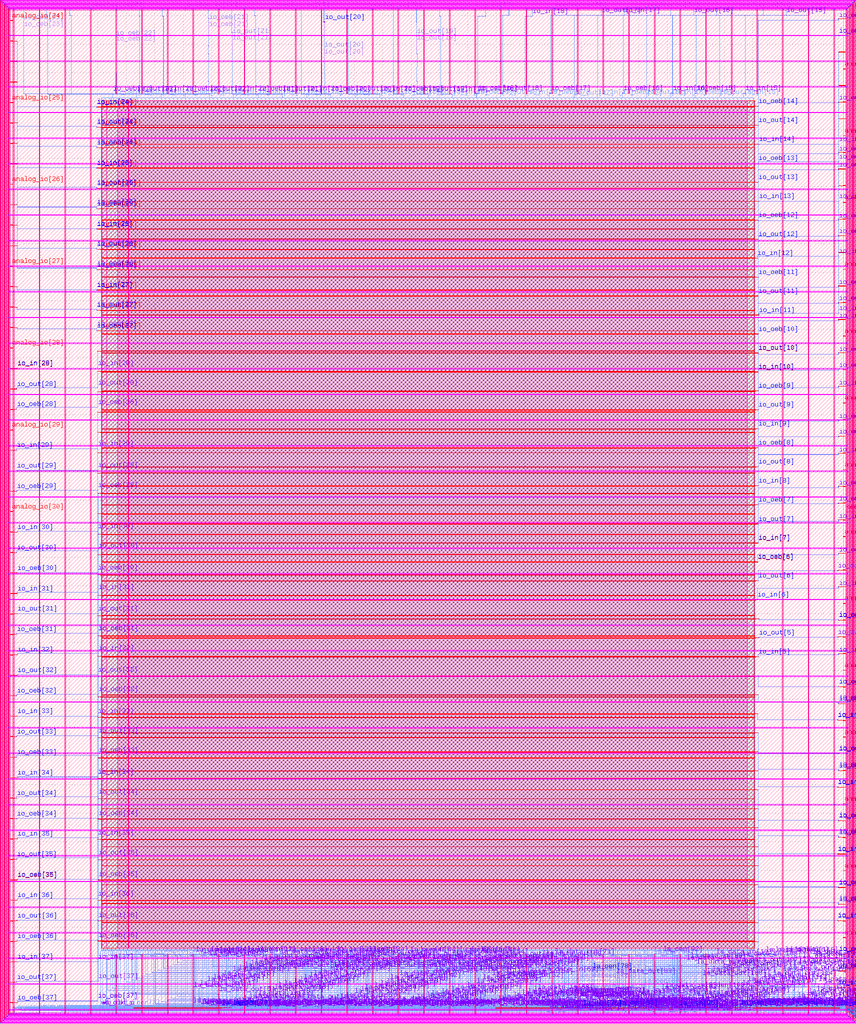
<source format=lef>
VERSION 5.7 ;
  NOWIREEXTENSIONATPIN ON ;
  DIVIDERCHAR "/" ;
  BUSBITCHARS "[]" ;
MACRO user_project_wrapper
  CLASS BLOCK ;
  FOREIGN user_project_wrapper ;
  ORIGIN 0.000 0.000 ;
  SIZE 2920.000 BY 3520.000 ;
  PIN analog_io[0]
    DIRECTION INOUT ;
    PORT
      LAYER met3 ;
        RECT 2917.600 28.980 2924.800 30.180 ;
    END
  END analog_io[0]
  PIN analog_io[10]
    DIRECTION INOUT ;
    PORT
      LAYER met3 ;
        RECT 2917.600 2374.980 2924.800 2376.180 ;
    END
  END analog_io[10]
  PIN analog_io[11]
    DIRECTION INOUT ;
    PORT
      LAYER met3 ;
        RECT 2917.600 2609.580 2924.800 2610.780 ;
    END
  END analog_io[11]
  PIN analog_io[12]
    DIRECTION INOUT ;
    PORT
      LAYER met3 ;
        RECT 2917.600 2844.180 2924.800 2845.380 ;
    END
  END analog_io[12]
  PIN analog_io[13]
    DIRECTION INOUT ;
    PORT
      LAYER met3 ;
        RECT 2917.600 3078.780 2924.800 3079.980 ;
    END
  END analog_io[13]
  PIN analog_io[14]
    DIRECTION INOUT ;
    PORT
      LAYER met3 ;
        RECT 2917.600 3313.380 2924.800 3314.580 ;
    END
  END analog_io[14]
  PIN analog_io[15]
    DIRECTION INOUT ;
    PORT
      LAYER met2 ;
        RECT 2879.090 3517.600 2879.650 3524.800 ;
    END
  END analog_io[15]
  PIN analog_io[16]
    DIRECTION INOUT ;
    PORT
      LAYER met2 ;
        RECT 2554.790 3517.600 2555.350 3524.800 ;
    END
  END analog_io[16]
  PIN analog_io[17]
    DIRECTION INOUT ;
    PORT
      LAYER met2 ;
        RECT 2230.490 3517.600 2231.050 3524.800 ;
    END
  END analog_io[17]
  PIN analog_io[18]
    DIRECTION INOUT ;
    PORT
      LAYER met2 ;
        RECT 1905.730 3517.600 1906.290 3524.800 ;
    END
  END analog_io[18]
  PIN analog_io[19]
    DIRECTION INOUT ;
    PORT
      LAYER met2 ;
        RECT 1581.430 3517.600 1581.990 3524.800 ;
    END
  END analog_io[19]
  PIN analog_io[1]
    DIRECTION INOUT ;
    PORT
      LAYER met3 ;
        RECT 2917.600 263.580 2924.800 264.780 ;
    END
  END analog_io[1]
  PIN analog_io[20]
    DIRECTION INOUT ;
    PORT
      LAYER met2 ;
        RECT 1257.130 3517.600 1257.690 3524.800 ;
    END
  END analog_io[20]
  PIN analog_io[21]
    DIRECTION INOUT ;
    PORT
      LAYER met2 ;
        RECT 932.370 3517.600 932.930 3524.800 ;
    END
  END analog_io[21]
  PIN analog_io[22]
    DIRECTION INOUT ;
    PORT
      LAYER met2 ;
        RECT 608.070 3517.600 608.630 3524.800 ;
    END
  END analog_io[22]
  PIN analog_io[23]
    DIRECTION INOUT ;
    PORT
      LAYER met2 ;
        RECT 283.770 3517.600 284.330 3524.800 ;
    END
  END analog_io[23]
  PIN analog_io[24]
    DIRECTION INOUT ;
    PORT
      LAYER met3 ;
        RECT -4.800 3482.700 2.400 3483.900 ;
    END
  END analog_io[24]
  PIN analog_io[25]
    DIRECTION INOUT ;
    PORT
      LAYER met3 ;
        RECT -4.800 3195.060 2.400 3196.260 ;
    END
  END analog_io[25]
  PIN analog_io[26]
    DIRECTION INOUT ;
    PORT
      LAYER met3 ;
        RECT -4.800 2908.100 2.400 2909.300 ;
    END
  END analog_io[26]
  PIN analog_io[27]
    DIRECTION INOUT ;
    PORT
      LAYER met3 ;
        RECT -4.800 2620.460 2.400 2621.660 ;
    END
  END analog_io[27]
  PIN analog_io[28]
    DIRECTION INOUT ;
    PORT
      LAYER met3 ;
        RECT -4.800 2333.500 2.400 2334.700 ;
    END
  END analog_io[28]
  PIN analog_io[29]
    DIRECTION INOUT ;
    PORT
      LAYER met3 ;
        RECT -4.800 2045.860 2.400 2047.060 ;
    END
  END analog_io[29]
  PIN analog_io[2]
    DIRECTION INOUT ;
    PORT
      LAYER met3 ;
        RECT 2917.600 498.180 2924.800 499.380 ;
    END
  END analog_io[2]
  PIN analog_io[30]
    DIRECTION INOUT ;
    PORT
      LAYER met3 ;
        RECT -4.800 1758.900 2.400 1760.100 ;
    END
  END analog_io[30]
  PIN analog_io[3]
    DIRECTION INOUT ;
    PORT
      LAYER met3 ;
        RECT 2917.600 732.780 2924.800 733.980 ;
    END
  END analog_io[3]
  PIN analog_io[4]
    DIRECTION INOUT ;
    PORT
      LAYER met3 ;
        RECT 2917.600 967.380 2924.800 968.580 ;
    END
  END analog_io[4]
  PIN analog_io[5]
    DIRECTION INOUT ;
    PORT
      LAYER met3 ;
        RECT 2917.600 1201.980 2924.800 1203.180 ;
    END
  END analog_io[5]
  PIN analog_io[6]
    DIRECTION INOUT ;
    PORT
      LAYER met3 ;
        RECT 2917.600 1436.580 2924.800 1437.780 ;
    END
  END analog_io[6]
  PIN analog_io[7]
    DIRECTION INOUT ;
    PORT
      LAYER met3 ;
        RECT 2917.600 1671.180 2924.800 1672.380 ;
    END
  END analog_io[7]
  PIN analog_io[8]
    DIRECTION INOUT ;
    PORT
      LAYER met3 ;
        RECT 2917.600 1905.780 2924.800 1906.980 ;
    END
  END analog_io[8]
  PIN analog_io[9]
    DIRECTION INOUT ;
    PORT
      LAYER met3 ;
        RECT 2917.600 2140.380 2924.800 2141.580 ;
    END
  END analog_io[9]
  PIN io_in[0]
    DIRECTION INPUT ;
    PORT
      LAYER met1 ;
        RECT 2618.850 89.660 2619.170 89.720 ;
        RECT 2898.990 89.660 2899.310 89.720 ;
        RECT 2618.850 89.520 2899.310 89.660 ;
        RECT 2618.850 89.460 2619.170 89.520 ;
        RECT 2898.990 89.460 2899.310 89.520 ;
      LAYER via ;
        RECT 2618.880 89.460 2619.140 89.720 ;
        RECT 2899.020 89.460 2899.280 89.720 ;
      LAYER met2 ;
        RECT 2618.870 249.715 2619.150 250.085 ;
        RECT 2618.940 89.750 2619.080 249.715 ;
        RECT 2618.880 89.430 2619.140 89.750 ;
        RECT 2899.020 89.430 2899.280 89.750 ;
        RECT 2899.080 88.245 2899.220 89.430 ;
        RECT 2899.010 87.875 2899.290 88.245 ;
      LAYER via2 ;
        RECT 2618.870 249.760 2619.150 250.040 ;
        RECT 2899.010 87.920 2899.290 88.200 ;
      LAYER met3 ;
        RECT 2618.845 250.050 2619.175 250.065 ;
        RECT 2609.580 249.960 2619.175 250.050 ;
        RECT 2606.000 249.750 2619.175 249.960 ;
        RECT 2606.000 249.360 2610.000 249.750 ;
        RECT 2618.845 249.735 2619.175 249.750 ;
        RECT 2898.985 88.210 2899.315 88.225 ;
        RECT 2917.600 88.210 2924.800 88.660 ;
        RECT 2898.985 87.910 2924.800 88.210 ;
        RECT 2898.985 87.895 2899.315 87.910 ;
        RECT 2917.600 87.460 2924.800 87.910 ;
    END
  END io_in[0]
  PIN io_in[10]
    DIRECTION INPUT ;
    PORT
      LAYER met1 ;
        RECT 2618.850 2429.200 2619.170 2429.260 ;
        RECT 2900.830 2429.200 2901.150 2429.260 ;
        RECT 2618.850 2429.060 2901.150 2429.200 ;
        RECT 2618.850 2429.000 2619.170 2429.060 ;
        RECT 2900.830 2429.000 2901.150 2429.060 ;
      LAYER via ;
        RECT 2618.880 2429.000 2619.140 2429.260 ;
        RECT 2900.860 2429.000 2901.120 2429.260 ;
      LAYER met2 ;
        RECT 2900.850 2433.875 2901.130 2434.245 ;
        RECT 2900.920 2429.290 2901.060 2433.875 ;
        RECT 2618.880 2428.970 2619.140 2429.290 ;
        RECT 2900.860 2428.970 2901.120 2429.290 ;
        RECT 2618.940 2249.965 2619.080 2428.970 ;
        RECT 2618.870 2249.595 2619.150 2249.965 ;
      LAYER via2 ;
        RECT 2900.850 2433.920 2901.130 2434.200 ;
        RECT 2618.870 2249.640 2619.150 2249.920 ;
      LAYER met3 ;
        RECT 2900.825 2434.210 2901.155 2434.225 ;
        RECT 2917.600 2434.210 2924.800 2434.660 ;
        RECT 2900.825 2433.910 2924.800 2434.210 ;
        RECT 2900.825 2433.895 2901.155 2433.910 ;
        RECT 2917.600 2433.460 2924.800 2433.910 ;
        RECT 2618.845 2249.930 2619.175 2249.945 ;
        RECT 2609.580 2249.840 2619.175 2249.930 ;
        RECT 2606.000 2249.630 2619.175 2249.840 ;
        RECT 2606.000 2249.240 2610.000 2249.630 ;
        RECT 2618.845 2249.615 2619.175 2249.630 ;
    END
  END io_in[10]
  PIN io_in[11]
    DIRECTION INPUT ;
    PORT
      LAYER met1 ;
        RECT 2621.610 2456.400 2621.930 2456.460 ;
        RECT 2901.750 2456.400 2902.070 2456.460 ;
        RECT 2621.610 2456.260 2902.070 2456.400 ;
        RECT 2621.610 2456.200 2621.930 2456.260 ;
        RECT 2901.750 2456.200 2902.070 2456.260 ;
      LAYER via ;
        RECT 2621.640 2456.200 2621.900 2456.460 ;
        RECT 2901.780 2456.200 2902.040 2456.460 ;
      LAYER met2 ;
        RECT 2901.770 2669.155 2902.050 2669.525 ;
        RECT 2901.840 2456.490 2901.980 2669.155 ;
        RECT 2621.640 2456.170 2621.900 2456.490 ;
        RECT 2901.780 2456.170 2902.040 2456.490 ;
        RECT 2621.700 2449.885 2621.840 2456.170 ;
        RECT 2621.630 2449.515 2621.910 2449.885 ;
      LAYER via2 ;
        RECT 2901.770 2669.200 2902.050 2669.480 ;
        RECT 2621.630 2449.560 2621.910 2449.840 ;
      LAYER met3 ;
        RECT 2901.745 2669.490 2902.075 2669.505 ;
        RECT 2917.600 2669.490 2924.800 2669.940 ;
        RECT 2901.745 2669.190 2924.800 2669.490 ;
        RECT 2901.745 2669.175 2902.075 2669.190 ;
        RECT 2917.600 2668.740 2924.800 2669.190 ;
        RECT 2621.605 2449.850 2621.935 2449.865 ;
        RECT 2609.580 2449.760 2621.935 2449.850 ;
        RECT 2606.000 2449.550 2621.935 2449.760 ;
        RECT 2606.000 2449.160 2610.000 2449.550 ;
        RECT 2621.605 2449.535 2621.935 2449.550 ;
    END
  END io_in[11]
  PIN io_in[12]
    DIRECTION INPUT ;
    PORT
      LAYER met1 ;
        RECT 2616.090 2656.320 2616.410 2656.380 ;
        RECT 2901.290 2656.320 2901.610 2656.380 ;
        RECT 2616.090 2656.180 2901.610 2656.320 ;
        RECT 2616.090 2656.120 2616.410 2656.180 ;
        RECT 2901.290 2656.120 2901.610 2656.180 ;
      LAYER via ;
        RECT 2616.120 2656.120 2616.380 2656.380 ;
        RECT 2901.320 2656.120 2901.580 2656.380 ;
      LAYER met2 ;
        RECT 2901.310 2903.755 2901.590 2904.125 ;
        RECT 2901.380 2656.410 2901.520 2903.755 ;
        RECT 2616.120 2656.090 2616.380 2656.410 ;
        RECT 2901.320 2656.090 2901.580 2656.410 ;
        RECT 2616.180 2649.805 2616.320 2656.090 ;
        RECT 2616.110 2649.435 2616.390 2649.805 ;
      LAYER via2 ;
        RECT 2901.310 2903.800 2901.590 2904.080 ;
        RECT 2616.110 2649.480 2616.390 2649.760 ;
      LAYER met3 ;
        RECT 2901.285 2904.090 2901.615 2904.105 ;
        RECT 2917.600 2904.090 2924.800 2904.540 ;
        RECT 2901.285 2903.790 2924.800 2904.090 ;
        RECT 2901.285 2903.775 2901.615 2903.790 ;
        RECT 2917.600 2903.340 2924.800 2903.790 ;
        RECT 2616.085 2649.770 2616.415 2649.785 ;
        RECT 2609.580 2649.680 2616.415 2649.770 ;
        RECT 2606.000 2649.470 2616.415 2649.680 ;
        RECT 2606.000 2649.080 2610.000 2649.470 ;
        RECT 2616.085 2649.455 2616.415 2649.470 ;
    END
  END io_in[12]
  PIN io_in[13]
    DIRECTION INPUT ;
    PORT
      LAYER met1 ;
        RECT 2621.610 2849.440 2621.930 2849.500 ;
        RECT 2901.750 2849.440 2902.070 2849.500 ;
        RECT 2621.610 2849.300 2902.070 2849.440 ;
        RECT 2621.610 2849.240 2621.930 2849.300 ;
        RECT 2901.750 2849.240 2902.070 2849.300 ;
      LAYER via ;
        RECT 2621.640 2849.240 2621.900 2849.500 ;
        RECT 2901.780 2849.240 2902.040 2849.500 ;
      LAYER met2 ;
        RECT 2901.770 3138.355 2902.050 3138.725 ;
        RECT 2621.630 2849.355 2621.910 2849.725 ;
        RECT 2901.840 2849.530 2901.980 3138.355 ;
        RECT 2621.640 2849.210 2621.900 2849.355 ;
        RECT 2901.780 2849.210 2902.040 2849.530 ;
      LAYER via2 ;
        RECT 2901.770 3138.400 2902.050 3138.680 ;
        RECT 2621.630 2849.400 2621.910 2849.680 ;
      LAYER met3 ;
        RECT 2901.745 3138.690 2902.075 3138.705 ;
        RECT 2917.600 3138.690 2924.800 3139.140 ;
        RECT 2901.745 3138.390 2924.800 3138.690 ;
        RECT 2901.745 3138.375 2902.075 3138.390 ;
        RECT 2917.600 3137.940 2924.800 3138.390 ;
        RECT 2621.605 2849.690 2621.935 2849.705 ;
        RECT 2609.580 2849.600 2621.935 2849.690 ;
        RECT 2606.000 2849.390 2621.935 2849.600 ;
        RECT 2606.000 2849.000 2610.000 2849.390 ;
        RECT 2621.605 2849.375 2621.935 2849.390 ;
    END
  END io_in[13]
  PIN io_in[14]
    DIRECTION INPUT ;
    PORT
      LAYER met1 ;
        RECT 2621.610 3049.700 2621.930 3049.760 ;
        RECT 2901.290 3049.700 2901.610 3049.760 ;
        RECT 2621.610 3049.560 2901.610 3049.700 ;
        RECT 2621.610 3049.500 2621.930 3049.560 ;
        RECT 2901.290 3049.500 2901.610 3049.560 ;
      LAYER via ;
        RECT 2621.640 3049.500 2621.900 3049.760 ;
        RECT 2901.320 3049.500 2901.580 3049.760 ;
      LAYER met2 ;
        RECT 2901.310 3372.955 2901.590 3373.325 ;
        RECT 2901.380 3049.790 2901.520 3372.955 ;
        RECT 2621.640 3049.645 2621.900 3049.790 ;
        RECT 2621.630 3049.275 2621.910 3049.645 ;
        RECT 2901.320 3049.470 2901.580 3049.790 ;
      LAYER via2 ;
        RECT 2901.310 3373.000 2901.590 3373.280 ;
        RECT 2621.630 3049.320 2621.910 3049.600 ;
      LAYER met3 ;
        RECT 2901.285 3373.290 2901.615 3373.305 ;
        RECT 2917.600 3373.290 2924.800 3373.740 ;
        RECT 2901.285 3372.990 2924.800 3373.290 ;
        RECT 2901.285 3372.975 2901.615 3372.990 ;
        RECT 2917.600 3372.540 2924.800 3372.990 ;
        RECT 2621.605 3049.610 2621.935 3049.625 ;
        RECT 2609.580 3049.520 2621.935 3049.610 ;
        RECT 2606.000 3049.310 2621.935 3049.520 ;
        RECT 2606.000 3048.920 2610.000 3049.310 ;
        RECT 2621.605 3049.295 2621.935 3049.310 ;
    END
  END io_in[14]
  PIN io_in[15]
    DIRECTION INPUT ;
    PORT
      LAYER met1 ;
        RECT 2573.310 3502.240 2573.630 3502.300 ;
        RECT 2798.250 3502.240 2798.570 3502.300 ;
        RECT 2573.310 3502.100 2798.570 3502.240 ;
        RECT 2573.310 3502.040 2573.630 3502.100 ;
        RECT 2798.250 3502.040 2798.570 3502.100 ;
        RECT 2566.870 3228.200 2567.190 3228.260 ;
        RECT 2573.310 3228.200 2573.630 3228.260 ;
        RECT 2566.870 3228.060 2573.630 3228.200 ;
        RECT 2566.870 3228.000 2567.190 3228.060 ;
        RECT 2573.310 3228.000 2573.630 3228.060 ;
      LAYER via ;
        RECT 2573.340 3502.040 2573.600 3502.300 ;
        RECT 2798.280 3502.040 2798.540 3502.300 ;
        RECT 2566.900 3228.000 2567.160 3228.260 ;
        RECT 2573.340 3228.000 2573.600 3228.260 ;
      LAYER met2 ;
        RECT 2798.130 3517.600 2798.690 3524.800 ;
        RECT 2798.340 3502.330 2798.480 3517.600 ;
        RECT 2573.340 3502.010 2573.600 3502.330 ;
        RECT 2798.280 3502.010 2798.540 3502.330 ;
        RECT 2573.400 3228.290 2573.540 3502.010 ;
        RECT 2566.900 3227.970 2567.160 3228.290 ;
        RECT 2573.340 3227.970 2573.600 3228.290 ;
        RECT 2566.960 3216.000 2567.100 3227.970 ;
        RECT 2566.850 3212.000 2567.130 3216.000 ;
    END
  END io_in[15]
  PIN io_in[16]
    DIRECTION INPUT ;
    PORT
      LAYER met1 ;
        RECT 2318.010 3502.240 2318.330 3502.300 ;
        RECT 2473.950 3502.240 2474.270 3502.300 ;
        RECT 2318.010 3502.100 2474.270 3502.240 ;
        RECT 2318.010 3502.040 2318.330 3502.100 ;
        RECT 2473.950 3502.040 2474.270 3502.100 ;
        RECT 2311.570 3229.220 2311.890 3229.280 ;
        RECT 2318.010 3229.220 2318.330 3229.280 ;
        RECT 2311.570 3229.080 2318.330 3229.220 ;
        RECT 2311.570 3229.020 2311.890 3229.080 ;
        RECT 2318.010 3229.020 2318.330 3229.080 ;
      LAYER via ;
        RECT 2318.040 3502.040 2318.300 3502.300 ;
        RECT 2473.980 3502.040 2474.240 3502.300 ;
        RECT 2311.600 3229.020 2311.860 3229.280 ;
        RECT 2318.040 3229.020 2318.300 3229.280 ;
      LAYER met2 ;
        RECT 2473.830 3517.600 2474.390 3524.800 ;
        RECT 2474.040 3502.330 2474.180 3517.600 ;
        RECT 2318.040 3502.010 2318.300 3502.330 ;
        RECT 2473.980 3502.010 2474.240 3502.330 ;
        RECT 2318.100 3229.310 2318.240 3502.010 ;
        RECT 2311.600 3228.990 2311.860 3229.310 ;
        RECT 2318.040 3228.990 2318.300 3229.310 ;
        RECT 2311.660 3216.000 2311.800 3228.990 ;
        RECT 2311.550 3212.000 2311.830 3216.000 ;
    END
  END io_in[16]
  PIN io_in[17]
    DIRECTION INPUT ;
    PORT
      LAYER met1 ;
        RECT 2055.810 3501.900 2056.130 3501.960 ;
        RECT 2149.190 3501.900 2149.510 3501.960 ;
        RECT 2055.810 3501.760 2149.510 3501.900 ;
        RECT 2055.810 3501.700 2056.130 3501.760 ;
        RECT 2149.190 3501.700 2149.510 3501.760 ;
      LAYER via ;
        RECT 2055.840 3501.700 2056.100 3501.960 ;
        RECT 2149.220 3501.700 2149.480 3501.960 ;
      LAYER met2 ;
        RECT 2149.070 3517.600 2149.630 3524.800 ;
        RECT 2149.280 3501.990 2149.420 3517.600 ;
        RECT 2055.840 3501.670 2056.100 3501.990 ;
        RECT 2149.220 3501.670 2149.480 3501.990 ;
        RECT 2055.900 3216.000 2056.040 3501.670 ;
        RECT 2055.790 3212.000 2056.070 3216.000 ;
    END
  END io_in[17]
  PIN io_in[18]
    DIRECTION INPUT ;
    PORT
      LAYER met1 ;
        RECT 1800.510 3498.500 1800.830 3498.560 ;
        RECT 1824.890 3498.500 1825.210 3498.560 ;
        RECT 1800.510 3498.360 1825.210 3498.500 ;
        RECT 1800.510 3498.300 1800.830 3498.360 ;
        RECT 1824.890 3498.300 1825.210 3498.360 ;
      LAYER via ;
        RECT 1800.540 3498.300 1800.800 3498.560 ;
        RECT 1824.920 3498.300 1825.180 3498.560 ;
      LAYER met2 ;
        RECT 1824.770 3517.600 1825.330 3524.800 ;
        RECT 1824.980 3498.590 1825.120 3517.600 ;
        RECT 1800.540 3498.270 1800.800 3498.590 ;
        RECT 1824.920 3498.270 1825.180 3498.590 ;
        RECT 1800.600 3216.000 1800.740 3498.270 ;
        RECT 1800.490 3212.000 1800.770 3216.000 ;
    END
  END io_in[18]
  PIN io_in[19]
    DIRECTION INPUT ;
    PORT
      LAYER met1 ;
        RECT 1500.590 3498.500 1500.910 3498.560 ;
        RECT 1503.810 3498.500 1504.130 3498.560 ;
        RECT 1500.590 3498.360 1504.130 3498.500 ;
        RECT 1500.590 3498.300 1500.910 3498.360 ;
        RECT 1503.810 3498.300 1504.130 3498.360 ;
        RECT 1503.810 3224.460 1504.130 3224.520 ;
        RECT 1544.750 3224.460 1545.070 3224.520 ;
        RECT 1503.810 3224.320 1545.070 3224.460 ;
        RECT 1503.810 3224.260 1504.130 3224.320 ;
        RECT 1544.750 3224.260 1545.070 3224.320 ;
      LAYER via ;
        RECT 1500.620 3498.300 1500.880 3498.560 ;
        RECT 1503.840 3498.300 1504.100 3498.560 ;
        RECT 1503.840 3224.260 1504.100 3224.520 ;
        RECT 1544.780 3224.260 1545.040 3224.520 ;
      LAYER met2 ;
        RECT 1500.470 3517.600 1501.030 3524.800 ;
        RECT 1500.680 3498.590 1500.820 3517.600 ;
        RECT 1500.620 3498.270 1500.880 3498.590 ;
        RECT 1503.840 3498.270 1504.100 3498.590 ;
        RECT 1503.900 3224.550 1504.040 3498.270 ;
        RECT 1503.840 3224.230 1504.100 3224.550 ;
        RECT 1544.780 3224.230 1545.040 3224.550 ;
        RECT 1544.840 3216.000 1544.980 3224.230 ;
        RECT 1544.730 3212.000 1545.010 3216.000 ;
    END
  END io_in[19]
  PIN io_in[1]
    DIRECTION INPUT ;
    PORT
      LAYER met1 ;
        RECT 2619.310 324.260 2619.630 324.320 ;
        RECT 2898.990 324.260 2899.310 324.320 ;
        RECT 2619.310 324.120 2899.310 324.260 ;
        RECT 2619.310 324.060 2619.630 324.120 ;
        RECT 2898.990 324.060 2899.310 324.120 ;
      LAYER via ;
        RECT 2619.340 324.060 2619.600 324.320 ;
        RECT 2899.020 324.060 2899.280 324.320 ;
      LAYER met2 ;
        RECT 2619.330 449.635 2619.610 450.005 ;
        RECT 2619.400 324.350 2619.540 449.635 ;
        RECT 2619.340 324.030 2619.600 324.350 ;
        RECT 2899.020 324.030 2899.280 324.350 ;
        RECT 2899.080 322.845 2899.220 324.030 ;
        RECT 2899.010 322.475 2899.290 322.845 ;
      LAYER via2 ;
        RECT 2619.330 449.680 2619.610 449.960 ;
        RECT 2899.010 322.520 2899.290 322.800 ;
      LAYER met3 ;
        RECT 2619.305 449.970 2619.635 449.985 ;
        RECT 2609.580 449.880 2619.635 449.970 ;
        RECT 2606.000 449.670 2619.635 449.880 ;
        RECT 2606.000 449.280 2610.000 449.670 ;
        RECT 2619.305 449.655 2619.635 449.670 ;
        RECT 2898.985 322.810 2899.315 322.825 ;
        RECT 2917.600 322.810 2924.800 323.260 ;
        RECT 2898.985 322.510 2924.800 322.810 ;
        RECT 2898.985 322.495 2899.315 322.510 ;
        RECT 2917.600 322.060 2924.800 322.510 ;
    END
  END io_in[1]
  PIN io_in[20]
    DIRECTION INPUT ;
    PORT
      LAYER met1 ;
        RECT 1175.830 3498.500 1176.150 3498.560 ;
        RECT 1179.510 3498.500 1179.830 3498.560 ;
        RECT 1175.830 3498.360 1179.830 3498.500 ;
        RECT 1175.830 3498.300 1176.150 3498.360 ;
        RECT 1179.510 3498.300 1179.830 3498.360 ;
        RECT 1179.510 3225.820 1179.830 3225.880 ;
        RECT 1289.450 3225.820 1289.770 3225.880 ;
        RECT 1179.510 3225.680 1289.770 3225.820 ;
        RECT 1179.510 3225.620 1179.830 3225.680 ;
        RECT 1289.450 3225.620 1289.770 3225.680 ;
      LAYER via ;
        RECT 1175.860 3498.300 1176.120 3498.560 ;
        RECT 1179.540 3498.300 1179.800 3498.560 ;
        RECT 1179.540 3225.620 1179.800 3225.880 ;
        RECT 1289.480 3225.620 1289.740 3225.880 ;
      LAYER met2 ;
        RECT 1175.710 3517.600 1176.270 3524.800 ;
        RECT 1175.920 3498.590 1176.060 3517.600 ;
        RECT 1175.860 3498.270 1176.120 3498.590 ;
        RECT 1179.540 3498.270 1179.800 3498.590 ;
        RECT 1179.600 3225.910 1179.740 3498.270 ;
        RECT 1179.540 3225.590 1179.800 3225.910 ;
        RECT 1289.480 3225.590 1289.740 3225.910 ;
        RECT 1289.540 3216.000 1289.680 3225.590 ;
        RECT 1289.430 3212.000 1289.710 3216.000 ;
    END
  END io_in[20]
  PIN io_in[21]
    DIRECTION INPUT ;
    PORT
      LAYER met1 ;
        RECT 851.530 3501.220 851.850 3501.280 ;
        RECT 855.210 3501.220 855.530 3501.280 ;
        RECT 851.530 3501.080 855.530 3501.220 ;
        RECT 851.530 3501.020 851.850 3501.080 ;
        RECT 855.210 3501.020 855.530 3501.080 ;
        RECT 855.210 3226.160 855.530 3226.220 ;
        RECT 1033.690 3226.160 1034.010 3226.220 ;
        RECT 855.210 3226.020 1034.010 3226.160 ;
        RECT 855.210 3225.960 855.530 3226.020 ;
        RECT 1033.690 3225.960 1034.010 3226.020 ;
      LAYER via ;
        RECT 851.560 3501.020 851.820 3501.280 ;
        RECT 855.240 3501.020 855.500 3501.280 ;
        RECT 855.240 3225.960 855.500 3226.220 ;
        RECT 1033.720 3225.960 1033.980 3226.220 ;
      LAYER met2 ;
        RECT 851.410 3517.600 851.970 3524.800 ;
        RECT 851.620 3501.310 851.760 3517.600 ;
        RECT 851.560 3500.990 851.820 3501.310 ;
        RECT 855.240 3500.990 855.500 3501.310 ;
        RECT 855.300 3226.250 855.440 3500.990 ;
        RECT 855.240 3225.930 855.500 3226.250 ;
        RECT 1033.720 3225.930 1033.980 3226.250 ;
        RECT 1033.780 3216.000 1033.920 3225.930 ;
        RECT 1033.670 3212.000 1033.950 3216.000 ;
    END
  END io_in[21]
  PIN io_in[22]
    DIRECTION INPUT ;
    PORT
      LAYER met1 ;
        RECT 527.230 3498.500 527.550 3498.560 ;
        RECT 530.910 3498.500 531.230 3498.560 ;
        RECT 527.230 3498.360 531.230 3498.500 ;
        RECT 527.230 3498.300 527.550 3498.360 ;
        RECT 530.910 3498.300 531.230 3498.360 ;
        RECT 530.910 3226.160 531.230 3226.220 ;
        RECT 777.930 3226.160 778.250 3226.220 ;
        RECT 530.910 3226.020 778.250 3226.160 ;
        RECT 530.910 3225.960 531.230 3226.020 ;
        RECT 777.930 3225.960 778.250 3226.020 ;
      LAYER via ;
        RECT 527.260 3498.300 527.520 3498.560 ;
        RECT 530.940 3498.300 531.200 3498.560 ;
        RECT 530.940 3225.960 531.200 3226.220 ;
        RECT 777.960 3225.960 778.220 3226.220 ;
      LAYER met2 ;
        RECT 527.110 3517.600 527.670 3524.800 ;
        RECT 527.320 3498.590 527.460 3517.600 ;
        RECT 527.260 3498.270 527.520 3498.590 ;
        RECT 530.940 3498.270 531.200 3498.590 ;
        RECT 531.000 3226.250 531.140 3498.270 ;
        RECT 530.940 3225.930 531.200 3226.250 ;
        RECT 777.960 3225.930 778.220 3226.250 ;
        RECT 778.020 3216.000 778.160 3225.930 ;
        RECT 777.910 3212.000 778.190 3216.000 ;
    END
  END io_in[22]
  PIN io_in[23]
    DIRECTION INPUT ;
    PORT
      LAYER met1 ;
        RECT 202.470 3501.900 202.790 3501.960 ;
        RECT 206.610 3501.900 206.930 3501.960 ;
        RECT 202.470 3501.760 206.930 3501.900 ;
        RECT 202.470 3501.700 202.790 3501.760 ;
        RECT 206.610 3501.700 206.930 3501.760 ;
        RECT 206.610 3226.500 206.930 3226.560 ;
        RECT 522.630 3226.500 522.950 3226.560 ;
        RECT 206.610 3226.360 522.950 3226.500 ;
        RECT 206.610 3226.300 206.930 3226.360 ;
        RECT 522.630 3226.300 522.950 3226.360 ;
      LAYER via ;
        RECT 202.500 3501.700 202.760 3501.960 ;
        RECT 206.640 3501.700 206.900 3501.960 ;
        RECT 206.640 3226.300 206.900 3226.560 ;
        RECT 522.660 3226.300 522.920 3226.560 ;
      LAYER met2 ;
        RECT 202.350 3517.600 202.910 3524.800 ;
        RECT 202.560 3501.990 202.700 3517.600 ;
        RECT 202.500 3501.670 202.760 3501.990 ;
        RECT 206.640 3501.670 206.900 3501.990 ;
        RECT 206.700 3226.590 206.840 3501.670 ;
        RECT 206.640 3226.270 206.900 3226.590 ;
        RECT 522.660 3226.270 522.920 3226.590 ;
        RECT 522.720 3216.000 522.860 3226.270 ;
        RECT 522.610 3212.000 522.890 3216.000 ;
    END
  END io_in[23]
  PIN io_in[24]
    DIRECTION INPUT ;
    PORT
      LAYER met1 ;
        RECT 17.090 3180.940 17.410 3181.000 ;
        RECT 296.770 3180.940 297.090 3181.000 ;
        RECT 17.090 3180.800 297.090 3180.940 ;
        RECT 17.090 3180.740 17.410 3180.800 ;
        RECT 296.770 3180.740 297.090 3180.800 ;
      LAYER via ;
        RECT 17.120 3180.740 17.380 3181.000 ;
        RECT 296.800 3180.740 297.060 3181.000 ;
      LAYER met2 ;
        RECT 17.110 3411.035 17.390 3411.405 ;
        RECT 17.180 3181.030 17.320 3411.035 ;
        RECT 17.120 3180.710 17.380 3181.030 ;
        RECT 296.800 3180.710 297.060 3181.030 ;
        RECT 296.860 3180.205 297.000 3180.710 ;
        RECT 296.790 3179.835 297.070 3180.205 ;
      LAYER via2 ;
        RECT 17.110 3411.080 17.390 3411.360 ;
        RECT 296.790 3179.880 297.070 3180.160 ;
      LAYER met3 ;
        RECT -4.800 3411.370 2.400 3411.820 ;
        RECT 17.085 3411.370 17.415 3411.385 ;
        RECT -4.800 3411.070 17.415 3411.370 ;
        RECT -4.800 3410.620 2.400 3411.070 ;
        RECT 17.085 3411.055 17.415 3411.070 ;
        RECT 296.765 3180.170 297.095 3180.185 ;
        RECT 296.765 3180.080 310.500 3180.170 ;
        RECT 296.765 3179.870 314.000 3180.080 ;
        RECT 296.765 3179.855 297.095 3179.870 ;
        RECT 310.000 3179.480 314.000 3179.870 ;
    END
  END io_in[24]
  PIN io_in[25]
    DIRECTION INPUT ;
    PORT
      LAYER met1 ;
        RECT 17.090 2966.740 17.410 2966.800 ;
        RECT 296.770 2966.740 297.090 2966.800 ;
        RECT 17.090 2966.600 297.090 2966.740 ;
        RECT 17.090 2966.540 17.410 2966.600 ;
        RECT 296.770 2966.540 297.090 2966.600 ;
      LAYER via ;
        RECT 17.120 2966.540 17.380 2966.800 ;
        RECT 296.800 2966.540 297.060 2966.800 ;
      LAYER met2 ;
        RECT 17.110 3124.075 17.390 3124.445 ;
        RECT 17.180 2966.830 17.320 3124.075 ;
        RECT 17.120 2966.510 17.380 2966.830 ;
        RECT 296.800 2966.510 297.060 2966.830 ;
        RECT 296.860 2966.005 297.000 2966.510 ;
        RECT 296.790 2965.635 297.070 2966.005 ;
      LAYER via2 ;
        RECT 17.110 3124.120 17.390 3124.400 ;
        RECT 296.790 2965.680 297.070 2965.960 ;
      LAYER met3 ;
        RECT -4.800 3124.410 2.400 3124.860 ;
        RECT 17.085 3124.410 17.415 3124.425 ;
        RECT -4.800 3124.110 17.415 3124.410 ;
        RECT -4.800 3123.660 2.400 3124.110 ;
        RECT 17.085 3124.095 17.415 3124.110 ;
        RECT 296.765 2965.970 297.095 2965.985 ;
        RECT 296.765 2965.880 310.500 2965.970 ;
        RECT 296.765 2965.670 314.000 2965.880 ;
        RECT 296.765 2965.655 297.095 2965.670 ;
        RECT 310.000 2965.280 314.000 2965.670 ;
    END
  END io_in[25]
  PIN io_in[26]
    DIRECTION INPUT ;
    PORT
      LAYER met1 ;
        RECT 17.090 2752.880 17.410 2752.940 ;
        RECT 296.770 2752.880 297.090 2752.940 ;
        RECT 17.090 2752.740 297.090 2752.880 ;
        RECT 17.090 2752.680 17.410 2752.740 ;
        RECT 296.770 2752.680 297.090 2752.740 ;
      LAYER via ;
        RECT 17.120 2752.680 17.380 2752.940 ;
        RECT 296.800 2752.680 297.060 2752.940 ;
      LAYER met2 ;
        RECT 17.110 2836.435 17.390 2836.805 ;
        RECT 17.180 2752.970 17.320 2836.435 ;
        RECT 17.120 2752.650 17.380 2752.970 ;
        RECT 296.800 2752.650 297.060 2752.970 ;
        RECT 296.860 2751.805 297.000 2752.650 ;
        RECT 296.790 2751.435 297.070 2751.805 ;
      LAYER via2 ;
        RECT 17.110 2836.480 17.390 2836.760 ;
        RECT 296.790 2751.480 297.070 2751.760 ;
      LAYER met3 ;
        RECT -4.800 2836.770 2.400 2837.220 ;
        RECT 17.085 2836.770 17.415 2836.785 ;
        RECT -4.800 2836.470 17.415 2836.770 ;
        RECT -4.800 2836.020 2.400 2836.470 ;
        RECT 17.085 2836.455 17.415 2836.470 ;
        RECT 296.765 2751.770 297.095 2751.785 ;
        RECT 296.765 2751.680 310.500 2751.770 ;
        RECT 296.765 2751.470 314.000 2751.680 ;
        RECT 296.765 2751.455 297.095 2751.470 ;
        RECT 310.000 2751.080 314.000 2751.470 ;
    END
  END io_in[26]
  PIN io_in[27]
    DIRECTION INPUT ;
    PORT
      LAYER met1 ;
        RECT 16.630 2539.020 16.950 2539.080 ;
        RECT 296.770 2539.020 297.090 2539.080 ;
        RECT 16.630 2538.880 297.090 2539.020 ;
        RECT 16.630 2538.820 16.950 2538.880 ;
        RECT 296.770 2538.820 297.090 2538.880 ;
      LAYER via ;
        RECT 16.660 2538.820 16.920 2539.080 ;
        RECT 296.800 2538.820 297.060 2539.080 ;
      LAYER met2 ;
        RECT 16.650 2549.475 16.930 2549.845 ;
        RECT 16.720 2539.110 16.860 2549.475 ;
        RECT 16.660 2538.790 16.920 2539.110 ;
        RECT 296.800 2538.790 297.060 2539.110 ;
        RECT 296.860 2537.605 297.000 2538.790 ;
        RECT 296.790 2537.235 297.070 2537.605 ;
      LAYER via2 ;
        RECT 16.650 2549.520 16.930 2549.800 ;
        RECT 296.790 2537.280 297.070 2537.560 ;
      LAYER met3 ;
        RECT -4.800 2549.810 2.400 2550.260 ;
        RECT 16.625 2549.810 16.955 2549.825 ;
        RECT -4.800 2549.510 16.955 2549.810 ;
        RECT -4.800 2549.060 2.400 2549.510 ;
        RECT 16.625 2549.495 16.955 2549.510 ;
        RECT 296.765 2537.570 297.095 2537.585 ;
        RECT 296.765 2537.480 310.500 2537.570 ;
        RECT 296.765 2537.270 314.000 2537.480 ;
        RECT 296.765 2537.255 297.095 2537.270 ;
        RECT 310.000 2536.880 314.000 2537.270 ;
    END
  END io_in[27]
  PIN io_in[28]
    DIRECTION INPUT ;
    PORT
      LAYER met1 ;
        RECT 17.090 2262.940 17.410 2263.000 ;
        RECT 299.990 2262.940 300.310 2263.000 ;
        RECT 17.090 2262.800 300.310 2262.940 ;
        RECT 17.090 2262.740 17.410 2262.800 ;
        RECT 299.990 2262.740 300.310 2262.800 ;
      LAYER via ;
        RECT 17.120 2262.740 17.380 2263.000 ;
        RECT 300.020 2262.740 300.280 2263.000 ;
      LAYER met2 ;
        RECT 300.010 2323.035 300.290 2323.405 ;
        RECT 300.080 2263.030 300.220 2323.035 ;
        RECT 17.120 2262.710 17.380 2263.030 ;
        RECT 300.020 2262.710 300.280 2263.030 ;
        RECT 17.180 2262.205 17.320 2262.710 ;
        RECT 17.110 2261.835 17.390 2262.205 ;
      LAYER via2 ;
        RECT 300.010 2323.080 300.290 2323.360 ;
        RECT 17.110 2261.880 17.390 2262.160 ;
      LAYER met3 ;
        RECT 299.985 2323.370 300.315 2323.385 ;
        RECT 299.985 2323.280 310.500 2323.370 ;
        RECT 299.985 2323.070 314.000 2323.280 ;
        RECT 299.985 2323.055 300.315 2323.070 ;
        RECT 310.000 2322.680 314.000 2323.070 ;
        RECT -4.800 2262.170 2.400 2262.620 ;
        RECT 17.085 2262.170 17.415 2262.185 ;
        RECT -4.800 2261.870 17.415 2262.170 ;
        RECT -4.800 2261.420 2.400 2261.870 ;
        RECT 17.085 2261.855 17.415 2261.870 ;
    END
  END io_in[28]
  PIN io_in[29]
    DIRECTION INPUT ;
    PORT
      LAYER met1 ;
        RECT 15.710 1980.060 16.030 1980.120 ;
        RECT 300.450 1980.060 300.770 1980.120 ;
        RECT 15.710 1979.920 300.770 1980.060 ;
        RECT 15.710 1979.860 16.030 1979.920 ;
        RECT 300.450 1979.860 300.770 1979.920 ;
      LAYER via ;
        RECT 15.740 1979.860 16.000 1980.120 ;
        RECT 300.480 1979.860 300.740 1980.120 ;
      LAYER met2 ;
        RECT 300.470 2108.835 300.750 2109.205 ;
        RECT 300.540 1980.150 300.680 2108.835 ;
        RECT 15.740 1979.830 16.000 1980.150 ;
        RECT 300.480 1979.830 300.740 1980.150 ;
        RECT 15.800 1975.245 15.940 1979.830 ;
        RECT 15.730 1974.875 16.010 1975.245 ;
      LAYER via2 ;
        RECT 300.470 2108.880 300.750 2109.160 ;
        RECT 15.730 1974.920 16.010 1975.200 ;
      LAYER met3 ;
        RECT 300.445 2109.170 300.775 2109.185 ;
        RECT 300.445 2109.080 310.500 2109.170 ;
        RECT 300.445 2108.870 314.000 2109.080 ;
        RECT 300.445 2108.855 300.775 2108.870 ;
        RECT 310.000 2108.480 314.000 2108.870 ;
        RECT -4.800 1975.210 2.400 1975.660 ;
        RECT 15.705 1975.210 16.035 1975.225 ;
        RECT -4.800 1974.910 16.035 1975.210 ;
        RECT -4.800 1974.460 2.400 1974.910 ;
        RECT 15.705 1974.895 16.035 1974.910 ;
    END
  END io_in[29]
  PIN io_in[2]
    DIRECTION INPUT ;
    PORT
      LAYER met1 ;
        RECT 2619.310 558.860 2619.630 558.920 ;
        RECT 2898.990 558.860 2899.310 558.920 ;
        RECT 2619.310 558.720 2899.310 558.860 ;
        RECT 2619.310 558.660 2619.630 558.720 ;
        RECT 2898.990 558.660 2899.310 558.720 ;
      LAYER via ;
        RECT 2619.340 558.660 2619.600 558.920 ;
        RECT 2899.020 558.660 2899.280 558.920 ;
      LAYER met2 ;
        RECT 2619.330 649.555 2619.610 649.925 ;
        RECT 2619.400 558.950 2619.540 649.555 ;
        RECT 2619.340 558.630 2619.600 558.950 ;
        RECT 2899.020 558.630 2899.280 558.950 ;
        RECT 2899.080 557.445 2899.220 558.630 ;
        RECT 2899.010 557.075 2899.290 557.445 ;
      LAYER via2 ;
        RECT 2619.330 649.600 2619.610 649.880 ;
        RECT 2899.010 557.120 2899.290 557.400 ;
      LAYER met3 ;
        RECT 2619.305 649.890 2619.635 649.905 ;
        RECT 2609.580 649.800 2619.635 649.890 ;
        RECT 2606.000 649.590 2619.635 649.800 ;
        RECT 2606.000 649.200 2610.000 649.590 ;
        RECT 2619.305 649.575 2619.635 649.590 ;
        RECT 2898.985 557.410 2899.315 557.425 ;
        RECT 2917.600 557.410 2924.800 557.860 ;
        RECT 2898.985 557.110 2924.800 557.410 ;
        RECT 2898.985 557.095 2899.315 557.110 ;
        RECT 2917.600 556.660 2924.800 557.110 ;
    END
  END io_in[2]
  PIN io_in[30]
    DIRECTION INPUT ;
    PORT
      LAYER met1 ;
        RECT 17.090 1690.380 17.410 1690.440 ;
        RECT 299.990 1690.380 300.310 1690.440 ;
        RECT 17.090 1690.240 300.310 1690.380 ;
        RECT 17.090 1690.180 17.410 1690.240 ;
        RECT 299.990 1690.180 300.310 1690.240 ;
      LAYER via ;
        RECT 17.120 1690.180 17.380 1690.440 ;
        RECT 300.020 1690.180 300.280 1690.440 ;
      LAYER met2 ;
        RECT 300.010 1894.635 300.290 1895.005 ;
        RECT 300.080 1690.470 300.220 1894.635 ;
        RECT 17.120 1690.150 17.380 1690.470 ;
        RECT 300.020 1690.150 300.280 1690.470 ;
        RECT 17.180 1687.605 17.320 1690.150 ;
        RECT 17.110 1687.235 17.390 1687.605 ;
      LAYER via2 ;
        RECT 300.010 1894.680 300.290 1894.960 ;
        RECT 17.110 1687.280 17.390 1687.560 ;
      LAYER met3 ;
        RECT 299.985 1894.970 300.315 1894.985 ;
        RECT 299.985 1894.880 310.500 1894.970 ;
        RECT 299.985 1894.670 314.000 1894.880 ;
        RECT 299.985 1894.655 300.315 1894.670 ;
        RECT 310.000 1894.280 314.000 1894.670 ;
        RECT -4.800 1687.570 2.400 1688.020 ;
        RECT 17.085 1687.570 17.415 1687.585 ;
        RECT -4.800 1687.270 17.415 1687.570 ;
        RECT -4.800 1686.820 2.400 1687.270 ;
        RECT 17.085 1687.255 17.415 1687.270 ;
    END
  END io_in[30]
  PIN io_in[31]
    DIRECTION INPUT ;
    PORT
      LAYER met1 ;
        RECT 17.090 1476.520 17.410 1476.580 ;
        RECT 301.370 1476.520 301.690 1476.580 ;
        RECT 17.090 1476.380 301.690 1476.520 ;
        RECT 17.090 1476.320 17.410 1476.380 ;
        RECT 301.370 1476.320 301.690 1476.380 ;
      LAYER via ;
        RECT 17.120 1476.320 17.380 1476.580 ;
        RECT 301.400 1476.320 301.660 1476.580 ;
      LAYER met2 ;
        RECT 301.390 1679.755 301.670 1680.125 ;
        RECT 301.460 1476.610 301.600 1679.755 ;
        RECT 17.120 1476.290 17.380 1476.610 ;
        RECT 301.400 1476.290 301.660 1476.610 ;
        RECT 17.180 1472.045 17.320 1476.290 ;
        RECT 17.110 1471.675 17.390 1472.045 ;
      LAYER via2 ;
        RECT 301.390 1679.800 301.670 1680.080 ;
        RECT 17.110 1471.720 17.390 1472.000 ;
      LAYER met3 ;
        RECT 301.365 1680.090 301.695 1680.105 ;
        RECT 301.365 1680.000 310.500 1680.090 ;
        RECT 301.365 1679.790 314.000 1680.000 ;
        RECT 301.365 1679.775 301.695 1679.790 ;
        RECT 310.000 1679.400 314.000 1679.790 ;
        RECT -4.800 1472.010 2.400 1472.460 ;
        RECT 17.085 1472.010 17.415 1472.025 ;
        RECT -4.800 1471.710 17.415 1472.010 ;
        RECT -4.800 1471.260 2.400 1471.710 ;
        RECT 17.085 1471.695 17.415 1471.710 ;
    END
  END io_in[31]
  PIN io_in[32]
    DIRECTION INPUT ;
    PORT
      LAYER met1 ;
        RECT 17.090 1262.660 17.410 1262.720 ;
        RECT 301.370 1262.660 301.690 1262.720 ;
        RECT 17.090 1262.520 301.690 1262.660 ;
        RECT 17.090 1262.460 17.410 1262.520 ;
        RECT 301.370 1262.460 301.690 1262.520 ;
      LAYER via ;
        RECT 17.120 1262.460 17.380 1262.720 ;
        RECT 301.400 1262.460 301.660 1262.720 ;
      LAYER met2 ;
        RECT 301.390 1465.555 301.670 1465.925 ;
        RECT 301.460 1262.750 301.600 1465.555 ;
        RECT 17.120 1262.430 17.380 1262.750 ;
        RECT 301.400 1262.430 301.660 1262.750 ;
        RECT 17.180 1256.485 17.320 1262.430 ;
        RECT 17.110 1256.115 17.390 1256.485 ;
      LAYER via2 ;
        RECT 301.390 1465.600 301.670 1465.880 ;
        RECT 17.110 1256.160 17.390 1256.440 ;
      LAYER met3 ;
        RECT 301.365 1465.890 301.695 1465.905 ;
        RECT 301.365 1465.800 310.500 1465.890 ;
        RECT 301.365 1465.590 314.000 1465.800 ;
        RECT 301.365 1465.575 301.695 1465.590 ;
        RECT 310.000 1465.200 314.000 1465.590 ;
        RECT -4.800 1256.450 2.400 1256.900 ;
        RECT 17.085 1256.450 17.415 1256.465 ;
        RECT -4.800 1256.150 17.415 1256.450 ;
        RECT -4.800 1255.700 2.400 1256.150 ;
        RECT 17.085 1256.135 17.415 1256.150 ;
    END
  END io_in[32]
  PIN io_in[33]
    DIRECTION INPUT ;
    PORT
      LAYER met1 ;
        RECT 17.090 1041.660 17.410 1041.720 ;
        RECT 299.990 1041.660 300.310 1041.720 ;
        RECT 17.090 1041.520 300.310 1041.660 ;
        RECT 17.090 1041.460 17.410 1041.520 ;
        RECT 299.990 1041.460 300.310 1041.520 ;
      LAYER via ;
        RECT 17.120 1041.460 17.380 1041.720 ;
        RECT 300.020 1041.460 300.280 1041.720 ;
      LAYER met2 ;
        RECT 300.010 1251.355 300.290 1251.725 ;
        RECT 300.080 1041.750 300.220 1251.355 ;
        RECT 17.120 1041.430 17.380 1041.750 ;
        RECT 300.020 1041.430 300.280 1041.750 ;
        RECT 17.180 1040.925 17.320 1041.430 ;
        RECT 17.110 1040.555 17.390 1040.925 ;
      LAYER via2 ;
        RECT 300.010 1251.400 300.290 1251.680 ;
        RECT 17.110 1040.600 17.390 1040.880 ;
      LAYER met3 ;
        RECT 299.985 1251.690 300.315 1251.705 ;
        RECT 299.985 1251.600 310.500 1251.690 ;
        RECT 299.985 1251.390 314.000 1251.600 ;
        RECT 299.985 1251.375 300.315 1251.390 ;
        RECT 310.000 1251.000 314.000 1251.390 ;
        RECT -4.800 1040.890 2.400 1041.340 ;
        RECT 17.085 1040.890 17.415 1040.905 ;
        RECT -4.800 1040.590 17.415 1040.890 ;
        RECT -4.800 1040.140 2.400 1040.590 ;
        RECT 17.085 1040.575 17.415 1040.590 ;
    END
  END io_in[33]
  PIN io_in[34]
    DIRECTION INPUT ;
    PORT
      LAYER met1 ;
        RECT 17.550 827.800 17.870 827.860 ;
        RECT 300.450 827.800 300.770 827.860 ;
        RECT 17.550 827.660 300.770 827.800 ;
        RECT 17.550 827.600 17.870 827.660 ;
        RECT 300.450 827.600 300.770 827.660 ;
      LAYER via ;
        RECT 17.580 827.600 17.840 827.860 ;
        RECT 300.480 827.600 300.740 827.860 ;
      LAYER met2 ;
        RECT 300.470 1037.155 300.750 1037.525 ;
        RECT 300.540 827.890 300.680 1037.155 ;
        RECT 17.580 827.570 17.840 827.890 ;
        RECT 300.480 827.570 300.740 827.890 ;
        RECT 17.640 825.365 17.780 827.570 ;
        RECT 17.570 824.995 17.850 825.365 ;
      LAYER via2 ;
        RECT 300.470 1037.200 300.750 1037.480 ;
        RECT 17.570 825.040 17.850 825.320 ;
      LAYER met3 ;
        RECT 300.445 1037.490 300.775 1037.505 ;
        RECT 300.445 1037.400 310.500 1037.490 ;
        RECT 300.445 1037.190 314.000 1037.400 ;
        RECT 300.445 1037.175 300.775 1037.190 ;
        RECT 310.000 1036.800 314.000 1037.190 ;
        RECT -4.800 825.330 2.400 825.780 ;
        RECT 17.545 825.330 17.875 825.345 ;
        RECT -4.800 825.030 17.875 825.330 ;
        RECT -4.800 824.580 2.400 825.030 ;
        RECT 17.545 825.015 17.875 825.030 ;
    END
  END io_in[34]
  PIN io_in[35]
    DIRECTION INPUT ;
    PORT
      LAYER met1 ;
        RECT 17.090 613.940 17.410 614.000 ;
        RECT 299.990 613.940 300.310 614.000 ;
        RECT 17.090 613.800 300.310 613.940 ;
        RECT 17.090 613.740 17.410 613.800 ;
        RECT 299.990 613.740 300.310 613.800 ;
      LAYER via ;
        RECT 17.120 613.740 17.380 614.000 ;
        RECT 300.020 613.740 300.280 614.000 ;
      LAYER met2 ;
        RECT 300.010 822.955 300.290 823.325 ;
        RECT 300.080 614.030 300.220 822.955 ;
        RECT 17.120 613.710 17.380 614.030 ;
        RECT 300.020 613.710 300.280 614.030 ;
        RECT 17.180 610.485 17.320 613.710 ;
        RECT 17.110 610.115 17.390 610.485 ;
      LAYER via2 ;
        RECT 300.010 823.000 300.290 823.280 ;
        RECT 17.110 610.160 17.390 610.440 ;
      LAYER met3 ;
        RECT 299.985 823.290 300.315 823.305 ;
        RECT 299.985 823.200 310.500 823.290 ;
        RECT 299.985 822.990 314.000 823.200 ;
        RECT 299.985 822.975 300.315 822.990 ;
        RECT 310.000 822.600 314.000 822.990 ;
        RECT -4.800 610.450 2.400 610.900 ;
        RECT 17.085 610.450 17.415 610.465 ;
        RECT -4.800 610.150 17.415 610.450 ;
        RECT -4.800 609.700 2.400 610.150 ;
        RECT 17.085 610.135 17.415 610.150 ;
    END
  END io_in[35]
  PIN io_in[36]
    DIRECTION INPUT ;
    PORT
      LAYER met1 ;
        RECT 17.090 400.080 17.410 400.140 ;
        RECT 300.450 400.080 300.770 400.140 ;
        RECT 17.090 399.940 300.770 400.080 ;
        RECT 17.090 399.880 17.410 399.940 ;
        RECT 300.450 399.880 300.770 399.940 ;
      LAYER via ;
        RECT 17.120 399.880 17.380 400.140 ;
        RECT 300.480 399.880 300.740 400.140 ;
      LAYER met2 ;
        RECT 300.470 608.755 300.750 609.125 ;
        RECT 300.540 400.170 300.680 608.755 ;
        RECT 17.120 399.850 17.380 400.170 ;
        RECT 300.480 399.850 300.740 400.170 ;
        RECT 17.180 394.925 17.320 399.850 ;
        RECT 17.110 394.555 17.390 394.925 ;
      LAYER via2 ;
        RECT 300.470 608.800 300.750 609.080 ;
        RECT 17.110 394.600 17.390 394.880 ;
      LAYER met3 ;
        RECT 300.445 609.090 300.775 609.105 ;
        RECT 300.445 609.000 310.500 609.090 ;
        RECT 300.445 608.790 314.000 609.000 ;
        RECT 300.445 608.775 300.775 608.790 ;
        RECT 310.000 608.400 314.000 608.790 ;
        RECT -4.800 394.890 2.400 395.340 ;
        RECT 17.085 394.890 17.415 394.905 ;
        RECT -4.800 394.590 17.415 394.890 ;
        RECT -4.800 394.140 2.400 394.590 ;
        RECT 17.085 394.575 17.415 394.590 ;
    END
  END io_in[36]
  PIN io_in[37]
    DIRECTION INPUT ;
    PORT
      LAYER met1 ;
        RECT 17.090 179.420 17.410 179.480 ;
        RECT 299.990 179.420 300.310 179.480 ;
        RECT 17.090 179.280 300.310 179.420 ;
        RECT 17.090 179.220 17.410 179.280 ;
        RECT 299.990 179.220 300.310 179.280 ;
      LAYER via ;
        RECT 17.120 179.220 17.380 179.480 ;
        RECT 300.020 179.220 300.280 179.480 ;
      LAYER met2 ;
        RECT 300.010 394.555 300.290 394.925 ;
        RECT 300.080 179.510 300.220 394.555 ;
        RECT 17.120 179.365 17.380 179.510 ;
        RECT 17.110 178.995 17.390 179.365 ;
        RECT 300.020 179.190 300.280 179.510 ;
      LAYER via2 ;
        RECT 300.010 394.600 300.290 394.880 ;
        RECT 17.110 179.040 17.390 179.320 ;
      LAYER met3 ;
        RECT 299.985 394.890 300.315 394.905 ;
        RECT 299.985 394.800 310.500 394.890 ;
        RECT 299.985 394.590 314.000 394.800 ;
        RECT 299.985 394.575 300.315 394.590 ;
        RECT 310.000 394.200 314.000 394.590 ;
        RECT -4.800 179.330 2.400 179.780 ;
        RECT 17.085 179.330 17.415 179.345 ;
        RECT -4.800 179.030 17.415 179.330 ;
        RECT -4.800 178.580 2.400 179.030 ;
        RECT 17.085 179.015 17.415 179.030 ;
    END
  END io_in[37]
  PIN io_in[3]
    DIRECTION INPUT ;
    PORT
      LAYER met1 ;
        RECT 2618.390 793.460 2618.710 793.520 ;
        RECT 2898.990 793.460 2899.310 793.520 ;
        RECT 2618.390 793.320 2899.310 793.460 ;
        RECT 2618.390 793.260 2618.710 793.320 ;
        RECT 2898.990 793.260 2899.310 793.320 ;
      LAYER via ;
        RECT 2618.420 793.260 2618.680 793.520 ;
        RECT 2899.020 793.260 2899.280 793.520 ;
      LAYER met2 ;
        RECT 2618.410 849.475 2618.690 849.845 ;
        RECT 2618.480 793.550 2618.620 849.475 ;
        RECT 2618.420 793.230 2618.680 793.550 ;
        RECT 2899.020 793.230 2899.280 793.550 ;
        RECT 2899.080 792.045 2899.220 793.230 ;
        RECT 2899.010 791.675 2899.290 792.045 ;
      LAYER via2 ;
        RECT 2618.410 849.520 2618.690 849.800 ;
        RECT 2899.010 791.720 2899.290 792.000 ;
      LAYER met3 ;
        RECT 2618.385 849.810 2618.715 849.825 ;
        RECT 2609.580 849.720 2618.715 849.810 ;
        RECT 2606.000 849.510 2618.715 849.720 ;
        RECT 2606.000 849.120 2610.000 849.510 ;
        RECT 2618.385 849.495 2618.715 849.510 ;
        RECT 2898.985 792.010 2899.315 792.025 ;
        RECT 2917.600 792.010 2924.800 792.460 ;
        RECT 2898.985 791.710 2924.800 792.010 ;
        RECT 2898.985 791.695 2899.315 791.710 ;
        RECT 2917.600 791.260 2924.800 791.710 ;
    END
  END io_in[3]
  PIN io_in[4]
    DIRECTION INPUT ;
    PORT
      LAYER met1 ;
        RECT 2617.010 1028.060 2617.330 1028.120 ;
        RECT 2898.990 1028.060 2899.310 1028.120 ;
        RECT 2617.010 1027.920 2899.310 1028.060 ;
        RECT 2617.010 1027.860 2617.330 1027.920 ;
        RECT 2898.990 1027.860 2899.310 1027.920 ;
      LAYER via ;
        RECT 2617.040 1027.860 2617.300 1028.120 ;
        RECT 2899.020 1027.860 2899.280 1028.120 ;
      LAYER met2 ;
        RECT 2617.030 1049.395 2617.310 1049.765 ;
        RECT 2617.100 1028.150 2617.240 1049.395 ;
        RECT 2617.040 1027.830 2617.300 1028.150 ;
        RECT 2899.020 1027.830 2899.280 1028.150 ;
        RECT 2899.080 1026.645 2899.220 1027.830 ;
        RECT 2899.010 1026.275 2899.290 1026.645 ;
      LAYER via2 ;
        RECT 2617.030 1049.440 2617.310 1049.720 ;
        RECT 2899.010 1026.320 2899.290 1026.600 ;
      LAYER met3 ;
        RECT 2617.005 1049.730 2617.335 1049.745 ;
        RECT 2609.580 1049.640 2617.335 1049.730 ;
        RECT 2606.000 1049.430 2617.335 1049.640 ;
        RECT 2606.000 1049.040 2610.000 1049.430 ;
        RECT 2617.005 1049.415 2617.335 1049.430 ;
        RECT 2898.985 1026.610 2899.315 1026.625 ;
        RECT 2917.600 1026.610 2924.800 1027.060 ;
        RECT 2898.985 1026.310 2924.800 1026.610 ;
        RECT 2898.985 1026.295 2899.315 1026.310 ;
        RECT 2917.600 1025.860 2924.800 1026.310 ;
    END
  END io_in[4]
  PIN io_in[5]
    DIRECTION INPUT ;
    PORT
      LAYER met1 ;
        RECT 2619.770 1256.200 2620.090 1256.260 ;
        RECT 2900.830 1256.200 2901.150 1256.260 ;
        RECT 2619.770 1256.060 2901.150 1256.200 ;
        RECT 2619.770 1256.000 2620.090 1256.060 ;
        RECT 2900.830 1256.000 2901.150 1256.060 ;
      LAYER via ;
        RECT 2619.800 1256.000 2620.060 1256.260 ;
        RECT 2900.860 1256.000 2901.120 1256.260 ;
      LAYER met2 ;
        RECT 2900.850 1260.875 2901.130 1261.245 ;
        RECT 2900.920 1256.290 2901.060 1260.875 ;
        RECT 2619.800 1255.970 2620.060 1256.290 ;
        RECT 2900.860 1255.970 2901.120 1256.290 ;
        RECT 2619.860 1249.685 2620.000 1255.970 ;
        RECT 2619.790 1249.315 2620.070 1249.685 ;
      LAYER via2 ;
        RECT 2900.850 1260.920 2901.130 1261.200 ;
        RECT 2619.790 1249.360 2620.070 1249.640 ;
      LAYER met3 ;
        RECT 2900.825 1261.210 2901.155 1261.225 ;
        RECT 2917.600 1261.210 2924.800 1261.660 ;
        RECT 2900.825 1260.910 2924.800 1261.210 ;
        RECT 2900.825 1260.895 2901.155 1260.910 ;
        RECT 2917.600 1260.460 2924.800 1260.910 ;
        RECT 2619.765 1249.650 2620.095 1249.665 ;
        RECT 2609.580 1249.560 2620.095 1249.650 ;
        RECT 2606.000 1249.350 2620.095 1249.560 ;
        RECT 2606.000 1248.960 2610.000 1249.350 ;
        RECT 2619.765 1249.335 2620.095 1249.350 ;
    END
  END io_in[5]
  PIN io_in[6]
    DIRECTION INPUT ;
    PORT
      LAYER met1 ;
        RECT 2616.090 1490.800 2616.410 1490.860 ;
        RECT 2900.830 1490.800 2901.150 1490.860 ;
        RECT 2616.090 1490.660 2901.150 1490.800 ;
        RECT 2616.090 1490.600 2616.410 1490.660 ;
        RECT 2900.830 1490.600 2901.150 1490.660 ;
      LAYER via ;
        RECT 2616.120 1490.600 2616.380 1490.860 ;
        RECT 2900.860 1490.600 2901.120 1490.860 ;
      LAYER met2 ;
        RECT 2900.850 1495.475 2901.130 1495.845 ;
        RECT 2900.920 1490.890 2901.060 1495.475 ;
        RECT 2616.120 1490.570 2616.380 1490.890 ;
        RECT 2900.860 1490.570 2901.120 1490.890 ;
        RECT 2616.180 1449.605 2616.320 1490.570 ;
        RECT 2616.110 1449.235 2616.390 1449.605 ;
      LAYER via2 ;
        RECT 2900.850 1495.520 2901.130 1495.800 ;
        RECT 2616.110 1449.280 2616.390 1449.560 ;
      LAYER met3 ;
        RECT 2900.825 1495.810 2901.155 1495.825 ;
        RECT 2917.600 1495.810 2924.800 1496.260 ;
        RECT 2900.825 1495.510 2924.800 1495.810 ;
        RECT 2900.825 1495.495 2901.155 1495.510 ;
        RECT 2917.600 1495.060 2924.800 1495.510 ;
        RECT 2616.085 1449.570 2616.415 1449.585 ;
        RECT 2609.580 1449.480 2616.415 1449.570 ;
        RECT 2606.000 1449.270 2616.415 1449.480 ;
        RECT 2606.000 1448.880 2610.000 1449.270 ;
        RECT 2616.085 1449.255 2616.415 1449.270 ;
    END
  END io_in[6]
  PIN io_in[7]
    DIRECTION INPUT ;
    PORT
      LAYER met1 ;
        RECT 2618.390 1725.400 2618.710 1725.460 ;
        RECT 2900.830 1725.400 2901.150 1725.460 ;
        RECT 2618.390 1725.260 2901.150 1725.400 ;
        RECT 2618.390 1725.200 2618.710 1725.260 ;
        RECT 2900.830 1725.200 2901.150 1725.260 ;
      LAYER via ;
        RECT 2618.420 1725.200 2618.680 1725.460 ;
        RECT 2900.860 1725.200 2901.120 1725.460 ;
      LAYER met2 ;
        RECT 2900.850 1730.075 2901.130 1730.445 ;
        RECT 2900.920 1725.490 2901.060 1730.075 ;
        RECT 2618.420 1725.170 2618.680 1725.490 ;
        RECT 2900.860 1725.170 2901.120 1725.490 ;
        RECT 2618.480 1649.525 2618.620 1725.170 ;
        RECT 2618.410 1649.155 2618.690 1649.525 ;
      LAYER via2 ;
        RECT 2900.850 1730.120 2901.130 1730.400 ;
        RECT 2618.410 1649.200 2618.690 1649.480 ;
      LAYER met3 ;
        RECT 2900.825 1730.410 2901.155 1730.425 ;
        RECT 2917.600 1730.410 2924.800 1730.860 ;
        RECT 2900.825 1730.110 2924.800 1730.410 ;
        RECT 2900.825 1730.095 2901.155 1730.110 ;
        RECT 2917.600 1729.660 2924.800 1730.110 ;
        RECT 2618.385 1649.490 2618.715 1649.505 ;
        RECT 2609.580 1649.400 2618.715 1649.490 ;
        RECT 2606.000 1649.190 2618.715 1649.400 ;
        RECT 2606.000 1648.800 2610.000 1649.190 ;
        RECT 2618.385 1649.175 2618.715 1649.190 ;
    END
  END io_in[7]
  PIN io_in[8]
    DIRECTION INPUT ;
    PORT
      LAYER met1 ;
        RECT 2618.850 1960.000 2619.170 1960.060 ;
        RECT 2900.830 1960.000 2901.150 1960.060 ;
        RECT 2618.850 1959.860 2901.150 1960.000 ;
        RECT 2618.850 1959.800 2619.170 1959.860 ;
        RECT 2900.830 1959.800 2901.150 1959.860 ;
      LAYER via ;
        RECT 2618.880 1959.800 2619.140 1960.060 ;
        RECT 2900.860 1959.800 2901.120 1960.060 ;
      LAYER met2 ;
        RECT 2900.850 1964.675 2901.130 1965.045 ;
        RECT 2900.920 1960.090 2901.060 1964.675 ;
        RECT 2618.880 1959.770 2619.140 1960.090 ;
        RECT 2900.860 1959.770 2901.120 1960.090 ;
        RECT 2618.940 1850.125 2619.080 1959.770 ;
        RECT 2618.870 1849.755 2619.150 1850.125 ;
      LAYER via2 ;
        RECT 2900.850 1964.720 2901.130 1965.000 ;
        RECT 2618.870 1849.800 2619.150 1850.080 ;
      LAYER met3 ;
        RECT 2900.825 1965.010 2901.155 1965.025 ;
        RECT 2917.600 1965.010 2924.800 1965.460 ;
        RECT 2900.825 1964.710 2924.800 1965.010 ;
        RECT 2900.825 1964.695 2901.155 1964.710 ;
        RECT 2917.600 1964.260 2924.800 1964.710 ;
        RECT 2618.845 1850.090 2619.175 1850.105 ;
        RECT 2609.580 1850.000 2619.175 1850.090 ;
        RECT 2606.000 1849.790 2619.175 1850.000 ;
        RECT 2606.000 1849.400 2610.000 1849.790 ;
        RECT 2618.845 1849.775 2619.175 1849.790 ;
    END
  END io_in[8]
  PIN io_in[9]
    DIRECTION INPUT ;
    PORT
      LAYER met1 ;
        RECT 2618.390 2194.600 2618.710 2194.660 ;
        RECT 2900.830 2194.600 2901.150 2194.660 ;
        RECT 2618.390 2194.460 2901.150 2194.600 ;
        RECT 2618.390 2194.400 2618.710 2194.460 ;
        RECT 2900.830 2194.400 2901.150 2194.460 ;
      LAYER via ;
        RECT 2618.420 2194.400 2618.680 2194.660 ;
        RECT 2900.860 2194.400 2901.120 2194.660 ;
      LAYER met2 ;
        RECT 2900.850 2199.275 2901.130 2199.645 ;
        RECT 2900.920 2194.690 2901.060 2199.275 ;
        RECT 2618.420 2194.370 2618.680 2194.690 ;
        RECT 2900.860 2194.370 2901.120 2194.690 ;
        RECT 2618.480 2050.045 2618.620 2194.370 ;
        RECT 2618.410 2049.675 2618.690 2050.045 ;
      LAYER via2 ;
        RECT 2900.850 2199.320 2901.130 2199.600 ;
        RECT 2618.410 2049.720 2618.690 2050.000 ;
      LAYER met3 ;
        RECT 2900.825 2199.610 2901.155 2199.625 ;
        RECT 2917.600 2199.610 2924.800 2200.060 ;
        RECT 2900.825 2199.310 2924.800 2199.610 ;
        RECT 2900.825 2199.295 2901.155 2199.310 ;
        RECT 2917.600 2198.860 2924.800 2199.310 ;
        RECT 2618.385 2050.010 2618.715 2050.025 ;
        RECT 2609.580 2049.920 2618.715 2050.010 ;
        RECT 2606.000 2049.710 2618.715 2049.920 ;
        RECT 2606.000 2049.320 2610.000 2049.710 ;
        RECT 2618.385 2049.695 2618.715 2049.710 ;
    END
  END io_in[9]
  PIN io_oeb[0]
    DIRECTION OUTPUT TRISTATE ;
    PORT
      LAYER met1 ;
        RECT 2618.390 206.960 2618.710 207.020 ;
        RECT 2900.830 206.960 2901.150 207.020 ;
        RECT 2618.390 206.820 2901.150 206.960 ;
        RECT 2618.390 206.760 2618.710 206.820 ;
        RECT 2900.830 206.760 2901.150 206.820 ;
      LAYER via ;
        RECT 2618.420 206.760 2618.680 207.020 ;
        RECT 2900.860 206.760 2901.120 207.020 ;
      LAYER met2 ;
        RECT 2618.410 382.995 2618.690 383.365 ;
        RECT 2618.480 207.050 2618.620 382.995 ;
        RECT 2618.420 206.730 2618.680 207.050 ;
        RECT 2900.860 206.730 2901.120 207.050 ;
        RECT 2900.920 205.205 2901.060 206.730 ;
        RECT 2900.850 204.835 2901.130 205.205 ;
      LAYER via2 ;
        RECT 2618.410 383.040 2618.690 383.320 ;
        RECT 2900.850 204.880 2901.130 205.160 ;
      LAYER met3 ;
        RECT 2618.385 383.330 2618.715 383.345 ;
        RECT 2609.580 383.240 2618.715 383.330 ;
        RECT 2606.000 383.030 2618.715 383.240 ;
        RECT 2606.000 382.640 2610.000 383.030 ;
        RECT 2618.385 383.015 2618.715 383.030 ;
        RECT 2900.825 205.170 2901.155 205.185 ;
        RECT 2917.600 205.170 2924.800 205.620 ;
        RECT 2900.825 204.870 2924.800 205.170 ;
        RECT 2900.825 204.855 2901.155 204.870 ;
        RECT 2917.600 204.420 2924.800 204.870 ;
    END
  END io_oeb[0]
  PIN io_oeb[10]
    DIRECTION OUTPUT TRISTATE ;
    PORT
      LAYER met1 ;
        RECT 2619.310 2546.500 2619.630 2546.560 ;
        RECT 2900.830 2546.500 2901.150 2546.560 ;
        RECT 2619.310 2546.360 2901.150 2546.500 ;
        RECT 2619.310 2546.300 2619.630 2546.360 ;
        RECT 2900.830 2546.300 2901.150 2546.360 ;
      LAYER via ;
        RECT 2619.340 2546.300 2619.600 2546.560 ;
        RECT 2900.860 2546.300 2901.120 2546.560 ;
      LAYER met2 ;
        RECT 2900.850 2551.515 2901.130 2551.885 ;
        RECT 2900.920 2546.590 2901.060 2551.515 ;
        RECT 2619.340 2546.270 2619.600 2546.590 ;
        RECT 2900.860 2546.270 2901.120 2546.590 ;
        RECT 2619.400 2383.245 2619.540 2546.270 ;
        RECT 2619.330 2382.875 2619.610 2383.245 ;
      LAYER via2 ;
        RECT 2900.850 2551.560 2901.130 2551.840 ;
        RECT 2619.330 2382.920 2619.610 2383.200 ;
      LAYER met3 ;
        RECT 2900.825 2551.850 2901.155 2551.865 ;
        RECT 2917.600 2551.850 2924.800 2552.300 ;
        RECT 2900.825 2551.550 2924.800 2551.850 ;
        RECT 2900.825 2551.535 2901.155 2551.550 ;
        RECT 2917.600 2551.100 2924.800 2551.550 ;
        RECT 2619.305 2383.210 2619.635 2383.225 ;
        RECT 2609.580 2383.120 2619.635 2383.210 ;
        RECT 2606.000 2382.910 2619.635 2383.120 ;
        RECT 2606.000 2382.520 2610.000 2382.910 ;
        RECT 2619.305 2382.895 2619.635 2382.910 ;
    END
  END io_oeb[10]
  PIN io_oeb[11]
    DIRECTION OUTPUT TRISTATE ;
    PORT
      LAYER met1 ;
        RECT 2619.310 2781.100 2619.630 2781.160 ;
        RECT 2900.830 2781.100 2901.150 2781.160 ;
        RECT 2619.310 2780.960 2901.150 2781.100 ;
        RECT 2619.310 2780.900 2619.630 2780.960 ;
        RECT 2900.830 2780.900 2901.150 2780.960 ;
      LAYER via ;
        RECT 2619.340 2780.900 2619.600 2781.160 ;
        RECT 2900.860 2780.900 2901.120 2781.160 ;
      LAYER met2 ;
        RECT 2900.850 2786.115 2901.130 2786.485 ;
        RECT 2900.920 2781.190 2901.060 2786.115 ;
        RECT 2619.340 2780.870 2619.600 2781.190 ;
        RECT 2900.860 2780.870 2901.120 2781.190 ;
        RECT 2619.400 2583.165 2619.540 2780.870 ;
        RECT 2619.330 2582.795 2619.610 2583.165 ;
      LAYER via2 ;
        RECT 2900.850 2786.160 2901.130 2786.440 ;
        RECT 2619.330 2582.840 2619.610 2583.120 ;
      LAYER met3 ;
        RECT 2900.825 2786.450 2901.155 2786.465 ;
        RECT 2917.600 2786.450 2924.800 2786.900 ;
        RECT 2900.825 2786.150 2924.800 2786.450 ;
        RECT 2900.825 2786.135 2901.155 2786.150 ;
        RECT 2917.600 2785.700 2924.800 2786.150 ;
        RECT 2619.305 2583.130 2619.635 2583.145 ;
        RECT 2609.580 2583.040 2619.635 2583.130 ;
        RECT 2606.000 2582.830 2619.635 2583.040 ;
        RECT 2606.000 2582.440 2610.000 2582.830 ;
        RECT 2619.305 2582.815 2619.635 2582.830 ;
    END
  END io_oeb[11]
  PIN io_oeb[12]
    DIRECTION OUTPUT TRISTATE ;
    PORT
      LAYER met1 ;
        RECT 2618.850 3015.700 2619.170 3015.760 ;
        RECT 2900.830 3015.700 2901.150 3015.760 ;
        RECT 2618.850 3015.560 2901.150 3015.700 ;
        RECT 2618.850 3015.500 2619.170 3015.560 ;
        RECT 2900.830 3015.500 2901.150 3015.560 ;
      LAYER via ;
        RECT 2618.880 3015.500 2619.140 3015.760 ;
        RECT 2900.860 3015.500 2901.120 3015.760 ;
      LAYER met2 ;
        RECT 2900.850 3020.715 2901.130 3021.085 ;
        RECT 2900.920 3015.790 2901.060 3020.715 ;
        RECT 2618.880 3015.470 2619.140 3015.790 ;
        RECT 2900.860 3015.470 2901.120 3015.790 ;
        RECT 2618.940 2783.085 2619.080 3015.470 ;
        RECT 2618.870 2782.715 2619.150 2783.085 ;
      LAYER via2 ;
        RECT 2900.850 3020.760 2901.130 3021.040 ;
        RECT 2618.870 2782.760 2619.150 2783.040 ;
      LAYER met3 ;
        RECT 2900.825 3021.050 2901.155 3021.065 ;
        RECT 2917.600 3021.050 2924.800 3021.500 ;
        RECT 2900.825 3020.750 2924.800 3021.050 ;
        RECT 2900.825 3020.735 2901.155 3020.750 ;
        RECT 2917.600 3020.300 2924.800 3020.750 ;
        RECT 2618.845 2783.050 2619.175 2783.065 ;
        RECT 2609.580 2782.960 2619.175 2783.050 ;
        RECT 2606.000 2782.750 2619.175 2782.960 ;
        RECT 2606.000 2782.360 2610.000 2782.750 ;
        RECT 2618.845 2782.735 2619.175 2782.750 ;
    END
  END io_oeb[12]
  PIN io_oeb[13]
    DIRECTION OUTPUT TRISTATE ;
    PORT
      LAYER met1 ;
        RECT 2618.390 2987.480 2618.710 2987.540 ;
        RECT 2902.210 2987.480 2902.530 2987.540 ;
        RECT 2618.390 2987.340 2902.530 2987.480 ;
        RECT 2618.390 2987.280 2618.710 2987.340 ;
        RECT 2902.210 2987.280 2902.530 2987.340 ;
      LAYER via ;
        RECT 2618.420 2987.280 2618.680 2987.540 ;
        RECT 2902.240 2987.280 2902.500 2987.540 ;
      LAYER met2 ;
        RECT 2902.230 3255.315 2902.510 3255.685 ;
        RECT 2902.300 2987.570 2902.440 3255.315 ;
        RECT 2618.420 2987.250 2618.680 2987.570 ;
        RECT 2902.240 2987.250 2902.500 2987.570 ;
        RECT 2618.480 2983.005 2618.620 2987.250 ;
        RECT 2618.410 2982.635 2618.690 2983.005 ;
      LAYER via2 ;
        RECT 2902.230 3255.360 2902.510 3255.640 ;
        RECT 2618.410 2982.680 2618.690 2982.960 ;
      LAYER met3 ;
        RECT 2902.205 3255.650 2902.535 3255.665 ;
        RECT 2917.600 3255.650 2924.800 3256.100 ;
        RECT 2902.205 3255.350 2924.800 3255.650 ;
        RECT 2902.205 3255.335 2902.535 3255.350 ;
        RECT 2917.600 3254.900 2924.800 3255.350 ;
        RECT 2618.385 2982.970 2618.715 2982.985 ;
        RECT 2609.580 2982.880 2618.715 2982.970 ;
        RECT 2606.000 2982.670 2618.715 2982.880 ;
        RECT 2606.000 2982.280 2610.000 2982.670 ;
        RECT 2618.385 2982.655 2618.715 2982.670 ;
    END
  END io_oeb[13]
  PIN io_oeb[14]
    DIRECTION OUTPUT TRISTATE ;
    PORT
      LAYER met1 ;
        RECT 2618.850 3484.900 2619.170 3484.960 ;
        RECT 2900.830 3484.900 2901.150 3484.960 ;
        RECT 2618.850 3484.760 2901.150 3484.900 ;
        RECT 2618.850 3484.700 2619.170 3484.760 ;
        RECT 2900.830 3484.700 2901.150 3484.760 ;
      LAYER via ;
        RECT 2618.880 3484.700 2619.140 3484.960 ;
        RECT 2900.860 3484.700 2901.120 3484.960 ;
      LAYER met2 ;
        RECT 2900.850 3489.915 2901.130 3490.285 ;
        RECT 2900.920 3484.990 2901.060 3489.915 ;
        RECT 2618.880 3484.670 2619.140 3484.990 ;
        RECT 2900.860 3484.670 2901.120 3484.990 ;
        RECT 2618.940 3182.925 2619.080 3484.670 ;
        RECT 2618.870 3182.555 2619.150 3182.925 ;
      LAYER via2 ;
        RECT 2900.850 3489.960 2901.130 3490.240 ;
        RECT 2618.870 3182.600 2619.150 3182.880 ;
      LAYER met3 ;
        RECT 2900.825 3490.250 2901.155 3490.265 ;
        RECT 2917.600 3490.250 2924.800 3490.700 ;
        RECT 2900.825 3489.950 2924.800 3490.250 ;
        RECT 2900.825 3489.935 2901.155 3489.950 ;
        RECT 2917.600 3489.500 2924.800 3489.950 ;
        RECT 2618.845 3182.890 2619.175 3182.905 ;
        RECT 2609.580 3182.800 2619.175 3182.890 ;
        RECT 2606.000 3182.590 2619.175 3182.800 ;
        RECT 2606.000 3182.200 2610.000 3182.590 ;
        RECT 2618.845 3182.575 2619.175 3182.590 ;
    END
  END io_oeb[14]
  PIN io_oeb[15]
    DIRECTION OUTPUT TRISTATE ;
    PORT
      LAYER met1 ;
        RECT 2400.810 3501.560 2401.130 3501.620 ;
        RECT 2635.870 3501.560 2636.190 3501.620 ;
        RECT 2400.810 3501.420 2636.190 3501.560 ;
        RECT 2400.810 3501.360 2401.130 3501.420 ;
        RECT 2635.870 3501.360 2636.190 3501.420 ;
        RECT 2396.670 3229.220 2396.990 3229.280 ;
        RECT 2400.810 3229.220 2401.130 3229.280 ;
        RECT 2396.670 3229.080 2401.130 3229.220 ;
        RECT 2396.670 3229.020 2396.990 3229.080 ;
        RECT 2400.810 3229.020 2401.130 3229.080 ;
      LAYER via ;
        RECT 2400.840 3501.360 2401.100 3501.620 ;
        RECT 2635.900 3501.360 2636.160 3501.620 ;
        RECT 2396.700 3229.020 2396.960 3229.280 ;
        RECT 2400.840 3229.020 2401.100 3229.280 ;
      LAYER met2 ;
        RECT 2635.750 3517.600 2636.310 3524.800 ;
        RECT 2635.960 3501.650 2636.100 3517.600 ;
        RECT 2400.840 3501.330 2401.100 3501.650 ;
        RECT 2635.900 3501.330 2636.160 3501.650 ;
        RECT 2400.900 3229.310 2401.040 3501.330 ;
        RECT 2396.700 3228.990 2396.960 3229.310 ;
        RECT 2400.840 3228.990 2401.100 3229.310 ;
        RECT 2396.760 3216.000 2396.900 3228.990 ;
        RECT 2396.650 3212.000 2396.930 3216.000 ;
    END
  END io_oeb[15]
  PIN io_oeb[16]
    DIRECTION OUTPUT TRISTATE ;
    PORT
      LAYER met1 ;
        RECT 2145.510 3501.560 2145.830 3501.620 ;
        RECT 2311.570 3501.560 2311.890 3501.620 ;
        RECT 2145.510 3501.420 2311.890 3501.560 ;
        RECT 2145.510 3501.360 2145.830 3501.420 ;
        RECT 2311.570 3501.360 2311.890 3501.420 ;
        RECT 2140.910 3229.220 2141.230 3229.280 ;
        RECT 2145.510 3229.220 2145.830 3229.280 ;
        RECT 2140.910 3229.080 2145.830 3229.220 ;
        RECT 2140.910 3229.020 2141.230 3229.080 ;
        RECT 2145.510 3229.020 2145.830 3229.080 ;
      LAYER via ;
        RECT 2145.540 3501.360 2145.800 3501.620 ;
        RECT 2311.600 3501.360 2311.860 3501.620 ;
        RECT 2140.940 3229.020 2141.200 3229.280 ;
        RECT 2145.540 3229.020 2145.800 3229.280 ;
      LAYER met2 ;
        RECT 2311.450 3517.600 2312.010 3524.800 ;
        RECT 2311.660 3501.650 2311.800 3517.600 ;
        RECT 2145.540 3501.330 2145.800 3501.650 ;
        RECT 2311.600 3501.330 2311.860 3501.650 ;
        RECT 2145.600 3229.310 2145.740 3501.330 ;
        RECT 2140.940 3228.990 2141.200 3229.310 ;
        RECT 2145.540 3228.990 2145.800 3229.310 ;
        RECT 2141.000 3216.000 2141.140 3228.990 ;
        RECT 2140.890 3212.000 2141.170 3216.000 ;
    END
  END io_oeb[16]
  PIN io_oeb[17]
    DIRECTION OUTPUT TRISTATE ;
    PORT
      LAYER met1 ;
        RECT 1890.210 3501.560 1890.530 3501.620 ;
        RECT 1987.270 3501.560 1987.590 3501.620 ;
        RECT 1890.210 3501.420 1987.590 3501.560 ;
        RECT 1890.210 3501.360 1890.530 3501.420 ;
        RECT 1987.270 3501.360 1987.590 3501.420 ;
        RECT 1885.610 3229.220 1885.930 3229.280 ;
        RECT 1890.210 3229.220 1890.530 3229.280 ;
        RECT 1885.610 3229.080 1890.530 3229.220 ;
        RECT 1885.610 3229.020 1885.930 3229.080 ;
        RECT 1890.210 3229.020 1890.530 3229.080 ;
      LAYER via ;
        RECT 1890.240 3501.360 1890.500 3501.620 ;
        RECT 1987.300 3501.360 1987.560 3501.620 ;
        RECT 1885.640 3229.020 1885.900 3229.280 ;
        RECT 1890.240 3229.020 1890.500 3229.280 ;
      LAYER met2 ;
        RECT 1987.150 3517.600 1987.710 3524.800 ;
        RECT 1987.360 3501.650 1987.500 3517.600 ;
        RECT 1890.240 3501.330 1890.500 3501.650 ;
        RECT 1987.300 3501.330 1987.560 3501.650 ;
        RECT 1890.300 3229.310 1890.440 3501.330 ;
        RECT 1885.640 3228.990 1885.900 3229.310 ;
        RECT 1890.240 3228.990 1890.500 3229.310 ;
        RECT 1885.700 3216.000 1885.840 3228.990 ;
        RECT 1885.590 3212.000 1885.870 3216.000 ;
    END
  END io_oeb[17]
  PIN io_oeb[18]
    DIRECTION OUTPUT TRISTATE ;
    PORT
      LAYER met1 ;
        RECT 1634.910 3498.500 1635.230 3498.560 ;
        RECT 1662.510 3498.500 1662.830 3498.560 ;
        RECT 1634.910 3498.360 1662.830 3498.500 ;
        RECT 1634.910 3498.300 1635.230 3498.360 ;
        RECT 1662.510 3498.300 1662.830 3498.360 ;
        RECT 1629.850 3227.520 1630.170 3227.580 ;
        RECT 1634.910 3227.520 1635.230 3227.580 ;
        RECT 1629.850 3227.380 1635.230 3227.520 ;
        RECT 1629.850 3227.320 1630.170 3227.380 ;
        RECT 1634.910 3227.320 1635.230 3227.380 ;
      LAYER via ;
        RECT 1634.940 3498.300 1635.200 3498.560 ;
        RECT 1662.540 3498.300 1662.800 3498.560 ;
        RECT 1629.880 3227.320 1630.140 3227.580 ;
        RECT 1634.940 3227.320 1635.200 3227.580 ;
      LAYER met2 ;
        RECT 1662.390 3517.600 1662.950 3524.800 ;
        RECT 1662.600 3498.590 1662.740 3517.600 ;
        RECT 1634.940 3498.270 1635.200 3498.590 ;
        RECT 1662.540 3498.270 1662.800 3498.590 ;
        RECT 1635.000 3227.610 1635.140 3498.270 ;
        RECT 1629.880 3227.290 1630.140 3227.610 ;
        RECT 1634.940 3227.290 1635.200 3227.610 ;
        RECT 1629.940 3216.000 1630.080 3227.290 ;
        RECT 1629.830 3212.000 1630.110 3216.000 ;
    END
  END io_oeb[18]
  PIN io_oeb[19]
    DIRECTION OUTPUT TRISTATE ;
    PORT
      LAYER met1 ;
        RECT 1338.210 3225.820 1338.530 3225.880 ;
        RECT 1374.550 3225.820 1374.870 3225.880 ;
        RECT 1338.210 3225.680 1374.870 3225.820 ;
        RECT 1338.210 3225.620 1338.530 3225.680 ;
        RECT 1374.550 3225.620 1374.870 3225.680 ;
      LAYER via ;
        RECT 1338.240 3225.620 1338.500 3225.880 ;
        RECT 1374.580 3225.620 1374.840 3225.880 ;
      LAYER met2 ;
        RECT 1338.090 3517.600 1338.650 3524.800 ;
        RECT 1338.300 3225.910 1338.440 3517.600 ;
        RECT 1338.240 3225.590 1338.500 3225.910 ;
        RECT 1374.580 3225.590 1374.840 3225.910 ;
        RECT 1374.640 3216.000 1374.780 3225.590 ;
        RECT 1374.530 3212.000 1374.810 3216.000 ;
    END
  END io_oeb[19]
  PIN io_oeb[1]
    DIRECTION OUTPUT TRISTATE ;
    PORT
      LAYER met1 ;
        RECT 2618.390 441.560 2618.710 441.620 ;
        RECT 2900.830 441.560 2901.150 441.620 ;
        RECT 2618.390 441.420 2901.150 441.560 ;
        RECT 2618.390 441.360 2618.710 441.420 ;
        RECT 2900.830 441.360 2901.150 441.420 ;
      LAYER via ;
        RECT 2618.420 441.360 2618.680 441.620 ;
        RECT 2900.860 441.360 2901.120 441.620 ;
      LAYER met2 ;
        RECT 2618.410 582.915 2618.690 583.285 ;
        RECT 2618.480 441.650 2618.620 582.915 ;
        RECT 2618.420 441.330 2618.680 441.650 ;
        RECT 2900.860 441.330 2901.120 441.650 ;
        RECT 2900.920 439.805 2901.060 441.330 ;
        RECT 2900.850 439.435 2901.130 439.805 ;
      LAYER via2 ;
        RECT 2618.410 582.960 2618.690 583.240 ;
        RECT 2900.850 439.480 2901.130 439.760 ;
      LAYER met3 ;
        RECT 2618.385 583.250 2618.715 583.265 ;
        RECT 2609.580 583.160 2618.715 583.250 ;
        RECT 2606.000 582.950 2618.715 583.160 ;
        RECT 2606.000 582.560 2610.000 582.950 ;
        RECT 2618.385 582.935 2618.715 582.950 ;
        RECT 2900.825 439.770 2901.155 439.785 ;
        RECT 2917.600 439.770 2924.800 440.220 ;
        RECT 2900.825 439.470 2924.800 439.770 ;
        RECT 2900.825 439.455 2901.155 439.470 ;
        RECT 2917.600 439.020 2924.800 439.470 ;
    END
  END io_oeb[1]
  PIN io_oeb[20]
    DIRECTION OUTPUT TRISTATE ;
    PORT
      LAYER met1 ;
        RECT 1013.910 3225.820 1014.230 3225.880 ;
        RECT 1118.790 3225.820 1119.110 3225.880 ;
        RECT 1013.910 3225.680 1119.110 3225.820 ;
        RECT 1013.910 3225.620 1014.230 3225.680 ;
        RECT 1118.790 3225.620 1119.110 3225.680 ;
      LAYER via ;
        RECT 1013.940 3225.620 1014.200 3225.880 ;
        RECT 1118.820 3225.620 1119.080 3225.880 ;
      LAYER met2 ;
        RECT 1013.790 3517.600 1014.350 3524.800 ;
        RECT 1014.000 3225.910 1014.140 3517.600 ;
        RECT 1013.940 3225.590 1014.200 3225.910 ;
        RECT 1118.820 3225.590 1119.080 3225.910 ;
        RECT 1118.880 3216.000 1119.020 3225.590 ;
        RECT 1118.770 3212.000 1119.050 3216.000 ;
    END
  END io_oeb[20]
  PIN io_oeb[21]
    DIRECTION OUTPUT TRISTATE ;
    PORT
      LAYER li1 ;
        RECT 689.225 3429.325 689.395 3477.435 ;
      LAYER mcon ;
        RECT 689.225 3477.265 689.395 3477.435 ;
      LAYER met1 ;
        RECT 688.690 3491.360 689.010 3491.420 ;
        RECT 689.610 3491.360 689.930 3491.420 ;
        RECT 688.690 3491.220 689.930 3491.360 ;
        RECT 688.690 3491.160 689.010 3491.220 ;
        RECT 689.610 3491.160 689.930 3491.220 ;
        RECT 689.165 3477.420 689.455 3477.465 ;
        RECT 689.610 3477.420 689.930 3477.480 ;
        RECT 689.165 3477.280 689.930 3477.420 ;
        RECT 689.165 3477.235 689.455 3477.280 ;
        RECT 689.610 3477.220 689.930 3477.280 ;
        RECT 689.150 3429.480 689.470 3429.540 ;
        RECT 688.955 3429.340 689.470 3429.480 ;
        RECT 689.150 3429.280 689.470 3429.340 ;
        RECT 689.150 3395.140 689.470 3395.200 ;
        RECT 688.780 3395.000 689.470 3395.140 ;
        RECT 688.780 3394.860 688.920 3395.000 ;
        RECT 689.150 3394.940 689.470 3395.000 ;
        RECT 688.690 3394.600 689.010 3394.860 ;
        RECT 688.690 3367.600 689.010 3367.660 ;
        RECT 689.610 3367.600 689.930 3367.660 ;
        RECT 688.690 3367.460 689.930 3367.600 ;
        RECT 688.690 3367.400 689.010 3367.460 ;
        RECT 689.610 3367.400 689.930 3367.460 ;
        RECT 688.690 3270.700 689.010 3270.760 ;
        RECT 689.610 3270.700 689.930 3270.760 ;
        RECT 688.690 3270.560 689.930 3270.700 ;
        RECT 688.690 3270.500 689.010 3270.560 ;
        RECT 689.610 3270.500 689.930 3270.560 ;
        RECT 689.610 3226.500 689.930 3226.560 ;
        RECT 863.490 3226.500 863.810 3226.560 ;
        RECT 689.610 3226.360 863.810 3226.500 ;
        RECT 689.610 3226.300 689.930 3226.360 ;
        RECT 863.490 3226.300 863.810 3226.360 ;
      LAYER via ;
        RECT 688.720 3491.160 688.980 3491.420 ;
        RECT 689.640 3491.160 689.900 3491.420 ;
        RECT 689.640 3477.220 689.900 3477.480 ;
        RECT 689.180 3429.280 689.440 3429.540 ;
        RECT 689.180 3394.940 689.440 3395.200 ;
        RECT 688.720 3394.600 688.980 3394.860 ;
        RECT 688.720 3367.400 688.980 3367.660 ;
        RECT 689.640 3367.400 689.900 3367.660 ;
        RECT 688.720 3270.500 688.980 3270.760 ;
        RECT 689.640 3270.500 689.900 3270.760 ;
        RECT 689.640 3226.300 689.900 3226.560 ;
        RECT 863.520 3226.300 863.780 3226.560 ;
      LAYER met2 ;
        RECT 689.030 3517.600 689.590 3524.800 ;
        RECT 689.240 3517.370 689.380 3517.600 ;
        RECT 688.780 3517.230 689.380 3517.370 ;
        RECT 688.780 3491.450 688.920 3517.230 ;
        RECT 688.720 3491.130 688.980 3491.450 ;
        RECT 689.640 3491.130 689.900 3491.450 ;
        RECT 689.700 3477.510 689.840 3491.130 ;
        RECT 689.640 3477.190 689.900 3477.510 ;
        RECT 689.180 3429.250 689.440 3429.570 ;
        RECT 689.240 3395.230 689.380 3429.250 ;
        RECT 689.180 3394.910 689.440 3395.230 ;
        RECT 688.720 3394.570 688.980 3394.890 ;
        RECT 688.780 3367.690 688.920 3394.570 ;
        RECT 688.720 3367.370 688.980 3367.690 ;
        RECT 689.640 3367.370 689.900 3367.690 ;
        RECT 689.700 3318.810 689.840 3367.370 ;
        RECT 688.780 3318.670 689.840 3318.810 ;
        RECT 688.780 3270.790 688.920 3318.670 ;
        RECT 688.720 3270.470 688.980 3270.790 ;
        RECT 689.640 3270.470 689.900 3270.790 ;
        RECT 689.700 3226.590 689.840 3270.470 ;
        RECT 689.640 3226.270 689.900 3226.590 ;
        RECT 863.520 3226.270 863.780 3226.590 ;
        RECT 863.580 3216.000 863.720 3226.270 ;
        RECT 863.470 3212.000 863.750 3216.000 ;
    END
  END io_oeb[21]
  PIN io_oeb[22]
    DIRECTION OUTPUT TRISTATE ;
    PORT
      LAYER li1 ;
        RECT 362.625 3422.865 362.795 3470.635 ;
        RECT 364.005 3380.365 364.175 3422.355 ;
      LAYER mcon ;
        RECT 362.625 3470.465 362.795 3470.635 ;
        RECT 364.005 3422.185 364.175 3422.355 ;
      LAYER met1 ;
        RECT 362.565 3470.620 362.855 3470.665 ;
        RECT 363.470 3470.620 363.790 3470.680 ;
        RECT 362.565 3470.480 363.790 3470.620 ;
        RECT 362.565 3470.435 362.855 3470.480 ;
        RECT 363.470 3470.420 363.790 3470.480 ;
        RECT 362.550 3423.020 362.870 3423.080 ;
        RECT 362.355 3422.880 362.870 3423.020 ;
        RECT 362.550 3422.820 362.870 3422.880 ;
        RECT 362.550 3422.340 362.870 3422.400 ;
        RECT 363.945 3422.340 364.235 3422.385 ;
        RECT 362.550 3422.200 364.235 3422.340 ;
        RECT 362.550 3422.140 362.870 3422.200 ;
        RECT 363.945 3422.155 364.235 3422.200 ;
        RECT 363.930 3380.520 364.250 3380.580 ;
        RECT 363.735 3380.380 364.250 3380.520 ;
        RECT 363.930 3380.320 364.250 3380.380 ;
        RECT 363.930 3346.660 364.250 3346.920 ;
        RECT 364.020 3346.240 364.160 3346.660 ;
        RECT 363.930 3345.980 364.250 3346.240 ;
        RECT 365.310 3226.840 365.630 3226.900 ;
        RECT 607.730 3226.840 608.050 3226.900 ;
        RECT 365.310 3226.700 608.050 3226.840 ;
        RECT 365.310 3226.640 365.630 3226.700 ;
        RECT 607.730 3226.640 608.050 3226.700 ;
      LAYER via ;
        RECT 363.500 3470.420 363.760 3470.680 ;
        RECT 362.580 3422.820 362.840 3423.080 ;
        RECT 362.580 3422.140 362.840 3422.400 ;
        RECT 363.960 3380.320 364.220 3380.580 ;
        RECT 363.960 3346.660 364.220 3346.920 ;
        RECT 363.960 3345.980 364.220 3346.240 ;
        RECT 365.340 3226.640 365.600 3226.900 ;
        RECT 607.760 3226.640 608.020 3226.900 ;
      LAYER met2 ;
        RECT 364.730 3517.600 365.290 3524.800 ;
        RECT 364.940 3517.370 365.080 3517.600 ;
        RECT 364.020 3517.230 365.080 3517.370 ;
        RECT 364.020 3491.530 364.160 3517.230 ;
        RECT 363.560 3491.390 364.160 3491.530 ;
        RECT 363.560 3470.710 363.700 3491.390 ;
        RECT 363.500 3470.390 363.760 3470.710 ;
        RECT 362.580 3422.790 362.840 3423.110 ;
        RECT 362.640 3422.430 362.780 3422.790 ;
        RECT 362.580 3422.110 362.840 3422.430 ;
        RECT 363.960 3380.290 364.220 3380.610 ;
        RECT 364.020 3346.950 364.160 3380.290 ;
        RECT 363.960 3346.630 364.220 3346.950 ;
        RECT 363.960 3345.950 364.220 3346.270 ;
        RECT 364.020 3298.410 364.160 3345.950 ;
        RECT 364.020 3298.270 365.080 3298.410 ;
        RECT 364.940 3250.130 365.080 3298.270 ;
        RECT 364.940 3249.990 365.540 3250.130 ;
        RECT 365.400 3226.930 365.540 3249.990 ;
        RECT 365.340 3226.610 365.600 3226.930 ;
        RECT 607.760 3226.610 608.020 3226.930 ;
        RECT 607.820 3216.000 607.960 3226.610 ;
        RECT 607.710 3212.000 607.990 3216.000 ;
    END
  END io_oeb[22]
  PIN io_oeb[23]
    DIRECTION OUTPUT TRISTATE ;
    PORT
      LAYER li1 ;
        RECT 40.625 3429.325 40.795 3477.435 ;
      LAYER mcon ;
        RECT 40.625 3477.265 40.795 3477.435 ;
      LAYER met1 ;
        RECT 40.090 3491.360 40.410 3491.420 ;
        RECT 41.010 3491.360 41.330 3491.420 ;
        RECT 40.090 3491.220 41.330 3491.360 ;
        RECT 40.090 3491.160 40.410 3491.220 ;
        RECT 41.010 3491.160 41.330 3491.220 ;
        RECT 40.565 3477.420 40.855 3477.465 ;
        RECT 41.010 3477.420 41.330 3477.480 ;
        RECT 40.565 3477.280 41.330 3477.420 ;
        RECT 40.565 3477.235 40.855 3477.280 ;
        RECT 41.010 3477.220 41.330 3477.280 ;
        RECT 40.550 3429.480 40.870 3429.540 ;
        RECT 40.355 3429.340 40.870 3429.480 ;
        RECT 40.550 3429.280 40.870 3429.340 ;
        RECT 40.550 3395.140 40.870 3395.200 ;
        RECT 40.180 3395.000 40.870 3395.140 ;
        RECT 40.180 3394.860 40.320 3395.000 ;
        RECT 40.550 3394.940 40.870 3395.000 ;
        RECT 40.090 3394.600 40.410 3394.860 ;
        RECT 40.090 3367.600 40.410 3367.660 ;
        RECT 41.010 3367.600 41.330 3367.660 ;
        RECT 40.090 3367.460 41.330 3367.600 ;
        RECT 40.090 3367.400 40.410 3367.460 ;
        RECT 41.010 3367.400 41.330 3367.460 ;
        RECT 40.090 3270.700 40.410 3270.760 ;
        RECT 41.010 3270.700 41.330 3270.760 ;
        RECT 40.090 3270.560 41.330 3270.700 ;
        RECT 40.090 3270.500 40.410 3270.560 ;
        RECT 41.010 3270.500 41.330 3270.560 ;
        RECT 41.010 3226.160 41.330 3226.220 ;
        RECT 352.430 3226.160 352.750 3226.220 ;
        RECT 41.010 3226.020 352.750 3226.160 ;
        RECT 41.010 3225.960 41.330 3226.020 ;
        RECT 352.430 3225.960 352.750 3226.020 ;
      LAYER via ;
        RECT 40.120 3491.160 40.380 3491.420 ;
        RECT 41.040 3491.160 41.300 3491.420 ;
        RECT 41.040 3477.220 41.300 3477.480 ;
        RECT 40.580 3429.280 40.840 3429.540 ;
        RECT 40.580 3394.940 40.840 3395.200 ;
        RECT 40.120 3394.600 40.380 3394.860 ;
        RECT 40.120 3367.400 40.380 3367.660 ;
        RECT 41.040 3367.400 41.300 3367.660 ;
        RECT 40.120 3270.500 40.380 3270.760 ;
        RECT 41.040 3270.500 41.300 3270.760 ;
        RECT 41.040 3225.960 41.300 3226.220 ;
        RECT 352.460 3225.960 352.720 3226.220 ;
      LAYER met2 ;
        RECT 40.430 3517.600 40.990 3524.800 ;
        RECT 40.640 3517.370 40.780 3517.600 ;
        RECT 40.180 3517.230 40.780 3517.370 ;
        RECT 40.180 3491.450 40.320 3517.230 ;
        RECT 40.120 3491.130 40.380 3491.450 ;
        RECT 41.040 3491.130 41.300 3491.450 ;
        RECT 41.100 3477.510 41.240 3491.130 ;
        RECT 41.040 3477.190 41.300 3477.510 ;
        RECT 40.580 3429.250 40.840 3429.570 ;
        RECT 40.640 3395.230 40.780 3429.250 ;
        RECT 40.580 3394.910 40.840 3395.230 ;
        RECT 40.120 3394.570 40.380 3394.890 ;
        RECT 40.180 3367.690 40.320 3394.570 ;
        RECT 40.120 3367.370 40.380 3367.690 ;
        RECT 41.040 3367.370 41.300 3367.690 ;
        RECT 41.100 3318.810 41.240 3367.370 ;
        RECT 40.180 3318.670 41.240 3318.810 ;
        RECT 40.180 3270.790 40.320 3318.670 ;
        RECT 40.120 3270.470 40.380 3270.790 ;
        RECT 41.040 3270.470 41.300 3270.790 ;
        RECT 41.100 3226.250 41.240 3270.470 ;
        RECT 41.040 3225.930 41.300 3226.250 ;
        RECT 352.460 3225.930 352.720 3226.250 ;
        RECT 352.520 3216.000 352.660 3225.930 ;
        RECT 352.410 3212.000 352.690 3216.000 ;
    END
  END io_oeb[23]
  PIN io_oeb[24]
    DIRECTION OUTPUT TRISTATE ;
    PORT
      LAYER met1 ;
        RECT 18.010 3042.900 18.330 3042.960 ;
        RECT 296.770 3042.900 297.090 3042.960 ;
        RECT 18.010 3042.760 297.090 3042.900 ;
        RECT 18.010 3042.700 18.330 3042.760 ;
        RECT 296.770 3042.700 297.090 3042.760 ;
      LAYER via ;
        RECT 18.040 3042.700 18.300 3042.960 ;
        RECT 296.800 3042.700 297.060 3042.960 ;
      LAYER met2 ;
        RECT 18.030 3267.555 18.310 3267.925 ;
        RECT 18.100 3042.990 18.240 3267.555 ;
        RECT 18.040 3042.670 18.300 3042.990 ;
        RECT 296.800 3042.670 297.060 3042.990 ;
        RECT 296.860 3037.405 297.000 3042.670 ;
        RECT 296.790 3037.035 297.070 3037.405 ;
      LAYER via2 ;
        RECT 18.030 3267.600 18.310 3267.880 ;
        RECT 296.790 3037.080 297.070 3037.360 ;
      LAYER met3 ;
        RECT -4.800 3267.890 2.400 3268.340 ;
        RECT 18.005 3267.890 18.335 3267.905 ;
        RECT -4.800 3267.590 18.335 3267.890 ;
        RECT -4.800 3267.140 2.400 3267.590 ;
        RECT 18.005 3267.575 18.335 3267.590 ;
        RECT 296.765 3037.370 297.095 3037.385 ;
        RECT 296.765 3037.280 310.500 3037.370 ;
        RECT 296.765 3037.070 314.000 3037.280 ;
        RECT 296.765 3037.055 297.095 3037.070 ;
        RECT 310.000 3036.680 314.000 3037.070 ;
    END
  END io_oeb[24]
  PIN io_oeb[25]
    DIRECTION OUTPUT TRISTATE ;
    PORT
      LAYER met1 ;
        RECT 18.010 2829.040 18.330 2829.100 ;
        RECT 296.770 2829.040 297.090 2829.100 ;
        RECT 18.010 2828.900 297.090 2829.040 ;
        RECT 18.010 2828.840 18.330 2828.900 ;
        RECT 296.770 2828.840 297.090 2828.900 ;
      LAYER via ;
        RECT 18.040 2828.840 18.300 2829.100 ;
        RECT 296.800 2828.840 297.060 2829.100 ;
      LAYER met2 ;
        RECT 18.030 2979.915 18.310 2980.285 ;
        RECT 18.100 2829.130 18.240 2979.915 ;
        RECT 18.040 2828.810 18.300 2829.130 ;
        RECT 296.800 2828.810 297.060 2829.130 ;
        RECT 296.860 2823.205 297.000 2828.810 ;
        RECT 296.790 2822.835 297.070 2823.205 ;
      LAYER via2 ;
        RECT 18.030 2979.960 18.310 2980.240 ;
        RECT 296.790 2822.880 297.070 2823.160 ;
      LAYER met3 ;
        RECT -4.800 2980.250 2.400 2980.700 ;
        RECT 18.005 2980.250 18.335 2980.265 ;
        RECT -4.800 2979.950 18.335 2980.250 ;
        RECT -4.800 2979.500 2.400 2979.950 ;
        RECT 18.005 2979.935 18.335 2979.950 ;
        RECT 296.765 2823.170 297.095 2823.185 ;
        RECT 296.765 2823.080 310.500 2823.170 ;
        RECT 296.765 2822.870 314.000 2823.080 ;
        RECT 296.765 2822.855 297.095 2822.870 ;
        RECT 310.000 2822.480 314.000 2822.870 ;
    END
  END io_oeb[25]
  PIN io_oeb[26]
    DIRECTION OUTPUT TRISTATE ;
    PORT
      LAYER met1 ;
        RECT 17.090 2614.840 17.410 2614.900 ;
        RECT 296.770 2614.840 297.090 2614.900 ;
        RECT 17.090 2614.700 297.090 2614.840 ;
        RECT 17.090 2614.640 17.410 2614.700 ;
        RECT 296.770 2614.640 297.090 2614.700 ;
      LAYER via ;
        RECT 17.120 2614.640 17.380 2614.900 ;
        RECT 296.800 2614.640 297.060 2614.900 ;
      LAYER met2 ;
        RECT 17.110 2692.955 17.390 2693.325 ;
        RECT 17.180 2614.930 17.320 2692.955 ;
        RECT 17.120 2614.610 17.380 2614.930 ;
        RECT 296.800 2614.610 297.060 2614.930 ;
        RECT 296.860 2609.005 297.000 2614.610 ;
        RECT 296.790 2608.635 297.070 2609.005 ;
      LAYER via2 ;
        RECT 17.110 2693.000 17.390 2693.280 ;
        RECT 296.790 2608.680 297.070 2608.960 ;
      LAYER met3 ;
        RECT -4.800 2693.290 2.400 2693.740 ;
        RECT 17.085 2693.290 17.415 2693.305 ;
        RECT -4.800 2692.990 17.415 2693.290 ;
        RECT -4.800 2692.540 2.400 2692.990 ;
        RECT 17.085 2692.975 17.415 2692.990 ;
        RECT 296.765 2608.970 297.095 2608.985 ;
        RECT 296.765 2608.880 310.500 2608.970 ;
        RECT 296.765 2608.670 314.000 2608.880 ;
        RECT 296.765 2608.655 297.095 2608.670 ;
        RECT 310.000 2608.280 314.000 2608.670 ;
    END
  END io_oeb[26]
  PIN io_oeb[27]
    DIRECTION OUTPUT TRISTATE ;
    PORT
      LAYER met1 ;
        RECT 18.010 2400.980 18.330 2401.040 ;
        RECT 296.770 2400.980 297.090 2401.040 ;
        RECT 18.010 2400.840 297.090 2400.980 ;
        RECT 18.010 2400.780 18.330 2400.840 ;
        RECT 296.770 2400.780 297.090 2400.840 ;
      LAYER via ;
        RECT 18.040 2400.780 18.300 2401.040 ;
        RECT 296.800 2400.780 297.060 2401.040 ;
      LAYER met2 ;
        RECT 18.030 2405.315 18.310 2405.685 ;
        RECT 18.100 2401.070 18.240 2405.315 ;
        RECT 18.040 2400.750 18.300 2401.070 ;
        RECT 296.800 2400.750 297.060 2401.070 ;
        RECT 296.860 2394.805 297.000 2400.750 ;
        RECT 296.790 2394.435 297.070 2394.805 ;
      LAYER via2 ;
        RECT 18.030 2405.360 18.310 2405.640 ;
        RECT 296.790 2394.480 297.070 2394.760 ;
      LAYER met3 ;
        RECT -4.800 2405.650 2.400 2406.100 ;
        RECT 18.005 2405.650 18.335 2405.665 ;
        RECT -4.800 2405.350 18.335 2405.650 ;
        RECT -4.800 2404.900 2.400 2405.350 ;
        RECT 18.005 2405.335 18.335 2405.350 ;
        RECT 296.765 2394.770 297.095 2394.785 ;
        RECT 296.765 2394.680 310.500 2394.770 ;
        RECT 296.765 2394.470 314.000 2394.680 ;
        RECT 296.765 2394.455 297.095 2394.470 ;
        RECT 310.000 2394.080 314.000 2394.470 ;
    END
  END io_oeb[27]
  PIN io_oeb[28]
    DIRECTION OUTPUT TRISTATE ;
    PORT
      LAYER met1 ;
        RECT 16.170 2125.240 16.490 2125.300 ;
        RECT 299.990 2125.240 300.310 2125.300 ;
        RECT 16.170 2125.100 300.310 2125.240 ;
        RECT 16.170 2125.040 16.490 2125.100 ;
        RECT 299.990 2125.040 300.310 2125.100 ;
      LAYER via ;
        RECT 16.200 2125.040 16.460 2125.300 ;
        RECT 300.020 2125.040 300.280 2125.300 ;
      LAYER met2 ;
        RECT 300.010 2180.235 300.290 2180.605 ;
        RECT 300.080 2125.330 300.220 2180.235 ;
        RECT 16.200 2125.010 16.460 2125.330 ;
        RECT 300.020 2125.010 300.280 2125.330 ;
        RECT 16.260 2118.725 16.400 2125.010 ;
        RECT 16.190 2118.355 16.470 2118.725 ;
      LAYER via2 ;
        RECT 300.010 2180.280 300.290 2180.560 ;
        RECT 16.190 2118.400 16.470 2118.680 ;
      LAYER met3 ;
        RECT 299.985 2180.570 300.315 2180.585 ;
        RECT 299.985 2180.480 310.500 2180.570 ;
        RECT 299.985 2180.270 314.000 2180.480 ;
        RECT 299.985 2180.255 300.315 2180.270 ;
        RECT 310.000 2179.880 314.000 2180.270 ;
        RECT -4.800 2118.690 2.400 2119.140 ;
        RECT 16.165 2118.690 16.495 2118.705 ;
        RECT -4.800 2118.390 16.495 2118.690 ;
        RECT -4.800 2117.940 2.400 2118.390 ;
        RECT 16.165 2118.375 16.495 2118.390 ;
    END
  END io_oeb[28]
  PIN io_oeb[29]
    DIRECTION OUTPUT TRISTATE ;
    PORT
      LAYER met1 ;
        RECT 15.710 1835.220 16.030 1835.280 ;
        RECT 300.450 1835.220 300.770 1835.280 ;
        RECT 15.710 1835.080 300.770 1835.220 ;
        RECT 15.710 1835.020 16.030 1835.080 ;
        RECT 300.450 1835.020 300.770 1835.080 ;
      LAYER via ;
        RECT 15.740 1835.020 16.000 1835.280 ;
        RECT 300.480 1835.020 300.740 1835.280 ;
      LAYER met2 ;
        RECT 300.470 1966.035 300.750 1966.405 ;
        RECT 300.540 1835.310 300.680 1966.035 ;
        RECT 15.740 1834.990 16.000 1835.310 ;
        RECT 300.480 1834.990 300.740 1835.310 ;
        RECT 15.800 1831.085 15.940 1834.990 ;
        RECT 15.730 1830.715 16.010 1831.085 ;
      LAYER via2 ;
        RECT 300.470 1966.080 300.750 1966.360 ;
        RECT 15.730 1830.760 16.010 1831.040 ;
      LAYER met3 ;
        RECT 300.445 1966.370 300.775 1966.385 ;
        RECT 300.445 1966.280 310.500 1966.370 ;
        RECT 300.445 1966.070 314.000 1966.280 ;
        RECT 300.445 1966.055 300.775 1966.070 ;
        RECT 310.000 1965.680 314.000 1966.070 ;
        RECT -4.800 1831.050 2.400 1831.500 ;
        RECT 15.705 1831.050 16.035 1831.065 ;
        RECT -4.800 1830.750 16.035 1831.050 ;
        RECT -4.800 1830.300 2.400 1830.750 ;
        RECT 15.705 1830.735 16.035 1830.750 ;
    END
  END io_oeb[29]
  PIN io_oeb[2]
    DIRECTION OUTPUT TRISTATE ;
    PORT
      LAYER met1 ;
        RECT 2618.390 676.160 2618.710 676.220 ;
        RECT 2900.830 676.160 2901.150 676.220 ;
        RECT 2618.390 676.020 2901.150 676.160 ;
        RECT 2618.390 675.960 2618.710 676.020 ;
        RECT 2900.830 675.960 2901.150 676.020 ;
      LAYER via ;
        RECT 2618.420 675.960 2618.680 676.220 ;
        RECT 2900.860 675.960 2901.120 676.220 ;
      LAYER met2 ;
        RECT 2618.410 782.835 2618.690 783.205 ;
        RECT 2618.480 676.250 2618.620 782.835 ;
        RECT 2618.420 675.930 2618.680 676.250 ;
        RECT 2900.860 675.930 2901.120 676.250 ;
        RECT 2900.920 674.405 2901.060 675.930 ;
        RECT 2900.850 674.035 2901.130 674.405 ;
      LAYER via2 ;
        RECT 2618.410 782.880 2618.690 783.160 ;
        RECT 2900.850 674.080 2901.130 674.360 ;
      LAYER met3 ;
        RECT 2618.385 783.170 2618.715 783.185 ;
        RECT 2609.580 783.080 2618.715 783.170 ;
        RECT 2606.000 782.870 2618.715 783.080 ;
        RECT 2606.000 782.480 2610.000 782.870 ;
        RECT 2618.385 782.855 2618.715 782.870 ;
        RECT 2900.825 674.370 2901.155 674.385 ;
        RECT 2917.600 674.370 2924.800 674.820 ;
        RECT 2900.825 674.070 2924.800 674.370 ;
        RECT 2900.825 674.055 2901.155 674.070 ;
        RECT 2917.600 673.620 2924.800 674.070 ;
    END
  END io_oeb[2]
  PIN io_oeb[30]
    DIRECTION OUTPUT TRISTATE ;
    PORT
      LAYER met1 ;
        RECT 16.630 1545.540 16.950 1545.600 ;
        RECT 300.450 1545.540 300.770 1545.600 ;
        RECT 16.630 1545.400 300.770 1545.540 ;
        RECT 16.630 1545.340 16.950 1545.400 ;
        RECT 300.450 1545.340 300.770 1545.400 ;
      LAYER via ;
        RECT 16.660 1545.340 16.920 1545.600 ;
        RECT 300.480 1545.340 300.740 1545.600 ;
      LAYER met2 ;
        RECT 300.470 1751.835 300.750 1752.205 ;
        RECT 300.540 1545.630 300.680 1751.835 ;
        RECT 16.660 1545.310 16.920 1545.630 ;
        RECT 300.480 1545.310 300.740 1545.630 ;
        RECT 16.720 1544.125 16.860 1545.310 ;
        RECT 16.650 1543.755 16.930 1544.125 ;
      LAYER via2 ;
        RECT 300.470 1751.880 300.750 1752.160 ;
        RECT 16.650 1543.800 16.930 1544.080 ;
      LAYER met3 ;
        RECT 300.445 1752.170 300.775 1752.185 ;
        RECT 300.445 1752.080 310.500 1752.170 ;
        RECT 300.445 1751.870 314.000 1752.080 ;
        RECT 300.445 1751.855 300.775 1751.870 ;
        RECT 310.000 1751.480 314.000 1751.870 ;
        RECT -4.800 1544.090 2.400 1544.540 ;
        RECT 16.625 1544.090 16.955 1544.105 ;
        RECT -4.800 1543.790 16.955 1544.090 ;
        RECT -4.800 1543.340 2.400 1543.790 ;
        RECT 16.625 1543.775 16.955 1543.790 ;
    END
  END io_oeb[30]
  PIN io_oeb[31]
    DIRECTION OUTPUT TRISTATE ;
    PORT
      LAYER met1 ;
        RECT 15.710 1331.680 16.030 1331.740 ;
        RECT 300.910 1331.680 301.230 1331.740 ;
        RECT 15.710 1331.540 301.230 1331.680 ;
        RECT 15.710 1331.480 16.030 1331.540 ;
        RECT 300.910 1331.480 301.230 1331.540 ;
      LAYER via ;
        RECT 15.740 1331.480 16.000 1331.740 ;
        RECT 300.940 1331.480 301.200 1331.740 ;
      LAYER met2 ;
        RECT 300.930 1536.955 301.210 1537.325 ;
        RECT 301.000 1331.770 301.140 1536.955 ;
        RECT 15.740 1331.450 16.000 1331.770 ;
        RECT 300.940 1331.450 301.200 1331.770 ;
        RECT 15.800 1328.565 15.940 1331.450 ;
        RECT 15.730 1328.195 16.010 1328.565 ;
      LAYER via2 ;
        RECT 300.930 1537.000 301.210 1537.280 ;
        RECT 15.730 1328.240 16.010 1328.520 ;
      LAYER met3 ;
        RECT 300.905 1537.290 301.235 1537.305 ;
        RECT 300.905 1537.200 310.500 1537.290 ;
        RECT 300.905 1536.990 314.000 1537.200 ;
        RECT 300.905 1536.975 301.235 1536.990 ;
        RECT 310.000 1536.600 314.000 1536.990 ;
        RECT -4.800 1328.530 2.400 1328.980 ;
        RECT 15.705 1328.530 16.035 1328.545 ;
        RECT -4.800 1328.230 16.035 1328.530 ;
        RECT -4.800 1327.780 2.400 1328.230 ;
        RECT 15.705 1328.215 16.035 1328.230 ;
    END
  END io_oeb[31]
  PIN io_oeb[32]
    DIRECTION OUTPUT TRISTATE ;
    PORT
      LAYER met1 ;
        RECT 15.710 1117.820 16.030 1117.880 ;
        RECT 301.830 1117.820 302.150 1117.880 ;
        RECT 15.710 1117.680 302.150 1117.820 ;
        RECT 15.710 1117.620 16.030 1117.680 ;
        RECT 301.830 1117.620 302.150 1117.680 ;
      LAYER via ;
        RECT 15.740 1117.620 16.000 1117.880 ;
        RECT 301.860 1117.620 302.120 1117.880 ;
      LAYER met2 ;
        RECT 301.850 1322.755 302.130 1323.125 ;
        RECT 301.920 1117.910 302.060 1322.755 ;
        RECT 15.740 1117.590 16.000 1117.910 ;
        RECT 301.860 1117.590 302.120 1117.910 ;
        RECT 15.800 1113.005 15.940 1117.590 ;
        RECT 15.730 1112.635 16.010 1113.005 ;
      LAYER via2 ;
        RECT 301.850 1322.800 302.130 1323.080 ;
        RECT 15.730 1112.680 16.010 1112.960 ;
      LAYER met3 ;
        RECT 301.825 1323.090 302.155 1323.105 ;
        RECT 301.825 1323.000 310.500 1323.090 ;
        RECT 301.825 1322.790 314.000 1323.000 ;
        RECT 301.825 1322.775 302.155 1322.790 ;
        RECT 310.000 1322.400 314.000 1322.790 ;
        RECT -4.800 1112.970 2.400 1113.420 ;
        RECT 15.705 1112.970 16.035 1112.985 ;
        RECT -4.800 1112.670 16.035 1112.970 ;
        RECT -4.800 1112.220 2.400 1112.670 ;
        RECT 15.705 1112.655 16.035 1112.670 ;
    END
  END io_oeb[32]
  PIN io_oeb[33]
    DIRECTION OUTPUT TRISTATE ;
    PORT
      LAYER met1 ;
        RECT 16.170 903.960 16.490 904.020 ;
        RECT 301.370 903.960 301.690 904.020 ;
        RECT 16.170 903.820 301.690 903.960 ;
        RECT 16.170 903.760 16.490 903.820 ;
        RECT 301.370 903.760 301.690 903.820 ;
      LAYER via ;
        RECT 16.200 903.760 16.460 904.020 ;
        RECT 301.400 903.760 301.660 904.020 ;
      LAYER met2 ;
        RECT 301.390 1108.555 301.670 1108.925 ;
        RECT 301.460 904.050 301.600 1108.555 ;
        RECT 16.200 903.730 16.460 904.050 ;
        RECT 301.400 903.730 301.660 904.050 ;
        RECT 16.260 897.445 16.400 903.730 ;
        RECT 16.190 897.075 16.470 897.445 ;
      LAYER via2 ;
        RECT 301.390 1108.600 301.670 1108.880 ;
        RECT 16.190 897.120 16.470 897.400 ;
      LAYER met3 ;
        RECT 301.365 1108.890 301.695 1108.905 ;
        RECT 301.365 1108.800 310.500 1108.890 ;
        RECT 301.365 1108.590 314.000 1108.800 ;
        RECT 301.365 1108.575 301.695 1108.590 ;
        RECT 310.000 1108.200 314.000 1108.590 ;
        RECT -4.800 897.410 2.400 897.860 ;
        RECT 16.165 897.410 16.495 897.425 ;
        RECT -4.800 897.110 16.495 897.410 ;
        RECT -4.800 896.660 2.400 897.110 ;
        RECT 16.165 897.095 16.495 897.110 ;
    END
  END io_oeb[33]
  PIN io_oeb[34]
    DIRECTION OUTPUT TRISTATE ;
    PORT
      LAYER met1 ;
        RECT 16.170 682.960 16.490 683.020 ;
        RECT 301.370 682.960 301.690 683.020 ;
        RECT 16.170 682.820 301.690 682.960 ;
        RECT 16.170 682.760 16.490 682.820 ;
        RECT 301.370 682.760 301.690 682.820 ;
      LAYER via ;
        RECT 16.200 682.760 16.460 683.020 ;
        RECT 301.400 682.760 301.660 683.020 ;
      LAYER met2 ;
        RECT 301.390 894.355 301.670 894.725 ;
        RECT 301.460 683.050 301.600 894.355 ;
        RECT 16.200 682.730 16.460 683.050 ;
        RECT 301.400 682.730 301.660 683.050 ;
        RECT 16.260 681.885 16.400 682.730 ;
        RECT 16.190 681.515 16.470 681.885 ;
      LAYER via2 ;
        RECT 301.390 894.400 301.670 894.680 ;
        RECT 16.190 681.560 16.470 681.840 ;
      LAYER met3 ;
        RECT 301.365 894.690 301.695 894.705 ;
        RECT 301.365 894.600 310.500 894.690 ;
        RECT 301.365 894.390 314.000 894.600 ;
        RECT 301.365 894.375 301.695 894.390 ;
        RECT 310.000 894.000 314.000 894.390 ;
        RECT -4.800 681.850 2.400 682.300 ;
        RECT 16.165 681.850 16.495 681.865 ;
        RECT -4.800 681.550 16.495 681.850 ;
        RECT -4.800 681.100 2.400 681.550 ;
        RECT 16.165 681.535 16.495 681.550 ;
    END
  END io_oeb[34]
  PIN io_oeb[35]
    DIRECTION OUTPUT TRISTATE ;
    PORT
      LAYER met1 ;
        RECT 17.090 469.100 17.410 469.160 ;
        RECT 300.910 469.100 301.230 469.160 ;
        RECT 17.090 468.960 301.230 469.100 ;
        RECT 17.090 468.900 17.410 468.960 ;
        RECT 300.910 468.900 301.230 468.960 ;
      LAYER via ;
        RECT 17.120 468.900 17.380 469.160 ;
        RECT 300.940 468.900 301.200 469.160 ;
      LAYER met2 ;
        RECT 300.930 680.155 301.210 680.525 ;
        RECT 301.000 469.190 301.140 680.155 ;
        RECT 17.120 468.870 17.380 469.190 ;
        RECT 300.940 468.870 301.200 469.190 ;
        RECT 17.180 466.325 17.320 468.870 ;
        RECT 17.110 465.955 17.390 466.325 ;
      LAYER via2 ;
        RECT 300.930 680.200 301.210 680.480 ;
        RECT 17.110 466.000 17.390 466.280 ;
      LAYER met3 ;
        RECT 300.905 680.490 301.235 680.505 ;
        RECT 300.905 680.400 310.500 680.490 ;
        RECT 300.905 680.190 314.000 680.400 ;
        RECT 300.905 680.175 301.235 680.190 ;
        RECT 310.000 679.800 314.000 680.190 ;
        RECT -4.800 466.290 2.400 466.740 ;
        RECT 17.085 466.290 17.415 466.305 ;
        RECT -4.800 465.990 17.415 466.290 ;
        RECT -4.800 465.540 2.400 465.990 ;
        RECT 17.085 465.975 17.415 465.990 ;
    END
  END io_oeb[35]
  PIN io_oeb[36]
    DIRECTION OUTPUT TRISTATE ;
    PORT
      LAYER met1 ;
        RECT 17.090 255.240 17.410 255.300 ;
        RECT 301.370 255.240 301.690 255.300 ;
        RECT 17.090 255.100 301.690 255.240 ;
        RECT 17.090 255.040 17.410 255.100 ;
        RECT 301.370 255.040 301.690 255.100 ;
      LAYER via ;
        RECT 17.120 255.040 17.380 255.300 ;
        RECT 301.400 255.040 301.660 255.300 ;
      LAYER met2 ;
        RECT 301.390 465.955 301.670 466.325 ;
        RECT 301.460 255.330 301.600 465.955 ;
        RECT 17.120 255.010 17.380 255.330 ;
        RECT 301.400 255.010 301.660 255.330 ;
        RECT 17.180 250.765 17.320 255.010 ;
        RECT 17.110 250.395 17.390 250.765 ;
      LAYER via2 ;
        RECT 301.390 466.000 301.670 466.280 ;
        RECT 17.110 250.440 17.390 250.720 ;
      LAYER met3 ;
        RECT 301.365 466.290 301.695 466.305 ;
        RECT 301.365 466.200 310.500 466.290 ;
        RECT 301.365 465.990 314.000 466.200 ;
        RECT 301.365 465.975 301.695 465.990 ;
        RECT 310.000 465.600 314.000 465.990 ;
        RECT -4.800 250.730 2.400 251.180 ;
        RECT 17.085 250.730 17.415 250.745 ;
        RECT -4.800 250.430 17.415 250.730 ;
        RECT -4.800 249.980 2.400 250.430 ;
        RECT 17.085 250.415 17.415 250.430 ;
    END
  END io_oeb[36]
  PIN io_oeb[37]
    DIRECTION OUTPUT TRISTATE ;
    PORT
      LAYER met1 ;
        RECT 17.090 41.380 17.410 41.440 ;
        RECT 300.450 41.380 300.770 41.440 ;
        RECT 17.090 41.240 300.770 41.380 ;
        RECT 17.090 41.180 17.410 41.240 ;
        RECT 300.450 41.180 300.770 41.240 ;
      LAYER via ;
        RECT 17.120 41.180 17.380 41.440 ;
        RECT 300.480 41.180 300.740 41.440 ;
      LAYER met2 ;
        RECT 300.470 251.755 300.750 252.125 ;
        RECT 300.540 41.470 300.680 251.755 ;
        RECT 17.120 41.150 17.380 41.470 ;
        RECT 300.480 41.150 300.740 41.470 ;
        RECT 17.180 35.885 17.320 41.150 ;
        RECT 17.110 35.515 17.390 35.885 ;
      LAYER via2 ;
        RECT 300.470 251.800 300.750 252.080 ;
        RECT 17.110 35.560 17.390 35.840 ;
      LAYER met3 ;
        RECT 300.445 252.090 300.775 252.105 ;
        RECT 300.445 252.000 310.500 252.090 ;
        RECT 300.445 251.790 314.000 252.000 ;
        RECT 300.445 251.775 300.775 251.790 ;
        RECT 310.000 251.400 314.000 251.790 ;
        RECT -4.800 35.850 2.400 36.300 ;
        RECT 17.085 35.850 17.415 35.865 ;
        RECT -4.800 35.550 17.415 35.850 ;
        RECT -4.800 35.100 2.400 35.550 ;
        RECT 17.085 35.535 17.415 35.550 ;
    END
  END io_oeb[37]
  PIN io_oeb[3]
    DIRECTION OUTPUT TRISTATE ;
    PORT
      LAYER met1 ;
        RECT 2618.390 910.760 2618.710 910.820 ;
        RECT 2900.830 910.760 2901.150 910.820 ;
        RECT 2618.390 910.620 2901.150 910.760 ;
        RECT 2618.390 910.560 2618.710 910.620 ;
        RECT 2900.830 910.560 2901.150 910.620 ;
      LAYER via ;
        RECT 2618.420 910.560 2618.680 910.820 ;
        RECT 2900.860 910.560 2901.120 910.820 ;
      LAYER met2 ;
        RECT 2618.410 982.755 2618.690 983.125 ;
        RECT 2618.480 910.850 2618.620 982.755 ;
        RECT 2618.420 910.530 2618.680 910.850 ;
        RECT 2900.860 910.530 2901.120 910.850 ;
        RECT 2900.920 909.685 2901.060 910.530 ;
        RECT 2900.850 909.315 2901.130 909.685 ;
      LAYER via2 ;
        RECT 2618.410 982.800 2618.690 983.080 ;
        RECT 2900.850 909.360 2901.130 909.640 ;
      LAYER met3 ;
        RECT 2618.385 983.090 2618.715 983.105 ;
        RECT 2609.580 983.000 2618.715 983.090 ;
        RECT 2606.000 982.790 2618.715 983.000 ;
        RECT 2606.000 982.400 2610.000 982.790 ;
        RECT 2618.385 982.775 2618.715 982.790 ;
        RECT 2900.825 909.650 2901.155 909.665 ;
        RECT 2917.600 909.650 2924.800 910.100 ;
        RECT 2900.825 909.350 2924.800 909.650 ;
        RECT 2900.825 909.335 2901.155 909.350 ;
        RECT 2917.600 908.900 2924.800 909.350 ;
    END
  END io_oeb[3]
  PIN io_oeb[4]
    DIRECTION OUTPUT TRISTATE ;
    PORT
      LAYER met1 ;
        RECT 2618.390 1145.360 2618.710 1145.420 ;
        RECT 2900.830 1145.360 2901.150 1145.420 ;
        RECT 2618.390 1145.220 2901.150 1145.360 ;
        RECT 2618.390 1145.160 2618.710 1145.220 ;
        RECT 2900.830 1145.160 2901.150 1145.220 ;
      LAYER via ;
        RECT 2618.420 1145.160 2618.680 1145.420 ;
        RECT 2900.860 1145.160 2901.120 1145.420 ;
      LAYER met2 ;
        RECT 2618.410 1182.675 2618.690 1183.045 ;
        RECT 2618.480 1145.450 2618.620 1182.675 ;
        RECT 2618.420 1145.130 2618.680 1145.450 ;
        RECT 2900.860 1145.130 2901.120 1145.450 ;
        RECT 2900.920 1144.285 2901.060 1145.130 ;
        RECT 2900.850 1143.915 2901.130 1144.285 ;
      LAYER via2 ;
        RECT 2618.410 1182.720 2618.690 1183.000 ;
        RECT 2900.850 1143.960 2901.130 1144.240 ;
      LAYER met3 ;
        RECT 2618.385 1183.010 2618.715 1183.025 ;
        RECT 2609.580 1182.920 2618.715 1183.010 ;
        RECT 2606.000 1182.710 2618.715 1182.920 ;
        RECT 2606.000 1182.320 2610.000 1182.710 ;
        RECT 2618.385 1182.695 2618.715 1182.710 ;
        RECT 2900.825 1144.250 2901.155 1144.265 ;
        RECT 2917.600 1144.250 2924.800 1144.700 ;
        RECT 2900.825 1143.950 2924.800 1144.250 ;
        RECT 2900.825 1143.935 2901.155 1143.950 ;
        RECT 2917.600 1143.500 2924.800 1143.950 ;
    END
  END io_oeb[4]
  PIN io_oeb[5]
    DIRECTION OUTPUT TRISTATE ;
    PORT
      LAYER met1 ;
        RECT 2621.610 1379.960 2621.930 1380.020 ;
        RECT 2900.830 1379.960 2901.150 1380.020 ;
        RECT 2621.610 1379.820 2901.150 1379.960 ;
        RECT 2621.610 1379.760 2621.930 1379.820 ;
        RECT 2900.830 1379.760 2901.150 1379.820 ;
      LAYER via ;
        RECT 2621.640 1379.760 2621.900 1380.020 ;
        RECT 2900.860 1379.760 2901.120 1380.020 ;
      LAYER met2 ;
        RECT 2621.630 1382.595 2621.910 1382.965 ;
        RECT 2621.700 1380.050 2621.840 1382.595 ;
        RECT 2621.640 1379.730 2621.900 1380.050 ;
        RECT 2900.860 1379.730 2901.120 1380.050 ;
        RECT 2900.920 1378.885 2901.060 1379.730 ;
        RECT 2900.850 1378.515 2901.130 1378.885 ;
      LAYER via2 ;
        RECT 2621.630 1382.640 2621.910 1382.920 ;
        RECT 2900.850 1378.560 2901.130 1378.840 ;
      LAYER met3 ;
        RECT 2621.605 1382.930 2621.935 1382.945 ;
        RECT 2609.580 1382.840 2621.935 1382.930 ;
        RECT 2606.000 1382.630 2621.935 1382.840 ;
        RECT 2606.000 1382.240 2610.000 1382.630 ;
        RECT 2621.605 1382.615 2621.935 1382.630 ;
        RECT 2900.825 1378.850 2901.155 1378.865 ;
        RECT 2917.600 1378.850 2924.800 1379.300 ;
        RECT 2900.825 1378.550 2924.800 1378.850 ;
        RECT 2900.825 1378.535 2901.155 1378.550 ;
        RECT 2917.600 1378.100 2924.800 1378.550 ;
    END
  END io_oeb[5]
  PIN io_oeb[6]
    DIRECTION OUTPUT TRISTATE ;
    PORT
      LAYER met1 ;
        RECT 2617.470 1608.100 2617.790 1608.160 ;
        RECT 2900.830 1608.100 2901.150 1608.160 ;
        RECT 2617.470 1607.960 2901.150 1608.100 ;
        RECT 2617.470 1607.900 2617.790 1607.960 ;
        RECT 2900.830 1607.900 2901.150 1607.960 ;
      LAYER via ;
        RECT 2617.500 1607.900 2617.760 1608.160 ;
        RECT 2900.860 1607.900 2901.120 1608.160 ;
      LAYER met2 ;
        RECT 2900.850 1613.115 2901.130 1613.485 ;
        RECT 2900.920 1608.190 2901.060 1613.115 ;
        RECT 2617.500 1607.870 2617.760 1608.190 ;
        RECT 2900.860 1607.870 2901.120 1608.190 ;
        RECT 2617.560 1582.885 2617.700 1607.870 ;
        RECT 2617.490 1582.515 2617.770 1582.885 ;
      LAYER via2 ;
        RECT 2900.850 1613.160 2901.130 1613.440 ;
        RECT 2617.490 1582.560 2617.770 1582.840 ;
      LAYER met3 ;
        RECT 2900.825 1613.450 2901.155 1613.465 ;
        RECT 2917.600 1613.450 2924.800 1613.900 ;
        RECT 2900.825 1613.150 2924.800 1613.450 ;
        RECT 2900.825 1613.135 2901.155 1613.150 ;
        RECT 2917.600 1612.700 2924.800 1613.150 ;
        RECT 2617.465 1582.850 2617.795 1582.865 ;
        RECT 2609.580 1582.760 2617.795 1582.850 ;
        RECT 2606.000 1582.550 2617.795 1582.760 ;
        RECT 2606.000 1582.160 2610.000 1582.550 ;
        RECT 2617.465 1582.535 2617.795 1582.550 ;
    END
  END io_oeb[6]
  PIN io_oeb[7]
    DIRECTION OUTPUT TRISTATE ;
    PORT
      LAYER met1 ;
        RECT 2618.390 1842.700 2618.710 1842.760 ;
        RECT 2900.830 1842.700 2901.150 1842.760 ;
        RECT 2618.390 1842.560 2901.150 1842.700 ;
        RECT 2618.390 1842.500 2618.710 1842.560 ;
        RECT 2900.830 1842.500 2901.150 1842.560 ;
      LAYER via ;
        RECT 2618.420 1842.500 2618.680 1842.760 ;
        RECT 2900.860 1842.500 2901.120 1842.760 ;
      LAYER met2 ;
        RECT 2900.850 1847.715 2901.130 1848.085 ;
        RECT 2900.920 1842.790 2901.060 1847.715 ;
        RECT 2618.420 1842.470 2618.680 1842.790 ;
        RECT 2900.860 1842.470 2901.120 1842.790 ;
        RECT 2618.480 1783.485 2618.620 1842.470 ;
        RECT 2618.410 1783.115 2618.690 1783.485 ;
      LAYER via2 ;
        RECT 2900.850 1847.760 2901.130 1848.040 ;
        RECT 2618.410 1783.160 2618.690 1783.440 ;
      LAYER met3 ;
        RECT 2900.825 1848.050 2901.155 1848.065 ;
        RECT 2917.600 1848.050 2924.800 1848.500 ;
        RECT 2900.825 1847.750 2924.800 1848.050 ;
        RECT 2900.825 1847.735 2901.155 1847.750 ;
        RECT 2917.600 1847.300 2924.800 1847.750 ;
        RECT 2618.385 1783.450 2618.715 1783.465 ;
        RECT 2609.580 1783.360 2618.715 1783.450 ;
        RECT 2606.000 1783.150 2618.715 1783.360 ;
        RECT 2606.000 1782.760 2610.000 1783.150 ;
        RECT 2618.385 1783.135 2618.715 1783.150 ;
    END
  END io_oeb[7]
  PIN io_oeb[8]
    DIRECTION OUTPUT TRISTATE ;
    PORT
      LAYER met1 ;
        RECT 2618.850 2077.300 2619.170 2077.360 ;
        RECT 2900.830 2077.300 2901.150 2077.360 ;
        RECT 2618.850 2077.160 2901.150 2077.300 ;
        RECT 2618.850 2077.100 2619.170 2077.160 ;
        RECT 2900.830 2077.100 2901.150 2077.160 ;
      LAYER via ;
        RECT 2618.880 2077.100 2619.140 2077.360 ;
        RECT 2900.860 2077.100 2901.120 2077.360 ;
      LAYER met2 ;
        RECT 2900.850 2082.315 2901.130 2082.685 ;
        RECT 2900.920 2077.390 2901.060 2082.315 ;
        RECT 2618.880 2077.070 2619.140 2077.390 ;
        RECT 2900.860 2077.070 2901.120 2077.390 ;
        RECT 2618.940 1983.405 2619.080 2077.070 ;
        RECT 2618.870 1983.035 2619.150 1983.405 ;
      LAYER via2 ;
        RECT 2900.850 2082.360 2901.130 2082.640 ;
        RECT 2618.870 1983.080 2619.150 1983.360 ;
      LAYER met3 ;
        RECT 2900.825 2082.650 2901.155 2082.665 ;
        RECT 2917.600 2082.650 2924.800 2083.100 ;
        RECT 2900.825 2082.350 2924.800 2082.650 ;
        RECT 2900.825 2082.335 2901.155 2082.350 ;
        RECT 2917.600 2081.900 2924.800 2082.350 ;
        RECT 2618.845 1983.370 2619.175 1983.385 ;
        RECT 2609.580 1983.280 2619.175 1983.370 ;
        RECT 2606.000 1983.070 2619.175 1983.280 ;
        RECT 2606.000 1982.680 2610.000 1983.070 ;
        RECT 2618.845 1983.055 2619.175 1983.070 ;
    END
  END io_oeb[8]
  PIN io_oeb[9]
    DIRECTION OUTPUT TRISTATE ;
    PORT
      LAYER met1 ;
        RECT 2619.770 2311.900 2620.090 2311.960 ;
        RECT 2900.830 2311.900 2901.150 2311.960 ;
        RECT 2619.770 2311.760 2901.150 2311.900 ;
        RECT 2619.770 2311.700 2620.090 2311.760 ;
        RECT 2900.830 2311.700 2901.150 2311.760 ;
      LAYER via ;
        RECT 2619.800 2311.700 2620.060 2311.960 ;
        RECT 2900.860 2311.700 2901.120 2311.960 ;
      LAYER met2 ;
        RECT 2900.850 2316.915 2901.130 2317.285 ;
        RECT 2900.920 2311.990 2901.060 2316.915 ;
        RECT 2619.800 2311.670 2620.060 2311.990 ;
        RECT 2900.860 2311.670 2901.120 2311.990 ;
        RECT 2619.860 2183.325 2620.000 2311.670 ;
        RECT 2619.790 2182.955 2620.070 2183.325 ;
      LAYER via2 ;
        RECT 2900.850 2316.960 2901.130 2317.240 ;
        RECT 2619.790 2183.000 2620.070 2183.280 ;
      LAYER met3 ;
        RECT 2900.825 2317.250 2901.155 2317.265 ;
        RECT 2917.600 2317.250 2924.800 2317.700 ;
        RECT 2900.825 2316.950 2924.800 2317.250 ;
        RECT 2900.825 2316.935 2901.155 2316.950 ;
        RECT 2917.600 2316.500 2924.800 2316.950 ;
        RECT 2619.765 2183.290 2620.095 2183.305 ;
        RECT 2609.580 2183.200 2620.095 2183.290 ;
        RECT 2606.000 2182.990 2620.095 2183.200 ;
        RECT 2606.000 2182.600 2610.000 2182.990 ;
        RECT 2619.765 2182.975 2620.095 2182.990 ;
    END
  END io_oeb[9]
  PIN io_out[0]
    DIRECTION OUTPUT TRISTATE ;
    PORT
      LAYER met1 ;
        RECT 2619.310 151.540 2619.630 151.600 ;
        RECT 2900.830 151.540 2901.150 151.600 ;
        RECT 2619.310 151.400 2901.150 151.540 ;
        RECT 2619.310 151.340 2619.630 151.400 ;
        RECT 2900.830 151.340 2901.150 151.400 ;
      LAYER via ;
        RECT 2619.340 151.340 2619.600 151.600 ;
        RECT 2900.860 151.340 2901.120 151.600 ;
      LAYER met2 ;
        RECT 2619.330 316.355 2619.610 316.725 ;
        RECT 2619.400 151.630 2619.540 316.355 ;
        RECT 2619.340 151.310 2619.600 151.630 ;
        RECT 2900.860 151.310 2901.120 151.630 ;
        RECT 2900.920 146.725 2901.060 151.310 ;
        RECT 2900.850 146.355 2901.130 146.725 ;
      LAYER via2 ;
        RECT 2619.330 316.400 2619.610 316.680 ;
        RECT 2900.850 146.400 2901.130 146.680 ;
      LAYER met3 ;
        RECT 2619.305 316.690 2619.635 316.705 ;
        RECT 2609.580 316.600 2619.635 316.690 ;
        RECT 2606.000 316.390 2619.635 316.600 ;
        RECT 2606.000 316.000 2610.000 316.390 ;
        RECT 2619.305 316.375 2619.635 316.390 ;
        RECT 2900.825 146.690 2901.155 146.705 ;
        RECT 2917.600 146.690 2924.800 147.140 ;
        RECT 2900.825 146.390 2924.800 146.690 ;
        RECT 2900.825 146.375 2901.155 146.390 ;
        RECT 2917.600 145.940 2924.800 146.390 ;
    END
  END io_out[0]
  PIN io_out[10]
    DIRECTION OUTPUT TRISTATE ;
    PORT
      LAYER met1 ;
        RECT 2618.390 2491.080 2618.710 2491.140 ;
        RECT 2900.830 2491.080 2901.150 2491.140 ;
        RECT 2618.390 2490.940 2901.150 2491.080 ;
        RECT 2618.390 2490.880 2618.710 2490.940 ;
        RECT 2900.830 2490.880 2901.150 2490.940 ;
      LAYER via ;
        RECT 2618.420 2490.880 2618.680 2491.140 ;
        RECT 2900.860 2490.880 2901.120 2491.140 ;
      LAYER met2 ;
        RECT 2900.850 2493.035 2901.130 2493.405 ;
        RECT 2900.920 2491.170 2901.060 2493.035 ;
        RECT 2618.420 2490.850 2618.680 2491.170 ;
        RECT 2900.860 2490.850 2901.120 2491.170 ;
        RECT 2618.480 2316.605 2618.620 2490.850 ;
        RECT 2618.410 2316.235 2618.690 2316.605 ;
      LAYER via2 ;
        RECT 2900.850 2493.080 2901.130 2493.360 ;
        RECT 2618.410 2316.280 2618.690 2316.560 ;
      LAYER met3 ;
        RECT 2900.825 2493.370 2901.155 2493.385 ;
        RECT 2917.600 2493.370 2924.800 2493.820 ;
        RECT 2900.825 2493.070 2924.800 2493.370 ;
        RECT 2900.825 2493.055 2901.155 2493.070 ;
        RECT 2917.600 2492.620 2924.800 2493.070 ;
        RECT 2618.385 2316.570 2618.715 2316.585 ;
        RECT 2609.580 2316.480 2618.715 2316.570 ;
        RECT 2606.000 2316.270 2618.715 2316.480 ;
        RECT 2606.000 2315.880 2610.000 2316.270 ;
        RECT 2618.385 2316.255 2618.715 2316.270 ;
    END
  END io_out[10]
  PIN io_out[11]
    DIRECTION OUTPUT TRISTATE ;
    PORT
      LAYER met1 ;
        RECT 2618.850 2725.680 2619.170 2725.740 ;
        RECT 2900.830 2725.680 2901.150 2725.740 ;
        RECT 2618.850 2725.540 2901.150 2725.680 ;
        RECT 2618.850 2725.480 2619.170 2725.540 ;
        RECT 2900.830 2725.480 2901.150 2725.540 ;
      LAYER via ;
        RECT 2618.880 2725.480 2619.140 2725.740 ;
        RECT 2900.860 2725.480 2901.120 2725.740 ;
      LAYER met2 ;
        RECT 2900.850 2727.635 2901.130 2728.005 ;
        RECT 2900.920 2725.770 2901.060 2727.635 ;
        RECT 2618.880 2725.450 2619.140 2725.770 ;
        RECT 2900.860 2725.450 2901.120 2725.770 ;
        RECT 2618.940 2516.525 2619.080 2725.450 ;
        RECT 2618.870 2516.155 2619.150 2516.525 ;
      LAYER via2 ;
        RECT 2900.850 2727.680 2901.130 2727.960 ;
        RECT 2618.870 2516.200 2619.150 2516.480 ;
      LAYER met3 ;
        RECT 2900.825 2727.970 2901.155 2727.985 ;
        RECT 2917.600 2727.970 2924.800 2728.420 ;
        RECT 2900.825 2727.670 2924.800 2727.970 ;
        RECT 2900.825 2727.655 2901.155 2727.670 ;
        RECT 2917.600 2727.220 2924.800 2727.670 ;
        RECT 2618.845 2516.490 2619.175 2516.505 ;
        RECT 2609.580 2516.400 2619.175 2516.490 ;
        RECT 2606.000 2516.190 2619.175 2516.400 ;
        RECT 2606.000 2515.800 2610.000 2516.190 ;
        RECT 2618.845 2516.175 2619.175 2516.190 ;
    END
  END io_out[11]
  PIN io_out[12]
    DIRECTION OUTPUT TRISTATE ;
    PORT
      LAYER met1 ;
        RECT 2618.390 2960.280 2618.710 2960.340 ;
        RECT 2900.830 2960.280 2901.150 2960.340 ;
        RECT 2618.390 2960.140 2901.150 2960.280 ;
        RECT 2618.390 2960.080 2618.710 2960.140 ;
        RECT 2900.830 2960.080 2901.150 2960.140 ;
      LAYER via ;
        RECT 2618.420 2960.080 2618.680 2960.340 ;
        RECT 2900.860 2960.080 2901.120 2960.340 ;
      LAYER met2 ;
        RECT 2900.850 2962.235 2901.130 2962.605 ;
        RECT 2900.920 2960.370 2901.060 2962.235 ;
        RECT 2618.420 2960.050 2618.680 2960.370 ;
        RECT 2900.860 2960.050 2901.120 2960.370 ;
        RECT 2618.480 2716.445 2618.620 2960.050 ;
        RECT 2618.410 2716.075 2618.690 2716.445 ;
      LAYER via2 ;
        RECT 2900.850 2962.280 2901.130 2962.560 ;
        RECT 2618.410 2716.120 2618.690 2716.400 ;
      LAYER met3 ;
        RECT 2900.825 2962.570 2901.155 2962.585 ;
        RECT 2917.600 2962.570 2924.800 2963.020 ;
        RECT 2900.825 2962.270 2924.800 2962.570 ;
        RECT 2900.825 2962.255 2901.155 2962.270 ;
        RECT 2917.600 2961.820 2924.800 2962.270 ;
        RECT 2618.385 2716.410 2618.715 2716.425 ;
        RECT 2609.580 2716.320 2618.715 2716.410 ;
        RECT 2606.000 2716.110 2618.715 2716.320 ;
        RECT 2606.000 2715.720 2610.000 2716.110 ;
        RECT 2618.385 2716.095 2618.715 2716.110 ;
    END
  END io_out[12]
  PIN io_out[13]
    DIRECTION OUTPUT TRISTATE ;
    PORT
      LAYER met1 ;
        RECT 2619.310 3194.880 2619.630 3194.940 ;
        RECT 2900.830 3194.880 2901.150 3194.940 ;
        RECT 2619.310 3194.740 2901.150 3194.880 ;
        RECT 2619.310 3194.680 2619.630 3194.740 ;
        RECT 2900.830 3194.680 2901.150 3194.740 ;
      LAYER via ;
        RECT 2619.340 3194.680 2619.600 3194.940 ;
        RECT 2900.860 3194.680 2901.120 3194.940 ;
      LAYER met2 ;
        RECT 2900.850 3196.835 2901.130 3197.205 ;
        RECT 2900.920 3194.970 2901.060 3196.835 ;
        RECT 2619.340 3194.650 2619.600 3194.970 ;
        RECT 2900.860 3194.650 2901.120 3194.970 ;
        RECT 2619.400 2916.365 2619.540 3194.650 ;
        RECT 2619.330 2915.995 2619.610 2916.365 ;
      LAYER via2 ;
        RECT 2900.850 3196.880 2901.130 3197.160 ;
        RECT 2619.330 2916.040 2619.610 2916.320 ;
      LAYER met3 ;
        RECT 2900.825 3197.170 2901.155 3197.185 ;
        RECT 2917.600 3197.170 2924.800 3197.620 ;
        RECT 2900.825 3196.870 2924.800 3197.170 ;
        RECT 2900.825 3196.855 2901.155 3196.870 ;
        RECT 2917.600 3196.420 2924.800 3196.870 ;
        RECT 2619.305 2916.330 2619.635 2916.345 ;
        RECT 2609.580 2916.240 2619.635 2916.330 ;
        RECT 2606.000 2916.030 2619.635 2916.240 ;
        RECT 2606.000 2915.640 2610.000 2916.030 ;
        RECT 2619.305 2916.015 2619.635 2916.030 ;
    END
  END io_out[13]
  PIN io_out[14]
    DIRECTION OUTPUT TRISTATE ;
    PORT
      LAYER met1 ;
        RECT 2618.390 3429.480 2618.710 3429.540 ;
        RECT 2900.830 3429.480 2901.150 3429.540 ;
        RECT 2618.390 3429.340 2901.150 3429.480 ;
        RECT 2618.390 3429.280 2618.710 3429.340 ;
        RECT 2900.830 3429.280 2901.150 3429.340 ;
      LAYER via ;
        RECT 2618.420 3429.280 2618.680 3429.540 ;
        RECT 2900.860 3429.280 2901.120 3429.540 ;
      LAYER met2 ;
        RECT 2900.850 3431.435 2901.130 3431.805 ;
        RECT 2900.920 3429.570 2901.060 3431.435 ;
        RECT 2618.420 3429.250 2618.680 3429.570 ;
        RECT 2900.860 3429.250 2901.120 3429.570 ;
        RECT 2618.480 3116.285 2618.620 3429.250 ;
        RECT 2618.410 3115.915 2618.690 3116.285 ;
      LAYER via2 ;
        RECT 2900.850 3431.480 2901.130 3431.760 ;
        RECT 2618.410 3115.960 2618.690 3116.240 ;
      LAYER met3 ;
        RECT 2900.825 3431.770 2901.155 3431.785 ;
        RECT 2917.600 3431.770 2924.800 3432.220 ;
        RECT 2900.825 3431.470 2924.800 3431.770 ;
        RECT 2900.825 3431.455 2901.155 3431.470 ;
        RECT 2917.600 3431.020 2924.800 3431.470 ;
        RECT 2618.385 3116.250 2618.715 3116.265 ;
        RECT 2609.580 3116.160 2618.715 3116.250 ;
        RECT 2606.000 3115.950 2618.715 3116.160 ;
        RECT 2606.000 3115.560 2610.000 3115.950 ;
        RECT 2618.385 3115.935 2618.715 3115.950 ;
    END
  END io_out[14]
  PIN io_out[15]
    DIRECTION OUTPUT TRISTATE ;
    PORT
      LAYER met1 ;
        RECT 2483.610 3501.900 2483.930 3501.960 ;
        RECT 2717.290 3501.900 2717.610 3501.960 ;
        RECT 2483.610 3501.760 2717.610 3501.900 ;
        RECT 2483.610 3501.700 2483.930 3501.760 ;
        RECT 2717.290 3501.700 2717.610 3501.760 ;
      LAYER via ;
        RECT 2483.640 3501.700 2483.900 3501.960 ;
        RECT 2717.320 3501.700 2717.580 3501.960 ;
      LAYER met2 ;
        RECT 2717.170 3517.600 2717.730 3524.800 ;
        RECT 2717.380 3501.990 2717.520 3517.600 ;
        RECT 2483.640 3501.670 2483.900 3501.990 ;
        RECT 2717.320 3501.670 2717.580 3501.990 ;
        RECT 2481.750 3215.450 2482.030 3216.000 ;
        RECT 2483.700 3215.450 2483.840 3501.670 ;
        RECT 2481.750 3215.310 2483.840 3215.450 ;
        RECT 2481.750 3212.000 2482.030 3215.310 ;
    END
  END io_out[15]
  PIN io_out[16]
    DIRECTION OUTPUT TRISTATE ;
    PORT
      LAYER met1 ;
        RECT 2228.310 3501.900 2228.630 3501.960 ;
        RECT 2392.530 3501.900 2392.850 3501.960 ;
        RECT 2228.310 3501.760 2392.850 3501.900 ;
        RECT 2228.310 3501.700 2228.630 3501.760 ;
        RECT 2392.530 3501.700 2392.850 3501.760 ;
      LAYER via ;
        RECT 2228.340 3501.700 2228.600 3501.960 ;
        RECT 2392.560 3501.700 2392.820 3501.960 ;
      LAYER met2 ;
        RECT 2392.410 3517.600 2392.970 3524.800 ;
        RECT 2392.620 3501.990 2392.760 3517.600 ;
        RECT 2228.340 3501.670 2228.600 3501.990 ;
        RECT 2392.560 3501.670 2392.820 3501.990 ;
        RECT 2226.450 3215.450 2226.730 3216.000 ;
        RECT 2228.400 3215.450 2228.540 3501.670 ;
        RECT 2226.450 3215.310 2228.540 3215.450 ;
        RECT 2226.450 3212.000 2226.730 3215.310 ;
    END
  END io_out[16]
  PIN io_out[17]
    DIRECTION OUTPUT TRISTATE ;
    PORT
      LAYER met1 ;
        RECT 1973.010 3502.240 1973.330 3502.300 ;
        RECT 2068.230 3502.240 2068.550 3502.300 ;
        RECT 1973.010 3502.100 2068.550 3502.240 ;
        RECT 1973.010 3502.040 1973.330 3502.100 ;
        RECT 2068.230 3502.040 2068.550 3502.100 ;
      LAYER via ;
        RECT 1973.040 3502.040 1973.300 3502.300 ;
        RECT 2068.260 3502.040 2068.520 3502.300 ;
      LAYER met2 ;
        RECT 2068.110 3517.600 2068.670 3524.800 ;
        RECT 2068.320 3502.330 2068.460 3517.600 ;
        RECT 1973.040 3502.010 1973.300 3502.330 ;
        RECT 2068.260 3502.010 2068.520 3502.330 ;
        RECT 1970.690 3214.770 1970.970 3216.000 ;
        RECT 1973.100 3214.770 1973.240 3502.010 ;
        RECT 1970.690 3214.630 1973.240 3214.770 ;
        RECT 1970.690 3212.000 1970.970 3214.630 ;
    END
  END io_out[17]
  PIN io_out[18]
    DIRECTION OUTPUT TRISTATE ;
    PORT
      LAYER met1 ;
        RECT 1721.390 3501.560 1721.710 3501.620 ;
        RECT 1743.930 3501.560 1744.250 3501.620 ;
        RECT 1721.390 3501.420 1744.250 3501.560 ;
        RECT 1721.390 3501.360 1721.710 3501.420 ;
        RECT 1743.930 3501.360 1744.250 3501.420 ;
        RECT 1714.950 3229.220 1715.270 3229.280 ;
        RECT 1721.390 3229.220 1721.710 3229.280 ;
        RECT 1714.950 3229.080 1721.710 3229.220 ;
        RECT 1714.950 3229.020 1715.270 3229.080 ;
        RECT 1721.390 3229.020 1721.710 3229.080 ;
      LAYER via ;
        RECT 1721.420 3501.360 1721.680 3501.620 ;
        RECT 1743.960 3501.360 1744.220 3501.620 ;
        RECT 1714.980 3229.020 1715.240 3229.280 ;
        RECT 1721.420 3229.020 1721.680 3229.280 ;
      LAYER met2 ;
        RECT 1743.810 3517.600 1744.370 3524.800 ;
        RECT 1744.020 3501.650 1744.160 3517.600 ;
        RECT 1721.420 3501.330 1721.680 3501.650 ;
        RECT 1743.960 3501.330 1744.220 3501.650 ;
        RECT 1721.480 3229.310 1721.620 3501.330 ;
        RECT 1714.980 3228.990 1715.240 3229.310 ;
        RECT 1721.420 3228.990 1721.680 3229.310 ;
        RECT 1715.040 3216.000 1715.180 3228.990 ;
        RECT 1714.930 3212.000 1715.210 3216.000 ;
    END
  END io_out[18]
  PIN io_out[19]
    DIRECTION OUTPUT TRISTATE ;
    PORT
      LAYER li1 ;
        RECT 1420.165 3381.045 1420.335 3429.155 ;
      LAYER mcon ;
        RECT 1420.165 3428.985 1420.335 3429.155 ;
      LAYER met1 ;
        RECT 1419.170 3477.760 1419.490 3477.820 ;
        RECT 1419.630 3477.760 1419.950 3477.820 ;
        RECT 1419.170 3477.620 1419.950 3477.760 ;
        RECT 1419.170 3477.560 1419.490 3477.620 ;
        RECT 1419.630 3477.560 1419.950 3477.620 ;
        RECT 1419.630 3443.080 1419.950 3443.140 ;
        RECT 1420.550 3443.080 1420.870 3443.140 ;
        RECT 1419.630 3442.940 1420.870 3443.080 ;
        RECT 1419.630 3442.880 1419.950 3442.940 ;
        RECT 1420.550 3442.880 1420.870 3442.940 ;
        RECT 1420.105 3429.140 1420.395 3429.185 ;
        RECT 1420.550 3429.140 1420.870 3429.200 ;
        RECT 1420.105 3429.000 1420.870 3429.140 ;
        RECT 1420.105 3428.955 1420.395 3429.000 ;
        RECT 1420.550 3428.940 1420.870 3429.000 ;
        RECT 1420.090 3381.200 1420.410 3381.260 ;
        RECT 1419.895 3381.060 1420.410 3381.200 ;
        RECT 1420.090 3381.000 1420.410 3381.060 ;
        RECT 1420.090 3367.600 1420.410 3367.660 ;
        RECT 1421.010 3367.600 1421.330 3367.660 ;
        RECT 1420.090 3367.460 1421.330 3367.600 ;
        RECT 1420.090 3367.400 1420.410 3367.460 ;
        RECT 1421.010 3367.400 1421.330 3367.460 ;
        RECT 1420.090 3270.700 1420.410 3270.760 ;
        RECT 1421.010 3270.700 1421.330 3270.760 ;
        RECT 1420.090 3270.560 1421.330 3270.700 ;
        RECT 1420.090 3270.500 1420.410 3270.560 ;
        RECT 1421.010 3270.500 1421.330 3270.560 ;
        RECT 1421.010 3225.820 1421.330 3225.880 ;
        RECT 1459.650 3225.820 1459.970 3225.880 ;
        RECT 1421.010 3225.680 1459.970 3225.820 ;
        RECT 1421.010 3225.620 1421.330 3225.680 ;
        RECT 1459.650 3225.620 1459.970 3225.680 ;
      LAYER via ;
        RECT 1419.200 3477.560 1419.460 3477.820 ;
        RECT 1419.660 3477.560 1419.920 3477.820 ;
        RECT 1419.660 3442.880 1419.920 3443.140 ;
        RECT 1420.580 3442.880 1420.840 3443.140 ;
        RECT 1420.580 3428.940 1420.840 3429.200 ;
        RECT 1420.120 3381.000 1420.380 3381.260 ;
        RECT 1420.120 3367.400 1420.380 3367.660 ;
        RECT 1421.040 3367.400 1421.300 3367.660 ;
        RECT 1420.120 3270.500 1420.380 3270.760 ;
        RECT 1421.040 3270.500 1421.300 3270.760 ;
        RECT 1421.040 3225.620 1421.300 3225.880 ;
        RECT 1459.680 3225.620 1459.940 3225.880 ;
      LAYER met2 ;
        RECT 1419.050 3517.600 1419.610 3524.800 ;
        RECT 1419.260 3477.850 1419.400 3517.600 ;
        RECT 1419.200 3477.530 1419.460 3477.850 ;
        RECT 1419.660 3477.530 1419.920 3477.850 ;
        RECT 1419.720 3443.170 1419.860 3477.530 ;
        RECT 1419.660 3442.850 1419.920 3443.170 ;
        RECT 1420.580 3442.850 1420.840 3443.170 ;
        RECT 1420.640 3429.230 1420.780 3442.850 ;
        RECT 1420.580 3428.910 1420.840 3429.230 ;
        RECT 1420.120 3380.970 1420.380 3381.290 ;
        RECT 1420.180 3367.690 1420.320 3380.970 ;
        RECT 1420.120 3367.370 1420.380 3367.690 ;
        RECT 1421.040 3367.370 1421.300 3367.690 ;
        RECT 1421.100 3318.810 1421.240 3367.370 ;
        RECT 1420.180 3318.670 1421.240 3318.810 ;
        RECT 1420.180 3270.790 1420.320 3318.670 ;
        RECT 1420.120 3270.470 1420.380 3270.790 ;
        RECT 1421.040 3270.470 1421.300 3270.790 ;
        RECT 1421.100 3225.910 1421.240 3270.470 ;
        RECT 1421.040 3225.590 1421.300 3225.910 ;
        RECT 1459.680 3225.590 1459.940 3225.910 ;
        RECT 1459.740 3216.000 1459.880 3225.590 ;
        RECT 1459.630 3212.000 1459.910 3216.000 ;
    END
  END io_out[19]
  PIN io_out[1]
    DIRECTION OUTPUT TRISTATE ;
    PORT
      LAYER met1 ;
        RECT 2618.850 386.140 2619.170 386.200 ;
        RECT 2900.830 386.140 2901.150 386.200 ;
        RECT 2618.850 386.000 2901.150 386.140 ;
        RECT 2618.850 385.940 2619.170 386.000 ;
        RECT 2900.830 385.940 2901.150 386.000 ;
      LAYER via ;
        RECT 2618.880 385.940 2619.140 386.200 ;
        RECT 2900.860 385.940 2901.120 386.200 ;
      LAYER met2 ;
        RECT 2618.870 516.275 2619.150 516.645 ;
        RECT 2618.940 386.230 2619.080 516.275 ;
        RECT 2618.880 385.910 2619.140 386.230 ;
        RECT 2900.860 385.910 2901.120 386.230 ;
        RECT 2900.920 381.325 2901.060 385.910 ;
        RECT 2900.850 380.955 2901.130 381.325 ;
      LAYER via2 ;
        RECT 2618.870 516.320 2619.150 516.600 ;
        RECT 2900.850 381.000 2901.130 381.280 ;
      LAYER met3 ;
        RECT 2618.845 516.610 2619.175 516.625 ;
        RECT 2609.580 516.520 2619.175 516.610 ;
        RECT 2606.000 516.310 2619.175 516.520 ;
        RECT 2606.000 515.920 2610.000 516.310 ;
        RECT 2618.845 516.295 2619.175 516.310 ;
        RECT 2900.825 381.290 2901.155 381.305 ;
        RECT 2917.600 381.290 2924.800 381.740 ;
        RECT 2900.825 380.990 2924.800 381.290 ;
        RECT 2900.825 380.975 2901.155 380.990 ;
        RECT 2917.600 380.540 2924.800 380.990 ;
    END
  END io_out[1]
  PIN io_out[20]
    DIRECTION OUTPUT TRISTATE ;
    PORT
      LAYER li1 ;
        RECT 1095.405 3429.325 1095.575 3477.435 ;
        RECT 1094.945 3332.765 1095.115 3380.875 ;
      LAYER mcon ;
        RECT 1095.405 3477.265 1095.575 3477.435 ;
        RECT 1094.945 3380.705 1095.115 3380.875 ;
      LAYER met1 ;
        RECT 1095.345 3477.420 1095.635 3477.465 ;
        RECT 1095.790 3477.420 1096.110 3477.480 ;
        RECT 1095.345 3477.280 1096.110 3477.420 ;
        RECT 1095.345 3477.235 1095.635 3477.280 ;
        RECT 1095.790 3477.220 1096.110 3477.280 ;
        RECT 1095.330 3429.480 1095.650 3429.540 ;
        RECT 1095.135 3429.340 1095.650 3429.480 ;
        RECT 1095.330 3429.280 1095.650 3429.340 ;
        RECT 1094.870 3380.860 1095.190 3380.920 ;
        RECT 1094.675 3380.720 1095.190 3380.860 ;
        RECT 1094.870 3380.660 1095.190 3380.720 ;
        RECT 1094.885 3332.920 1095.175 3332.965 ;
        RECT 1095.330 3332.920 1095.650 3332.980 ;
        RECT 1094.885 3332.780 1095.650 3332.920 ;
        RECT 1094.885 3332.735 1095.175 3332.780 ;
        RECT 1095.330 3332.720 1095.650 3332.780 ;
        RECT 1096.710 3226.160 1097.030 3226.220 ;
        RECT 1203.890 3226.160 1204.210 3226.220 ;
        RECT 1096.710 3226.020 1204.210 3226.160 ;
        RECT 1096.710 3225.960 1097.030 3226.020 ;
        RECT 1203.890 3225.960 1204.210 3226.020 ;
      LAYER via ;
        RECT 1095.820 3477.220 1096.080 3477.480 ;
        RECT 1095.360 3429.280 1095.620 3429.540 ;
        RECT 1094.900 3380.660 1095.160 3380.920 ;
        RECT 1095.360 3332.720 1095.620 3332.980 ;
        RECT 1096.740 3225.960 1097.000 3226.220 ;
        RECT 1203.920 3225.960 1204.180 3226.220 ;
      LAYER met2 ;
        RECT 1094.750 3517.600 1095.310 3524.800 ;
        RECT 1094.960 3517.370 1095.100 3517.600 ;
        RECT 1094.500 3517.230 1095.100 3517.370 ;
        RECT 1094.500 3478.725 1094.640 3517.230 ;
        RECT 1094.430 3478.355 1094.710 3478.725 ;
        RECT 1096.270 3477.930 1096.550 3478.045 ;
        RECT 1095.880 3477.790 1096.550 3477.930 ;
        RECT 1095.880 3477.510 1096.020 3477.790 ;
        RECT 1096.270 3477.675 1096.550 3477.790 ;
        RECT 1095.820 3477.190 1096.080 3477.510 ;
        RECT 1095.360 3429.250 1095.620 3429.570 ;
        RECT 1095.420 3394.970 1095.560 3429.250 ;
        RECT 1094.960 3394.830 1095.560 3394.970 ;
        RECT 1094.960 3380.950 1095.100 3394.830 ;
        RECT 1094.900 3380.630 1095.160 3380.950 ;
        RECT 1095.360 3332.690 1095.620 3333.010 ;
        RECT 1095.420 3298.410 1095.560 3332.690 ;
        RECT 1095.420 3298.270 1096.480 3298.410 ;
        RECT 1096.340 3250.130 1096.480 3298.270 ;
        RECT 1096.340 3249.990 1096.940 3250.130 ;
        RECT 1096.800 3226.250 1096.940 3249.990 ;
        RECT 1096.740 3225.930 1097.000 3226.250 ;
        RECT 1203.920 3225.930 1204.180 3226.250 ;
        RECT 1203.980 3216.000 1204.120 3225.930 ;
        RECT 1203.870 3212.000 1204.150 3216.000 ;
      LAYER via2 ;
        RECT 1094.430 3478.400 1094.710 3478.680 ;
        RECT 1096.270 3477.720 1096.550 3478.000 ;
      LAYER met3 ;
        RECT 1094.405 3478.690 1094.735 3478.705 ;
        RECT 1094.405 3478.390 1097.250 3478.690 ;
        RECT 1094.405 3478.375 1094.735 3478.390 ;
        RECT 1096.245 3478.010 1096.575 3478.025 ;
        RECT 1096.950 3478.010 1097.250 3478.390 ;
        RECT 1096.245 3477.710 1097.250 3478.010 ;
        RECT 1096.245 3477.695 1096.575 3477.710 ;
    END
  END io_out[20]
  PIN io_out[21]
    DIRECTION OUTPUT TRISTATE ;
    PORT
      LAYER li1 ;
        RECT 771.565 3381.045 771.735 3429.155 ;
      LAYER mcon ;
        RECT 771.565 3428.985 771.735 3429.155 ;
      LAYER met1 ;
        RECT 770.570 3477.760 770.890 3477.820 ;
        RECT 771.030 3477.760 771.350 3477.820 ;
        RECT 770.570 3477.620 771.350 3477.760 ;
        RECT 770.570 3477.560 770.890 3477.620 ;
        RECT 771.030 3477.560 771.350 3477.620 ;
        RECT 771.030 3443.080 771.350 3443.140 ;
        RECT 771.950 3443.080 772.270 3443.140 ;
        RECT 771.030 3442.940 772.270 3443.080 ;
        RECT 771.030 3442.880 771.350 3442.940 ;
        RECT 771.950 3442.880 772.270 3442.940 ;
        RECT 771.505 3429.140 771.795 3429.185 ;
        RECT 771.950 3429.140 772.270 3429.200 ;
        RECT 771.505 3429.000 772.270 3429.140 ;
        RECT 771.505 3428.955 771.795 3429.000 ;
        RECT 771.950 3428.940 772.270 3429.000 ;
        RECT 771.490 3381.200 771.810 3381.260 ;
        RECT 771.295 3381.060 771.810 3381.200 ;
        RECT 771.490 3381.000 771.810 3381.060 ;
        RECT 771.490 3367.600 771.810 3367.660 ;
        RECT 772.410 3367.600 772.730 3367.660 ;
        RECT 771.490 3367.460 772.730 3367.600 ;
        RECT 771.490 3367.400 771.810 3367.460 ;
        RECT 772.410 3367.400 772.730 3367.460 ;
        RECT 771.490 3270.700 771.810 3270.760 ;
        RECT 772.410 3270.700 772.730 3270.760 ;
        RECT 771.490 3270.560 772.730 3270.700 ;
        RECT 771.490 3270.500 771.810 3270.560 ;
        RECT 772.410 3270.500 772.730 3270.560 ;
        RECT 772.410 3225.820 772.730 3225.880 ;
        RECT 948.590 3225.820 948.910 3225.880 ;
        RECT 772.410 3225.680 948.910 3225.820 ;
        RECT 772.410 3225.620 772.730 3225.680 ;
        RECT 948.590 3225.620 948.910 3225.680 ;
      LAYER via ;
        RECT 770.600 3477.560 770.860 3477.820 ;
        RECT 771.060 3477.560 771.320 3477.820 ;
        RECT 771.060 3442.880 771.320 3443.140 ;
        RECT 771.980 3442.880 772.240 3443.140 ;
        RECT 771.980 3428.940 772.240 3429.200 ;
        RECT 771.520 3381.000 771.780 3381.260 ;
        RECT 771.520 3367.400 771.780 3367.660 ;
        RECT 772.440 3367.400 772.700 3367.660 ;
        RECT 771.520 3270.500 771.780 3270.760 ;
        RECT 772.440 3270.500 772.700 3270.760 ;
        RECT 772.440 3225.620 772.700 3225.880 ;
        RECT 948.620 3225.620 948.880 3225.880 ;
      LAYER met2 ;
        RECT 770.450 3517.600 771.010 3524.800 ;
        RECT 770.660 3477.850 770.800 3517.600 ;
        RECT 770.600 3477.530 770.860 3477.850 ;
        RECT 771.060 3477.530 771.320 3477.850 ;
        RECT 771.120 3443.170 771.260 3477.530 ;
        RECT 771.060 3442.850 771.320 3443.170 ;
        RECT 771.980 3442.850 772.240 3443.170 ;
        RECT 772.040 3429.230 772.180 3442.850 ;
        RECT 771.980 3428.910 772.240 3429.230 ;
        RECT 771.520 3380.970 771.780 3381.290 ;
        RECT 771.580 3367.690 771.720 3380.970 ;
        RECT 771.520 3367.370 771.780 3367.690 ;
        RECT 772.440 3367.370 772.700 3367.690 ;
        RECT 772.500 3318.810 772.640 3367.370 ;
        RECT 771.580 3318.670 772.640 3318.810 ;
        RECT 771.580 3270.790 771.720 3318.670 ;
        RECT 771.520 3270.470 771.780 3270.790 ;
        RECT 772.440 3270.470 772.700 3270.790 ;
        RECT 772.500 3225.910 772.640 3270.470 ;
        RECT 772.440 3225.590 772.700 3225.910 ;
        RECT 948.620 3225.590 948.880 3225.910 ;
        RECT 948.680 3216.000 948.820 3225.590 ;
        RECT 948.570 3212.000 948.850 3216.000 ;
    END
  END io_out[21]
  PIN io_out[22]
    DIRECTION OUTPUT TRISTATE ;
    PORT
      LAYER met1 ;
        RECT 445.810 3498.500 446.130 3498.560 ;
        RECT 448.110 3498.500 448.430 3498.560 ;
        RECT 445.810 3498.360 448.430 3498.500 ;
        RECT 445.810 3498.300 446.130 3498.360 ;
        RECT 448.110 3498.300 448.430 3498.360 ;
        RECT 448.110 3225.820 448.430 3225.880 ;
        RECT 692.830 3225.820 693.150 3225.880 ;
        RECT 448.110 3225.680 693.150 3225.820 ;
        RECT 448.110 3225.620 448.430 3225.680 ;
        RECT 692.830 3225.620 693.150 3225.680 ;
      LAYER via ;
        RECT 445.840 3498.300 446.100 3498.560 ;
        RECT 448.140 3498.300 448.400 3498.560 ;
        RECT 448.140 3225.620 448.400 3225.880 ;
        RECT 692.860 3225.620 693.120 3225.880 ;
      LAYER met2 ;
        RECT 445.690 3517.600 446.250 3524.800 ;
        RECT 445.900 3498.590 446.040 3517.600 ;
        RECT 445.840 3498.270 446.100 3498.590 ;
        RECT 448.140 3498.270 448.400 3498.590 ;
        RECT 448.200 3225.910 448.340 3498.270 ;
        RECT 448.140 3225.590 448.400 3225.910 ;
        RECT 692.860 3225.590 693.120 3225.910 ;
        RECT 692.920 3216.000 693.060 3225.590 ;
        RECT 692.810 3212.000 693.090 3216.000 ;
    END
  END io_out[22]
  PIN io_out[23]
    DIRECTION OUTPUT TRISTATE ;
    PORT
      LAYER met1 ;
        RECT 121.510 3498.500 121.830 3498.560 ;
        RECT 123.810 3498.500 124.130 3498.560 ;
        RECT 121.510 3498.360 124.130 3498.500 ;
        RECT 121.510 3498.300 121.830 3498.360 ;
        RECT 123.810 3498.300 124.130 3498.360 ;
        RECT 123.810 3225.820 124.130 3225.880 ;
        RECT 437.530 3225.820 437.850 3225.880 ;
        RECT 123.810 3225.680 437.850 3225.820 ;
        RECT 123.810 3225.620 124.130 3225.680 ;
        RECT 437.530 3225.620 437.850 3225.680 ;
      LAYER via ;
        RECT 121.540 3498.300 121.800 3498.560 ;
        RECT 123.840 3498.300 124.100 3498.560 ;
        RECT 123.840 3225.620 124.100 3225.880 ;
        RECT 437.560 3225.620 437.820 3225.880 ;
      LAYER met2 ;
        RECT 121.390 3517.600 121.950 3524.800 ;
        RECT 121.600 3498.590 121.740 3517.600 ;
        RECT 121.540 3498.270 121.800 3498.590 ;
        RECT 123.840 3498.270 124.100 3498.590 ;
        RECT 123.900 3225.910 124.040 3498.270 ;
        RECT 123.840 3225.590 124.100 3225.910 ;
        RECT 437.560 3225.590 437.820 3225.910 ;
        RECT 437.620 3216.000 437.760 3225.590 ;
        RECT 437.510 3212.000 437.790 3216.000 ;
    END
  END io_out[23]
  PIN io_out[24]
    DIRECTION OUTPUT TRISTATE ;
    PORT
      LAYER met1 ;
        RECT 17.550 3111.920 17.870 3111.980 ;
        RECT 296.770 3111.920 297.090 3111.980 ;
        RECT 17.550 3111.780 297.090 3111.920 ;
        RECT 17.550 3111.720 17.870 3111.780 ;
        RECT 296.770 3111.720 297.090 3111.780 ;
      LAYER via ;
        RECT 17.580 3111.720 17.840 3111.980 ;
        RECT 296.800 3111.720 297.060 3111.980 ;
      LAYER met2 ;
        RECT 17.570 3339.635 17.850 3340.005 ;
        RECT 17.640 3112.010 17.780 3339.635 ;
        RECT 17.580 3111.690 17.840 3112.010 ;
        RECT 296.800 3111.690 297.060 3112.010 ;
        RECT 296.860 3108.805 297.000 3111.690 ;
        RECT 296.790 3108.435 297.070 3108.805 ;
      LAYER via2 ;
        RECT 17.570 3339.680 17.850 3339.960 ;
        RECT 296.790 3108.480 297.070 3108.760 ;
      LAYER met3 ;
        RECT -4.800 3339.970 2.400 3340.420 ;
        RECT 17.545 3339.970 17.875 3339.985 ;
        RECT -4.800 3339.670 17.875 3339.970 ;
        RECT -4.800 3339.220 2.400 3339.670 ;
        RECT 17.545 3339.655 17.875 3339.670 ;
        RECT 296.765 3108.770 297.095 3108.785 ;
        RECT 296.765 3108.680 310.500 3108.770 ;
        RECT 296.765 3108.470 314.000 3108.680 ;
        RECT 296.765 3108.455 297.095 3108.470 ;
        RECT 310.000 3108.080 314.000 3108.470 ;
    END
  END io_out[24]
  PIN io_out[25]
    DIRECTION OUTPUT TRISTATE ;
    PORT
      LAYER met1 ;
        RECT 17.550 2898.060 17.870 2898.120 ;
        RECT 296.770 2898.060 297.090 2898.120 ;
        RECT 17.550 2897.920 297.090 2898.060 ;
        RECT 17.550 2897.860 17.870 2897.920 ;
        RECT 296.770 2897.860 297.090 2897.920 ;
      LAYER via ;
        RECT 17.580 2897.860 17.840 2898.120 ;
        RECT 296.800 2897.860 297.060 2898.120 ;
      LAYER met2 ;
        RECT 17.570 3051.995 17.850 3052.365 ;
        RECT 17.640 2898.150 17.780 3051.995 ;
        RECT 17.580 2897.830 17.840 2898.150 ;
        RECT 296.800 2897.830 297.060 2898.150 ;
        RECT 296.860 2894.605 297.000 2897.830 ;
        RECT 296.790 2894.235 297.070 2894.605 ;
      LAYER via2 ;
        RECT 17.570 3052.040 17.850 3052.320 ;
        RECT 296.790 2894.280 297.070 2894.560 ;
      LAYER met3 ;
        RECT -4.800 3052.330 2.400 3052.780 ;
        RECT 17.545 3052.330 17.875 3052.345 ;
        RECT -4.800 3052.030 17.875 3052.330 ;
        RECT -4.800 3051.580 2.400 3052.030 ;
        RECT 17.545 3052.015 17.875 3052.030 ;
        RECT 296.765 2894.570 297.095 2894.585 ;
        RECT 296.765 2894.480 310.500 2894.570 ;
        RECT 296.765 2894.270 314.000 2894.480 ;
        RECT 296.765 2894.255 297.095 2894.270 ;
        RECT 310.000 2893.880 314.000 2894.270 ;
    END
  END io_out[25]
  PIN io_out[26]
    DIRECTION OUTPUT TRISTATE ;
    PORT
      LAYER met1 ;
        RECT 17.550 2683.860 17.870 2683.920 ;
        RECT 296.770 2683.860 297.090 2683.920 ;
        RECT 17.550 2683.720 297.090 2683.860 ;
        RECT 17.550 2683.660 17.870 2683.720 ;
        RECT 296.770 2683.660 297.090 2683.720 ;
      LAYER via ;
        RECT 17.580 2683.660 17.840 2683.920 ;
        RECT 296.800 2683.660 297.060 2683.920 ;
      LAYER met2 ;
        RECT 17.570 2765.035 17.850 2765.405 ;
        RECT 17.640 2683.950 17.780 2765.035 ;
        RECT 17.580 2683.630 17.840 2683.950 ;
        RECT 296.800 2683.630 297.060 2683.950 ;
        RECT 296.860 2680.405 297.000 2683.630 ;
        RECT 296.790 2680.035 297.070 2680.405 ;
      LAYER via2 ;
        RECT 17.570 2765.080 17.850 2765.360 ;
        RECT 296.790 2680.080 297.070 2680.360 ;
      LAYER met3 ;
        RECT -4.800 2765.370 2.400 2765.820 ;
        RECT 17.545 2765.370 17.875 2765.385 ;
        RECT -4.800 2765.070 17.875 2765.370 ;
        RECT -4.800 2764.620 2.400 2765.070 ;
        RECT 17.545 2765.055 17.875 2765.070 ;
        RECT 296.765 2680.370 297.095 2680.385 ;
        RECT 296.765 2680.280 310.500 2680.370 ;
        RECT 296.765 2680.070 314.000 2680.280 ;
        RECT 296.765 2680.055 297.095 2680.070 ;
        RECT 310.000 2679.680 314.000 2680.070 ;
    END
  END io_out[26]
  PIN io_out[27]
    DIRECTION OUTPUT TRISTATE ;
    PORT
      LAYER met1 ;
        RECT 16.630 2470.000 16.950 2470.060 ;
        RECT 296.770 2470.000 297.090 2470.060 ;
        RECT 16.630 2469.860 297.090 2470.000 ;
        RECT 16.630 2469.800 16.950 2469.860 ;
        RECT 296.770 2469.800 297.090 2469.860 ;
      LAYER via ;
        RECT 16.660 2469.800 16.920 2470.060 ;
        RECT 296.800 2469.800 297.060 2470.060 ;
      LAYER met2 ;
        RECT 16.650 2477.395 16.930 2477.765 ;
        RECT 16.720 2470.090 16.860 2477.395 ;
        RECT 16.660 2469.770 16.920 2470.090 ;
        RECT 296.800 2469.770 297.060 2470.090 ;
        RECT 296.860 2466.205 297.000 2469.770 ;
        RECT 296.790 2465.835 297.070 2466.205 ;
      LAYER via2 ;
        RECT 16.650 2477.440 16.930 2477.720 ;
        RECT 296.790 2465.880 297.070 2466.160 ;
      LAYER met3 ;
        RECT -4.800 2477.730 2.400 2478.180 ;
        RECT 16.625 2477.730 16.955 2477.745 ;
        RECT -4.800 2477.430 16.955 2477.730 ;
        RECT -4.800 2476.980 2.400 2477.430 ;
        RECT 16.625 2477.415 16.955 2477.430 ;
        RECT 296.765 2466.170 297.095 2466.185 ;
        RECT 296.765 2466.080 310.500 2466.170 ;
        RECT 296.765 2465.870 314.000 2466.080 ;
        RECT 296.765 2465.855 297.095 2465.870 ;
        RECT 310.000 2465.480 314.000 2465.870 ;
    END
  END io_out[27]
  PIN io_out[28]
    DIRECTION OUTPUT TRISTATE ;
    PORT
      LAYER met1 ;
        RECT 15.710 2194.260 16.030 2194.320 ;
        RECT 299.990 2194.260 300.310 2194.320 ;
        RECT 15.710 2194.120 300.310 2194.260 ;
        RECT 15.710 2194.060 16.030 2194.120 ;
        RECT 299.990 2194.060 300.310 2194.120 ;
      LAYER via ;
        RECT 15.740 2194.060 16.000 2194.320 ;
        RECT 300.020 2194.060 300.280 2194.320 ;
      LAYER met2 ;
        RECT 300.010 2251.635 300.290 2252.005 ;
        RECT 300.080 2194.350 300.220 2251.635 ;
        RECT 15.740 2194.030 16.000 2194.350 ;
        RECT 300.020 2194.030 300.280 2194.350 ;
        RECT 15.800 2190.125 15.940 2194.030 ;
        RECT 15.730 2189.755 16.010 2190.125 ;
      LAYER via2 ;
        RECT 300.010 2251.680 300.290 2251.960 ;
        RECT 15.730 2189.800 16.010 2190.080 ;
      LAYER met3 ;
        RECT 299.985 2251.970 300.315 2251.985 ;
        RECT 299.985 2251.880 310.500 2251.970 ;
        RECT 299.985 2251.670 314.000 2251.880 ;
        RECT 299.985 2251.655 300.315 2251.670 ;
        RECT 310.000 2251.280 314.000 2251.670 ;
        RECT -4.800 2190.090 2.400 2190.540 ;
        RECT 15.705 2190.090 16.035 2190.105 ;
        RECT -4.800 2189.790 16.035 2190.090 ;
        RECT -4.800 2189.340 2.400 2189.790 ;
        RECT 15.705 2189.775 16.035 2189.790 ;
    END
  END io_out[28]
  PIN io_out[29]
    DIRECTION OUTPUT TRISTATE ;
    PORT
      LAYER met1 ;
        RECT 16.170 1904.240 16.490 1904.300 ;
        RECT 299.990 1904.240 300.310 1904.300 ;
        RECT 16.170 1904.100 300.310 1904.240 ;
        RECT 16.170 1904.040 16.490 1904.100 ;
        RECT 299.990 1904.040 300.310 1904.100 ;
      LAYER via ;
        RECT 16.200 1904.040 16.460 1904.300 ;
        RECT 300.020 1904.040 300.280 1904.300 ;
      LAYER met2 ;
        RECT 300.010 2037.435 300.290 2037.805 ;
        RECT 300.080 1904.330 300.220 2037.435 ;
        RECT 16.200 1904.010 16.460 1904.330 ;
        RECT 300.020 1904.010 300.280 1904.330 ;
        RECT 16.260 1903.165 16.400 1904.010 ;
        RECT 16.190 1902.795 16.470 1903.165 ;
      LAYER via2 ;
        RECT 300.010 2037.480 300.290 2037.760 ;
        RECT 16.190 1902.840 16.470 1903.120 ;
      LAYER met3 ;
        RECT 299.985 2037.770 300.315 2037.785 ;
        RECT 299.985 2037.680 310.500 2037.770 ;
        RECT 299.985 2037.470 314.000 2037.680 ;
        RECT 299.985 2037.455 300.315 2037.470 ;
        RECT 310.000 2037.080 314.000 2037.470 ;
        RECT -4.800 1903.130 2.400 1903.580 ;
        RECT 16.165 1903.130 16.495 1903.145 ;
        RECT -4.800 1902.830 16.495 1903.130 ;
        RECT -4.800 1902.380 2.400 1902.830 ;
        RECT 16.165 1902.815 16.495 1902.830 ;
    END
  END io_out[29]
  PIN io_out[2]
    DIRECTION OUTPUT TRISTATE ;
    PORT
      LAYER met1 ;
        RECT 2618.850 620.740 2619.170 620.800 ;
        RECT 2900.830 620.740 2901.150 620.800 ;
        RECT 2618.850 620.600 2901.150 620.740 ;
        RECT 2618.850 620.540 2619.170 620.600 ;
        RECT 2900.830 620.540 2901.150 620.600 ;
      LAYER via ;
        RECT 2618.880 620.540 2619.140 620.800 ;
        RECT 2900.860 620.540 2901.120 620.800 ;
      LAYER met2 ;
        RECT 2618.870 716.195 2619.150 716.565 ;
        RECT 2618.940 620.830 2619.080 716.195 ;
        RECT 2618.880 620.510 2619.140 620.830 ;
        RECT 2900.860 620.510 2901.120 620.830 ;
        RECT 2900.920 615.925 2901.060 620.510 ;
        RECT 2900.850 615.555 2901.130 615.925 ;
      LAYER via2 ;
        RECT 2618.870 716.240 2619.150 716.520 ;
        RECT 2900.850 615.600 2901.130 615.880 ;
      LAYER met3 ;
        RECT 2618.845 716.530 2619.175 716.545 ;
        RECT 2609.580 716.440 2619.175 716.530 ;
        RECT 2606.000 716.230 2619.175 716.440 ;
        RECT 2606.000 715.840 2610.000 716.230 ;
        RECT 2618.845 716.215 2619.175 716.230 ;
        RECT 2900.825 615.890 2901.155 615.905 ;
        RECT 2917.600 615.890 2924.800 616.340 ;
        RECT 2900.825 615.590 2924.800 615.890 ;
        RECT 2900.825 615.575 2901.155 615.590 ;
        RECT 2917.600 615.140 2924.800 615.590 ;
    END
  END io_out[2]
  PIN io_out[30]
    DIRECTION OUTPUT TRISTATE ;
    PORT
      LAYER met1 ;
        RECT 16.170 1621.360 16.490 1621.420 ;
        RECT 300.910 1621.360 301.230 1621.420 ;
        RECT 16.170 1621.220 301.230 1621.360 ;
        RECT 16.170 1621.160 16.490 1621.220 ;
        RECT 300.910 1621.160 301.230 1621.220 ;
      LAYER via ;
        RECT 16.200 1621.160 16.460 1621.420 ;
        RECT 300.940 1621.160 301.200 1621.420 ;
      LAYER met2 ;
        RECT 300.930 1823.235 301.210 1823.605 ;
        RECT 301.000 1621.450 301.140 1823.235 ;
        RECT 16.200 1621.130 16.460 1621.450 ;
        RECT 300.940 1621.130 301.200 1621.450 ;
        RECT 16.260 1615.525 16.400 1621.130 ;
        RECT 16.190 1615.155 16.470 1615.525 ;
      LAYER via2 ;
        RECT 300.930 1823.280 301.210 1823.560 ;
        RECT 16.190 1615.200 16.470 1615.480 ;
      LAYER met3 ;
        RECT 300.905 1823.570 301.235 1823.585 ;
        RECT 300.905 1823.480 310.500 1823.570 ;
        RECT 300.905 1823.270 314.000 1823.480 ;
        RECT 300.905 1823.255 301.235 1823.270 ;
        RECT 310.000 1822.880 314.000 1823.270 ;
        RECT -4.800 1615.490 2.400 1615.940 ;
        RECT 16.165 1615.490 16.495 1615.505 ;
        RECT -4.800 1615.190 16.495 1615.490 ;
        RECT -4.800 1614.740 2.400 1615.190 ;
        RECT 16.165 1615.175 16.495 1615.190 ;
    END
  END io_out[30]
  PIN io_out[31]
    DIRECTION OUTPUT TRISTATE ;
    PORT
      LAYER met1 ;
        RECT 17.090 1400.700 17.410 1400.760 ;
        RECT 299.990 1400.700 300.310 1400.760 ;
        RECT 17.090 1400.560 300.310 1400.700 ;
        RECT 17.090 1400.500 17.410 1400.560 ;
        RECT 299.990 1400.500 300.310 1400.560 ;
      LAYER via ;
        RECT 17.120 1400.500 17.380 1400.760 ;
        RECT 300.020 1400.500 300.280 1400.760 ;
      LAYER met2 ;
        RECT 300.010 1608.355 300.290 1608.725 ;
        RECT 300.080 1400.790 300.220 1608.355 ;
        RECT 17.120 1400.645 17.380 1400.790 ;
        RECT 17.110 1400.275 17.390 1400.645 ;
        RECT 300.020 1400.470 300.280 1400.790 ;
      LAYER via2 ;
        RECT 300.010 1608.400 300.290 1608.680 ;
        RECT 17.110 1400.320 17.390 1400.600 ;
      LAYER met3 ;
        RECT 299.985 1608.690 300.315 1608.705 ;
        RECT 299.985 1608.600 310.500 1608.690 ;
        RECT 299.985 1608.390 314.000 1608.600 ;
        RECT 299.985 1608.375 300.315 1608.390 ;
        RECT 310.000 1608.000 314.000 1608.390 ;
        RECT -4.800 1400.610 2.400 1401.060 ;
        RECT 17.085 1400.610 17.415 1400.625 ;
        RECT -4.800 1400.310 17.415 1400.610 ;
        RECT -4.800 1399.860 2.400 1400.310 ;
        RECT 17.085 1400.295 17.415 1400.310 ;
    END
  END io_out[31]
  PIN io_out[32]
    DIRECTION OUTPUT TRISTATE ;
    PORT
      LAYER met1 ;
        RECT 17.090 1186.840 17.410 1186.900 ;
        RECT 300.450 1186.840 300.770 1186.900 ;
        RECT 17.090 1186.700 300.770 1186.840 ;
        RECT 17.090 1186.640 17.410 1186.700 ;
        RECT 300.450 1186.640 300.770 1186.700 ;
      LAYER via ;
        RECT 17.120 1186.640 17.380 1186.900 ;
        RECT 300.480 1186.640 300.740 1186.900 ;
      LAYER met2 ;
        RECT 300.470 1394.155 300.750 1394.525 ;
        RECT 300.540 1186.930 300.680 1394.155 ;
        RECT 17.120 1186.610 17.380 1186.930 ;
        RECT 300.480 1186.610 300.740 1186.930 ;
        RECT 17.180 1185.085 17.320 1186.610 ;
        RECT 17.110 1184.715 17.390 1185.085 ;
      LAYER via2 ;
        RECT 300.470 1394.200 300.750 1394.480 ;
        RECT 17.110 1184.760 17.390 1185.040 ;
      LAYER met3 ;
        RECT 300.445 1394.490 300.775 1394.505 ;
        RECT 300.445 1394.400 310.500 1394.490 ;
        RECT 300.445 1394.190 314.000 1394.400 ;
        RECT 300.445 1394.175 300.775 1394.190 ;
        RECT 310.000 1393.800 314.000 1394.190 ;
        RECT -4.800 1185.050 2.400 1185.500 ;
        RECT 17.085 1185.050 17.415 1185.065 ;
        RECT -4.800 1184.750 17.415 1185.050 ;
        RECT -4.800 1184.300 2.400 1184.750 ;
        RECT 17.085 1184.735 17.415 1184.750 ;
    END
  END io_out[32]
  PIN io_out[33]
    DIRECTION OUTPUT TRISTATE ;
    PORT
      LAYER met1 ;
        RECT 15.710 972.640 16.030 972.700 ;
        RECT 300.910 972.640 301.230 972.700 ;
        RECT 15.710 972.500 301.230 972.640 ;
        RECT 15.710 972.440 16.030 972.500 ;
        RECT 300.910 972.440 301.230 972.500 ;
      LAYER via ;
        RECT 15.740 972.440 16.000 972.700 ;
        RECT 300.940 972.440 301.200 972.700 ;
      LAYER met2 ;
        RECT 300.930 1179.955 301.210 1180.325 ;
        RECT 301.000 972.730 301.140 1179.955 ;
        RECT 15.740 972.410 16.000 972.730 ;
        RECT 300.940 972.410 301.200 972.730 ;
        RECT 15.800 969.525 15.940 972.410 ;
        RECT 15.730 969.155 16.010 969.525 ;
      LAYER via2 ;
        RECT 300.930 1180.000 301.210 1180.280 ;
        RECT 15.730 969.200 16.010 969.480 ;
      LAYER met3 ;
        RECT 300.905 1180.290 301.235 1180.305 ;
        RECT 300.905 1180.200 310.500 1180.290 ;
        RECT 300.905 1179.990 314.000 1180.200 ;
        RECT 300.905 1179.975 301.235 1179.990 ;
        RECT 310.000 1179.600 314.000 1179.990 ;
        RECT -4.800 969.490 2.400 969.940 ;
        RECT 15.705 969.490 16.035 969.505 ;
        RECT -4.800 969.190 16.035 969.490 ;
        RECT -4.800 968.740 2.400 969.190 ;
        RECT 15.705 969.175 16.035 969.190 ;
    END
  END io_out[33]
  PIN io_out[34]
    DIRECTION OUTPUT TRISTATE ;
    PORT
      LAYER met1 ;
        RECT 15.710 758.780 16.030 758.840 ;
        RECT 300.910 758.780 301.230 758.840 ;
        RECT 15.710 758.640 301.230 758.780 ;
        RECT 15.710 758.580 16.030 758.640 ;
        RECT 300.910 758.580 301.230 758.640 ;
      LAYER via ;
        RECT 15.740 758.580 16.000 758.840 ;
        RECT 300.940 758.580 301.200 758.840 ;
      LAYER met2 ;
        RECT 300.930 965.755 301.210 966.125 ;
        RECT 301.000 758.870 301.140 965.755 ;
        RECT 15.740 758.550 16.000 758.870 ;
        RECT 300.940 758.550 301.200 758.870 ;
        RECT 15.800 753.965 15.940 758.550 ;
        RECT 15.730 753.595 16.010 753.965 ;
      LAYER via2 ;
        RECT 300.930 965.800 301.210 966.080 ;
        RECT 15.730 753.640 16.010 753.920 ;
      LAYER met3 ;
        RECT 300.905 966.090 301.235 966.105 ;
        RECT 300.905 966.000 310.500 966.090 ;
        RECT 300.905 965.790 314.000 966.000 ;
        RECT 300.905 965.775 301.235 965.790 ;
        RECT 310.000 965.400 314.000 965.790 ;
        RECT -4.800 753.930 2.400 754.380 ;
        RECT 15.705 753.930 16.035 753.945 ;
        RECT -4.800 753.630 16.035 753.930 ;
        RECT -4.800 753.180 2.400 753.630 ;
        RECT 15.705 753.615 16.035 753.630 ;
    END
  END io_out[34]
  PIN io_out[35]
    DIRECTION OUTPUT TRISTATE ;
    PORT
      LAYER met1 ;
        RECT 16.170 544.920 16.490 544.980 ;
        RECT 301.830 544.920 302.150 544.980 ;
        RECT 16.170 544.780 302.150 544.920 ;
        RECT 16.170 544.720 16.490 544.780 ;
        RECT 301.830 544.720 302.150 544.780 ;
      LAYER via ;
        RECT 16.200 544.720 16.460 544.980 ;
        RECT 301.860 544.720 302.120 544.980 ;
      LAYER met2 ;
        RECT 301.850 751.555 302.130 751.925 ;
        RECT 301.920 545.010 302.060 751.555 ;
        RECT 16.200 544.690 16.460 545.010 ;
        RECT 301.860 544.690 302.120 545.010 ;
        RECT 16.260 538.405 16.400 544.690 ;
        RECT 16.190 538.035 16.470 538.405 ;
      LAYER via2 ;
        RECT 301.850 751.600 302.130 751.880 ;
        RECT 16.190 538.080 16.470 538.360 ;
      LAYER met3 ;
        RECT 301.825 751.890 302.155 751.905 ;
        RECT 301.825 751.800 310.500 751.890 ;
        RECT 301.825 751.590 314.000 751.800 ;
        RECT 301.825 751.575 302.155 751.590 ;
        RECT 310.000 751.200 314.000 751.590 ;
        RECT -4.800 538.370 2.400 538.820 ;
        RECT 16.165 538.370 16.495 538.385 ;
        RECT -4.800 538.070 16.495 538.370 ;
        RECT -4.800 537.620 2.400 538.070 ;
        RECT 16.165 538.055 16.495 538.070 ;
    END
  END io_out[35]
  PIN io_out[36]
    DIRECTION OUTPUT TRISTATE ;
    PORT
      LAYER met1 ;
        RECT 16.630 324.260 16.950 324.320 ;
        RECT 301.830 324.260 302.150 324.320 ;
        RECT 16.630 324.120 302.150 324.260 ;
        RECT 16.630 324.060 16.950 324.120 ;
        RECT 301.830 324.060 302.150 324.120 ;
      LAYER via ;
        RECT 16.660 324.060 16.920 324.320 ;
        RECT 301.860 324.060 302.120 324.320 ;
      LAYER met2 ;
        RECT 301.850 537.355 302.130 537.725 ;
        RECT 301.920 324.350 302.060 537.355 ;
        RECT 16.660 324.030 16.920 324.350 ;
        RECT 301.860 324.030 302.120 324.350 ;
        RECT 16.720 322.845 16.860 324.030 ;
        RECT 16.650 322.475 16.930 322.845 ;
      LAYER via2 ;
        RECT 301.850 537.400 302.130 537.680 ;
        RECT 16.650 322.520 16.930 322.800 ;
      LAYER met3 ;
        RECT 301.825 537.690 302.155 537.705 ;
        RECT 301.825 537.600 310.500 537.690 ;
        RECT 301.825 537.390 314.000 537.600 ;
        RECT 301.825 537.375 302.155 537.390 ;
        RECT 310.000 537.000 314.000 537.390 ;
        RECT -4.800 322.810 2.400 323.260 ;
        RECT 16.625 322.810 16.955 322.825 ;
        RECT -4.800 322.510 16.955 322.810 ;
        RECT -4.800 322.060 2.400 322.510 ;
        RECT 16.625 322.495 16.955 322.510 ;
    END
  END io_out[36]
  PIN io_out[37]
    DIRECTION OUTPUT TRISTATE ;
    PORT
      LAYER met1 ;
        RECT 15.710 110.400 16.030 110.460 ;
        RECT 300.910 110.400 301.230 110.460 ;
        RECT 15.710 110.260 301.230 110.400 ;
        RECT 15.710 110.200 16.030 110.260 ;
        RECT 300.910 110.200 301.230 110.260 ;
      LAYER via ;
        RECT 15.740 110.200 16.000 110.460 ;
        RECT 300.940 110.200 301.200 110.460 ;
      LAYER met2 ;
        RECT 300.930 323.155 301.210 323.525 ;
        RECT 301.000 110.490 301.140 323.155 ;
        RECT 15.740 110.170 16.000 110.490 ;
        RECT 300.940 110.170 301.200 110.490 ;
        RECT 15.800 107.285 15.940 110.170 ;
        RECT 15.730 106.915 16.010 107.285 ;
      LAYER via2 ;
        RECT 300.930 323.200 301.210 323.480 ;
        RECT 15.730 106.960 16.010 107.240 ;
      LAYER met3 ;
        RECT 300.905 323.490 301.235 323.505 ;
        RECT 300.905 323.400 310.500 323.490 ;
        RECT 300.905 323.190 314.000 323.400 ;
        RECT 300.905 323.175 301.235 323.190 ;
        RECT 310.000 322.800 314.000 323.190 ;
        RECT -4.800 107.250 2.400 107.700 ;
        RECT 15.705 107.250 16.035 107.265 ;
        RECT -4.800 106.950 16.035 107.250 ;
        RECT -4.800 106.500 2.400 106.950 ;
        RECT 15.705 106.935 16.035 106.950 ;
    END
  END io_out[37]
  PIN io_out[3]
    DIRECTION OUTPUT TRISTATE ;
    PORT
      LAYER met1 ;
        RECT 2618.850 855.340 2619.170 855.400 ;
        RECT 2900.830 855.340 2901.150 855.400 ;
        RECT 2618.850 855.200 2901.150 855.340 ;
        RECT 2618.850 855.140 2619.170 855.200 ;
        RECT 2900.830 855.140 2901.150 855.200 ;
      LAYER via ;
        RECT 2618.880 855.140 2619.140 855.400 ;
        RECT 2900.860 855.140 2901.120 855.400 ;
      LAYER met2 ;
        RECT 2618.870 916.115 2619.150 916.485 ;
        RECT 2618.940 855.430 2619.080 916.115 ;
        RECT 2618.880 855.110 2619.140 855.430 ;
        RECT 2900.860 855.110 2901.120 855.430 ;
        RECT 2900.920 850.525 2901.060 855.110 ;
        RECT 2900.850 850.155 2901.130 850.525 ;
      LAYER via2 ;
        RECT 2618.870 916.160 2619.150 916.440 ;
        RECT 2900.850 850.200 2901.130 850.480 ;
      LAYER met3 ;
        RECT 2618.845 916.450 2619.175 916.465 ;
        RECT 2609.580 916.360 2619.175 916.450 ;
        RECT 2606.000 916.150 2619.175 916.360 ;
        RECT 2606.000 915.760 2610.000 916.150 ;
        RECT 2618.845 916.135 2619.175 916.150 ;
        RECT 2900.825 850.490 2901.155 850.505 ;
        RECT 2917.600 850.490 2924.800 850.940 ;
        RECT 2900.825 850.190 2924.800 850.490 ;
        RECT 2900.825 850.175 2901.155 850.190 ;
        RECT 2917.600 849.740 2924.800 850.190 ;
    END
  END io_out[3]
  PIN io_out[4]
    DIRECTION OUTPUT TRISTATE ;
    PORT
      LAYER met1 ;
        RECT 2618.390 1089.940 2618.710 1090.000 ;
        RECT 2900.830 1089.940 2901.150 1090.000 ;
        RECT 2618.390 1089.800 2901.150 1089.940 ;
        RECT 2618.390 1089.740 2618.710 1089.800 ;
        RECT 2900.830 1089.740 2901.150 1089.800 ;
      LAYER via ;
        RECT 2618.420 1089.740 2618.680 1090.000 ;
        RECT 2900.860 1089.740 2901.120 1090.000 ;
      LAYER met2 ;
        RECT 2618.410 1116.035 2618.690 1116.405 ;
        RECT 2618.480 1090.030 2618.620 1116.035 ;
        RECT 2618.420 1089.710 2618.680 1090.030 ;
        RECT 2900.860 1089.710 2901.120 1090.030 ;
        RECT 2900.920 1085.125 2901.060 1089.710 ;
        RECT 2900.850 1084.755 2901.130 1085.125 ;
      LAYER via2 ;
        RECT 2618.410 1116.080 2618.690 1116.360 ;
        RECT 2900.850 1084.800 2901.130 1085.080 ;
      LAYER met3 ;
        RECT 2618.385 1116.370 2618.715 1116.385 ;
        RECT 2609.580 1116.280 2618.715 1116.370 ;
        RECT 2606.000 1116.070 2618.715 1116.280 ;
        RECT 2606.000 1115.680 2610.000 1116.070 ;
        RECT 2618.385 1116.055 2618.715 1116.070 ;
        RECT 2900.825 1085.090 2901.155 1085.105 ;
        RECT 2917.600 1085.090 2924.800 1085.540 ;
        RECT 2900.825 1084.790 2924.800 1085.090 ;
        RECT 2900.825 1084.775 2901.155 1084.790 ;
        RECT 2917.600 1084.340 2924.800 1084.790 ;
    END
  END io_out[4]
  PIN io_out[5]
    DIRECTION OUTPUT TRISTATE ;
    PORT
      LAYER met1 ;
        RECT 2621.610 1318.080 2621.930 1318.140 ;
        RECT 2898.990 1318.080 2899.310 1318.140 ;
        RECT 2621.610 1317.940 2899.310 1318.080 ;
        RECT 2621.610 1317.880 2621.930 1317.940 ;
        RECT 2898.990 1317.880 2899.310 1317.940 ;
      LAYER via ;
        RECT 2621.640 1317.880 2621.900 1318.140 ;
        RECT 2899.020 1317.880 2899.280 1318.140 ;
      LAYER met2 ;
        RECT 2899.010 1319.355 2899.290 1319.725 ;
        RECT 2899.080 1318.170 2899.220 1319.355 ;
        RECT 2621.640 1317.850 2621.900 1318.170 ;
        RECT 2899.020 1317.850 2899.280 1318.170 ;
        RECT 2621.700 1316.325 2621.840 1317.850 ;
        RECT 2621.630 1315.955 2621.910 1316.325 ;
      LAYER via2 ;
        RECT 2899.010 1319.400 2899.290 1319.680 ;
        RECT 2621.630 1316.000 2621.910 1316.280 ;
      LAYER met3 ;
        RECT 2898.985 1319.690 2899.315 1319.705 ;
        RECT 2917.600 1319.690 2924.800 1320.140 ;
        RECT 2898.985 1319.390 2924.800 1319.690 ;
        RECT 2898.985 1319.375 2899.315 1319.390 ;
        RECT 2917.600 1318.940 2924.800 1319.390 ;
        RECT 2621.605 1316.290 2621.935 1316.305 ;
        RECT 2609.580 1316.200 2621.935 1316.290 ;
        RECT 2606.000 1315.990 2621.935 1316.200 ;
        RECT 2606.000 1315.600 2610.000 1315.990 ;
        RECT 2621.605 1315.975 2621.935 1315.990 ;
    END
  END io_out[5]
  PIN io_out[6]
    DIRECTION OUTPUT TRISTATE ;
    PORT
      LAYER met1 ;
        RECT 2618.390 1552.680 2618.710 1552.740 ;
        RECT 2898.990 1552.680 2899.310 1552.740 ;
        RECT 2618.390 1552.540 2899.310 1552.680 ;
        RECT 2618.390 1552.480 2618.710 1552.540 ;
        RECT 2898.990 1552.480 2899.310 1552.540 ;
      LAYER via ;
        RECT 2618.420 1552.480 2618.680 1552.740 ;
        RECT 2899.020 1552.480 2899.280 1552.740 ;
      LAYER met2 ;
        RECT 2899.010 1553.955 2899.290 1554.325 ;
        RECT 2899.080 1552.770 2899.220 1553.955 ;
        RECT 2618.420 1552.450 2618.680 1552.770 ;
        RECT 2899.020 1552.450 2899.280 1552.770 ;
        RECT 2618.480 1516.245 2618.620 1552.450 ;
        RECT 2618.410 1515.875 2618.690 1516.245 ;
      LAYER via2 ;
        RECT 2899.010 1554.000 2899.290 1554.280 ;
        RECT 2618.410 1515.920 2618.690 1516.200 ;
      LAYER met3 ;
        RECT 2898.985 1554.290 2899.315 1554.305 ;
        RECT 2917.600 1554.290 2924.800 1554.740 ;
        RECT 2898.985 1553.990 2924.800 1554.290 ;
        RECT 2898.985 1553.975 2899.315 1553.990 ;
        RECT 2917.600 1553.540 2924.800 1553.990 ;
        RECT 2618.385 1516.210 2618.715 1516.225 ;
        RECT 2609.580 1516.120 2618.715 1516.210 ;
        RECT 2606.000 1515.910 2618.715 1516.120 ;
        RECT 2606.000 1515.520 2610.000 1515.910 ;
        RECT 2618.385 1515.895 2618.715 1515.910 ;
    END
  END io_out[6]
  PIN io_out[7]
    DIRECTION OUTPUT TRISTATE ;
    PORT
      LAYER met1 ;
        RECT 2618.850 1787.280 2619.170 1787.340 ;
        RECT 2900.830 1787.280 2901.150 1787.340 ;
        RECT 2618.850 1787.140 2901.150 1787.280 ;
        RECT 2618.850 1787.080 2619.170 1787.140 ;
        RECT 2900.830 1787.080 2901.150 1787.140 ;
      LAYER via ;
        RECT 2618.880 1787.080 2619.140 1787.340 ;
        RECT 2900.860 1787.080 2901.120 1787.340 ;
      LAYER met2 ;
        RECT 2900.850 1789.235 2901.130 1789.605 ;
        RECT 2900.920 1787.370 2901.060 1789.235 ;
        RECT 2618.880 1787.050 2619.140 1787.370 ;
        RECT 2900.860 1787.050 2901.120 1787.370 ;
        RECT 2618.940 1716.165 2619.080 1787.050 ;
        RECT 2618.870 1715.795 2619.150 1716.165 ;
      LAYER via2 ;
        RECT 2900.850 1789.280 2901.130 1789.560 ;
        RECT 2618.870 1715.840 2619.150 1716.120 ;
      LAYER met3 ;
        RECT 2900.825 1789.570 2901.155 1789.585 ;
        RECT 2917.600 1789.570 2924.800 1790.020 ;
        RECT 2900.825 1789.270 2924.800 1789.570 ;
        RECT 2900.825 1789.255 2901.155 1789.270 ;
        RECT 2917.600 1788.820 2924.800 1789.270 ;
        RECT 2618.845 1716.130 2619.175 1716.145 ;
        RECT 2609.580 1716.040 2619.175 1716.130 ;
        RECT 2606.000 1715.830 2619.175 1716.040 ;
        RECT 2606.000 1715.440 2610.000 1715.830 ;
        RECT 2618.845 1715.815 2619.175 1715.830 ;
    END
  END io_out[7]
  PIN io_out[8]
    DIRECTION OUTPUT TRISTATE ;
    PORT
      LAYER met1 ;
        RECT 2618.390 2021.880 2618.710 2021.940 ;
        RECT 2900.830 2021.880 2901.150 2021.940 ;
        RECT 2618.390 2021.740 2901.150 2021.880 ;
        RECT 2618.390 2021.680 2618.710 2021.740 ;
        RECT 2900.830 2021.680 2901.150 2021.740 ;
      LAYER via ;
        RECT 2618.420 2021.680 2618.680 2021.940 ;
        RECT 2900.860 2021.680 2901.120 2021.940 ;
      LAYER met2 ;
        RECT 2900.850 2023.835 2901.130 2024.205 ;
        RECT 2900.920 2021.970 2901.060 2023.835 ;
        RECT 2618.420 2021.650 2618.680 2021.970 ;
        RECT 2900.860 2021.650 2901.120 2021.970 ;
        RECT 2618.480 1916.765 2618.620 2021.650 ;
        RECT 2618.410 1916.395 2618.690 1916.765 ;
      LAYER via2 ;
        RECT 2900.850 2023.880 2901.130 2024.160 ;
        RECT 2618.410 1916.440 2618.690 1916.720 ;
      LAYER met3 ;
        RECT 2900.825 2024.170 2901.155 2024.185 ;
        RECT 2917.600 2024.170 2924.800 2024.620 ;
        RECT 2900.825 2023.870 2924.800 2024.170 ;
        RECT 2900.825 2023.855 2901.155 2023.870 ;
        RECT 2917.600 2023.420 2924.800 2023.870 ;
        RECT 2618.385 1916.730 2618.715 1916.745 ;
        RECT 2609.580 1916.640 2618.715 1916.730 ;
        RECT 2606.000 1916.430 2618.715 1916.640 ;
        RECT 2606.000 1916.040 2610.000 1916.430 ;
        RECT 2618.385 1916.415 2618.715 1916.430 ;
    END
  END io_out[8]
  PIN io_out[9]
    DIRECTION OUTPUT TRISTATE ;
    PORT
      LAYER met1 ;
        RECT 2619.310 2256.480 2619.630 2256.540 ;
        RECT 2900.830 2256.480 2901.150 2256.540 ;
        RECT 2619.310 2256.340 2901.150 2256.480 ;
        RECT 2619.310 2256.280 2619.630 2256.340 ;
        RECT 2900.830 2256.280 2901.150 2256.340 ;
      LAYER via ;
        RECT 2619.340 2256.280 2619.600 2256.540 ;
        RECT 2900.860 2256.280 2901.120 2256.540 ;
      LAYER met2 ;
        RECT 2900.850 2258.435 2901.130 2258.805 ;
        RECT 2900.920 2256.570 2901.060 2258.435 ;
        RECT 2619.340 2256.250 2619.600 2256.570 ;
        RECT 2900.860 2256.250 2901.120 2256.570 ;
        RECT 2619.400 2116.685 2619.540 2256.250 ;
        RECT 2619.330 2116.315 2619.610 2116.685 ;
      LAYER via2 ;
        RECT 2900.850 2258.480 2901.130 2258.760 ;
        RECT 2619.330 2116.360 2619.610 2116.640 ;
      LAYER met3 ;
        RECT 2900.825 2258.770 2901.155 2258.785 ;
        RECT 2917.600 2258.770 2924.800 2259.220 ;
        RECT 2900.825 2258.470 2924.800 2258.770 ;
        RECT 2900.825 2258.455 2901.155 2258.470 ;
        RECT 2917.600 2258.020 2924.800 2258.470 ;
        RECT 2619.305 2116.650 2619.635 2116.665 ;
        RECT 2609.580 2116.560 2619.635 2116.650 ;
        RECT 2606.000 2116.350 2619.635 2116.560 ;
        RECT 2606.000 2115.960 2610.000 2116.350 ;
        RECT 2619.305 2116.335 2619.635 2116.350 ;
    END
  END io_out[9]
  PIN la_data_in[0]
    DIRECTION INPUT ;
    PORT
      LAYER met1 ;
        RECT 324.370 200.840 324.690 200.900 ;
        RECT 330.810 200.840 331.130 200.900 ;
        RECT 324.370 200.700 331.130 200.840 ;
        RECT 324.370 200.640 324.690 200.700 ;
        RECT 330.810 200.640 331.130 200.700 ;
        RECT 330.810 24.380 331.130 24.440 ;
        RECT 633.030 24.380 633.350 24.440 ;
        RECT 330.810 24.240 633.350 24.380 ;
        RECT 330.810 24.180 331.130 24.240 ;
        RECT 633.030 24.180 633.350 24.240 ;
      LAYER via ;
        RECT 324.400 200.640 324.660 200.900 ;
        RECT 330.840 200.640 331.100 200.900 ;
        RECT 330.840 24.180 331.100 24.440 ;
        RECT 633.060 24.180 633.320 24.440 ;
      LAYER met2 ;
        RECT 324.350 216.000 324.630 220.000 ;
        RECT 324.460 200.930 324.600 216.000 ;
        RECT 324.400 200.610 324.660 200.930 ;
        RECT 330.840 200.610 331.100 200.930 ;
        RECT 330.900 24.470 331.040 200.610 ;
        RECT 330.840 24.150 331.100 24.470 ;
        RECT 633.060 24.150 633.320 24.470 ;
        RECT 633.120 2.400 633.260 24.150 ;
        RECT 632.910 -4.800 633.470 2.400 ;
    END
  END la_data_in[0]
  PIN la_data_in[100]
    DIRECTION INPUT ;
    PORT
      LAYER met1 ;
        RECT 2111.930 200.500 2112.250 200.560 ;
        RECT 2117.910 200.500 2118.230 200.560 ;
        RECT 2111.930 200.360 2118.230 200.500 ;
        RECT 2111.930 200.300 2112.250 200.360 ;
        RECT 2117.910 200.300 2118.230 200.360 ;
        RECT 2117.910 31.180 2118.230 31.240 ;
        RECT 2417.370 31.180 2417.690 31.240 ;
        RECT 2117.910 31.040 2417.690 31.180 ;
        RECT 2117.910 30.980 2118.230 31.040 ;
        RECT 2417.370 30.980 2417.690 31.040 ;
      LAYER via ;
        RECT 2111.960 200.300 2112.220 200.560 ;
        RECT 2117.940 200.300 2118.200 200.560 ;
        RECT 2117.940 30.980 2118.200 31.240 ;
        RECT 2417.400 30.980 2417.660 31.240 ;
      LAYER met2 ;
        RECT 2111.910 216.000 2112.190 220.000 ;
        RECT 2112.020 200.590 2112.160 216.000 ;
        RECT 2111.960 200.270 2112.220 200.590 ;
        RECT 2117.940 200.270 2118.200 200.590 ;
        RECT 2118.000 31.270 2118.140 200.270 ;
        RECT 2117.940 30.950 2118.200 31.270 ;
        RECT 2417.400 30.950 2417.660 31.270 ;
        RECT 2417.460 2.400 2417.600 30.950 ;
        RECT 2417.250 -4.800 2417.810 2.400 ;
    END
  END la_data_in[100]
  PIN la_data_in[101]
    DIRECTION INPUT ;
    PORT
      LAYER met1 ;
        RECT 2131.710 37.980 2132.030 38.040 ;
        RECT 2434.850 37.980 2435.170 38.040 ;
        RECT 2131.710 37.840 2435.170 37.980 ;
        RECT 2131.710 37.780 2132.030 37.840 ;
        RECT 2434.850 37.780 2435.170 37.840 ;
      LAYER via ;
        RECT 2131.740 37.780 2132.000 38.040 ;
        RECT 2434.880 37.780 2435.140 38.040 ;
      LAYER met2 ;
        RECT 2129.850 216.650 2130.130 220.000 ;
        RECT 2129.850 216.510 2131.940 216.650 ;
        RECT 2129.850 216.000 2130.130 216.510 ;
        RECT 2131.800 38.070 2131.940 216.510 ;
        RECT 2131.740 37.750 2132.000 38.070 ;
        RECT 2434.880 37.750 2435.140 38.070 ;
        RECT 2434.940 2.400 2435.080 37.750 ;
        RECT 2434.730 -4.800 2435.290 2.400 ;
    END
  END la_data_in[101]
  PIN la_data_in[102]
    DIRECTION INPUT ;
    PORT
      LAYER met1 ;
        RECT 2147.810 200.500 2148.130 200.560 ;
        RECT 2152.410 200.500 2152.730 200.560 ;
        RECT 2147.810 200.360 2152.730 200.500 ;
        RECT 2147.810 200.300 2148.130 200.360 ;
        RECT 2152.410 200.300 2152.730 200.360 ;
        RECT 2152.410 44.780 2152.730 44.840 ;
        RECT 2452.790 44.780 2453.110 44.840 ;
        RECT 2152.410 44.640 2453.110 44.780 ;
        RECT 2152.410 44.580 2152.730 44.640 ;
        RECT 2452.790 44.580 2453.110 44.640 ;
      LAYER via ;
        RECT 2147.840 200.300 2148.100 200.560 ;
        RECT 2152.440 200.300 2152.700 200.560 ;
        RECT 2152.440 44.580 2152.700 44.840 ;
        RECT 2452.820 44.580 2453.080 44.840 ;
      LAYER met2 ;
        RECT 2147.790 216.000 2148.070 220.000 ;
        RECT 2147.900 200.590 2148.040 216.000 ;
        RECT 2147.840 200.270 2148.100 200.590 ;
        RECT 2152.440 200.270 2152.700 200.590 ;
        RECT 2152.500 44.870 2152.640 200.270 ;
        RECT 2152.440 44.550 2152.700 44.870 ;
        RECT 2452.820 44.550 2453.080 44.870 ;
        RECT 2452.880 2.400 2453.020 44.550 ;
        RECT 2452.670 -4.800 2453.230 2.400 ;
    END
  END la_data_in[102]
  PIN la_data_in[103]
    DIRECTION INPUT ;
    PORT
      LAYER met1 ;
        RECT 2166.210 196.760 2166.530 196.820 ;
        RECT 2470.270 196.760 2470.590 196.820 ;
        RECT 2166.210 196.620 2470.590 196.760 ;
        RECT 2166.210 196.560 2166.530 196.620 ;
        RECT 2470.270 196.560 2470.590 196.620 ;
      LAYER via ;
        RECT 2166.240 196.560 2166.500 196.820 ;
        RECT 2470.300 196.560 2470.560 196.820 ;
      LAYER met2 ;
        RECT 2165.730 216.650 2166.010 220.000 ;
        RECT 2165.730 216.510 2166.440 216.650 ;
        RECT 2165.730 216.000 2166.010 216.510 ;
        RECT 2166.300 196.850 2166.440 216.510 ;
        RECT 2166.240 196.530 2166.500 196.850 ;
        RECT 2470.300 196.530 2470.560 196.850 ;
        RECT 2470.360 17.410 2470.500 196.530 ;
        RECT 2470.360 17.270 2470.960 17.410 ;
        RECT 2470.820 2.400 2470.960 17.270 ;
        RECT 2470.610 -4.800 2471.170 2.400 ;
    END
  END la_data_in[103]
  PIN la_data_in[104]
    DIRECTION INPUT ;
    PORT
      LAYER met1 ;
        RECT 2186.910 51.580 2187.230 51.640 ;
        RECT 2484.070 51.580 2484.390 51.640 ;
        RECT 2186.910 51.440 2484.390 51.580 ;
        RECT 2186.910 51.380 2187.230 51.440 ;
        RECT 2484.070 51.380 2484.390 51.440 ;
      LAYER via ;
        RECT 2186.940 51.380 2187.200 51.640 ;
        RECT 2484.100 51.380 2484.360 51.640 ;
      LAYER met2 ;
        RECT 2183.670 216.650 2183.950 220.000 ;
        RECT 2183.670 216.510 2187.140 216.650 ;
        RECT 2183.670 216.000 2183.950 216.510 ;
        RECT 2187.000 51.670 2187.140 216.510 ;
        RECT 2186.940 51.350 2187.200 51.670 ;
        RECT 2484.100 51.350 2484.360 51.670 ;
        RECT 2484.160 17.410 2484.300 51.350 ;
        RECT 2484.160 17.270 2488.900 17.410 ;
        RECT 2488.760 2.400 2488.900 17.270 ;
        RECT 2488.550 -4.800 2489.110 2.400 ;
    END
  END la_data_in[104]
  PIN la_data_in[105]
    DIRECTION INPUT ;
    PORT
      LAYER met1 ;
        RECT 2201.630 200.500 2201.950 200.560 ;
        RECT 2207.610 200.500 2207.930 200.560 ;
        RECT 2201.630 200.360 2207.930 200.500 ;
        RECT 2201.630 200.300 2201.950 200.360 ;
        RECT 2207.610 200.300 2207.930 200.360 ;
        RECT 2207.610 59.060 2207.930 59.120 ;
        RECT 2504.770 59.060 2505.090 59.120 ;
        RECT 2207.610 58.920 2505.090 59.060 ;
        RECT 2207.610 58.860 2207.930 58.920 ;
        RECT 2504.770 58.860 2505.090 58.920 ;
      LAYER via ;
        RECT 2201.660 200.300 2201.920 200.560 ;
        RECT 2207.640 200.300 2207.900 200.560 ;
        RECT 2207.640 58.860 2207.900 59.120 ;
        RECT 2504.800 58.860 2505.060 59.120 ;
      LAYER met2 ;
        RECT 2201.610 216.000 2201.890 220.000 ;
        RECT 2201.720 200.590 2201.860 216.000 ;
        RECT 2201.660 200.270 2201.920 200.590 ;
        RECT 2207.640 200.270 2207.900 200.590 ;
        RECT 2207.700 59.150 2207.840 200.270 ;
        RECT 2207.640 58.830 2207.900 59.150 ;
        RECT 2504.800 58.830 2505.060 59.150 ;
        RECT 2504.860 16.730 2505.000 58.830 ;
        RECT 2504.860 16.590 2506.380 16.730 ;
        RECT 2506.240 2.400 2506.380 16.590 ;
        RECT 2506.030 -4.800 2506.590 2.400 ;
    END
  END la_data_in[105]
  PIN la_data_in[106]
    DIRECTION INPUT ;
    PORT
      LAYER met1 ;
        RECT 2221.410 65.860 2221.730 65.920 ;
        RECT 2518.570 65.860 2518.890 65.920 ;
        RECT 2221.410 65.720 2518.890 65.860 ;
        RECT 2221.410 65.660 2221.730 65.720 ;
        RECT 2518.570 65.660 2518.890 65.720 ;
      LAYER via ;
        RECT 2221.440 65.660 2221.700 65.920 ;
        RECT 2518.600 65.660 2518.860 65.920 ;
      LAYER met2 ;
        RECT 2219.550 216.650 2219.830 220.000 ;
        RECT 2219.550 216.510 2221.640 216.650 ;
        RECT 2219.550 216.000 2219.830 216.510 ;
        RECT 2221.500 65.950 2221.640 216.510 ;
        RECT 2221.440 65.630 2221.700 65.950 ;
        RECT 2518.600 65.630 2518.860 65.950 ;
        RECT 2518.660 16.730 2518.800 65.630 ;
        RECT 2518.660 16.590 2524.320 16.730 ;
        RECT 2524.180 2.400 2524.320 16.590 ;
        RECT 2523.970 -4.800 2524.530 2.400 ;
    END
  END la_data_in[106]
  PIN la_data_in[107]
    DIRECTION INPUT ;
    PORT
      LAYER met1 ;
        RECT 2237.050 200.500 2237.370 200.560 ;
        RECT 2242.110 200.500 2242.430 200.560 ;
        RECT 2237.050 200.360 2242.430 200.500 ;
        RECT 2237.050 200.300 2237.370 200.360 ;
        RECT 2242.110 200.300 2242.430 200.360 ;
        RECT 2242.110 72.320 2242.430 72.380 ;
        RECT 2539.270 72.320 2539.590 72.380 ;
        RECT 2242.110 72.180 2539.590 72.320 ;
        RECT 2242.110 72.120 2242.430 72.180 ;
        RECT 2539.270 72.120 2539.590 72.180 ;
      LAYER via ;
        RECT 2237.080 200.300 2237.340 200.560 ;
        RECT 2242.140 200.300 2242.400 200.560 ;
        RECT 2242.140 72.120 2242.400 72.380 ;
        RECT 2539.300 72.120 2539.560 72.380 ;
      LAYER met2 ;
        RECT 2237.030 216.000 2237.310 220.000 ;
        RECT 2237.140 200.590 2237.280 216.000 ;
        RECT 2237.080 200.270 2237.340 200.590 ;
        RECT 2242.140 200.270 2242.400 200.590 ;
        RECT 2242.200 72.410 2242.340 200.270 ;
        RECT 2242.140 72.090 2242.400 72.410 ;
        RECT 2539.300 72.090 2539.560 72.410 ;
        RECT 2539.360 16.730 2539.500 72.090 ;
        RECT 2539.360 16.590 2542.260 16.730 ;
        RECT 2542.120 2.400 2542.260 16.590 ;
        RECT 2541.910 -4.800 2542.470 2.400 ;
    END
  END la_data_in[107]
  PIN la_data_in[108]
    DIRECTION INPUT ;
    PORT
      LAYER met1 ;
        RECT 2254.990 189.960 2255.310 190.020 ;
        RECT 2559.970 189.960 2560.290 190.020 ;
        RECT 2254.990 189.820 2560.290 189.960 ;
        RECT 2254.990 189.760 2255.310 189.820 ;
        RECT 2559.970 189.760 2560.290 189.820 ;
      LAYER via ;
        RECT 2255.020 189.760 2255.280 190.020 ;
        RECT 2560.000 189.760 2560.260 190.020 ;
      LAYER met2 ;
        RECT 2254.970 216.000 2255.250 220.000 ;
        RECT 2255.080 190.050 2255.220 216.000 ;
        RECT 2255.020 189.730 2255.280 190.050 ;
        RECT 2560.000 189.730 2560.260 190.050 ;
        RECT 2560.060 2.400 2560.200 189.730 ;
        RECT 2559.850 -4.800 2560.410 2.400 ;
    END
  END la_data_in[108]
  PIN la_data_in[109]
    DIRECTION INPUT ;
    PORT
      LAYER met1 ;
        RECT 2276.610 25.740 2276.930 25.800 ;
        RECT 2577.910 25.740 2578.230 25.800 ;
        RECT 2276.610 25.600 2578.230 25.740 ;
        RECT 2276.610 25.540 2276.930 25.600 ;
        RECT 2577.910 25.540 2578.230 25.600 ;
      LAYER via ;
        RECT 2276.640 25.540 2276.900 25.800 ;
        RECT 2577.940 25.540 2578.200 25.800 ;
      LAYER met2 ;
        RECT 2272.910 216.650 2273.190 220.000 ;
        RECT 2272.910 216.510 2276.840 216.650 ;
        RECT 2272.910 216.000 2273.190 216.510 ;
        RECT 2276.700 25.830 2276.840 216.510 ;
        RECT 2276.640 25.510 2276.900 25.830 ;
        RECT 2577.940 25.510 2578.200 25.830 ;
        RECT 2578.000 2.400 2578.140 25.510 ;
        RECT 2577.790 -4.800 2578.350 2.400 ;
    END
  END la_data_in[109]
  PIN la_data_in[10]
    DIRECTION INPUT ;
    PORT
      LAYER met1 ;
        RECT 502.850 30.840 503.170 30.900 ;
        RECT 811.510 30.840 811.830 30.900 ;
        RECT 502.850 30.700 811.830 30.840 ;
        RECT 502.850 30.640 503.170 30.700 ;
        RECT 811.510 30.640 811.830 30.700 ;
      LAYER via ;
        RECT 502.880 30.640 503.140 30.900 ;
        RECT 811.540 30.640 811.800 30.900 ;
      LAYER met2 ;
        RECT 503.290 216.650 503.570 220.000 ;
        RECT 502.940 216.510 503.570 216.650 ;
        RECT 502.940 30.930 503.080 216.510 ;
        RECT 503.290 216.000 503.570 216.510 ;
        RECT 502.880 30.610 503.140 30.930 ;
        RECT 811.540 30.610 811.800 30.930 ;
        RECT 811.600 2.400 811.740 30.610 ;
        RECT 811.390 -4.800 811.950 2.400 ;
    END
  END la_data_in[10]
  PIN la_data_in[110]
    DIRECTION INPUT ;
    PORT
      LAYER met1 ;
        RECT 2290.870 200.500 2291.190 200.560 ;
        RECT 2297.310 200.500 2297.630 200.560 ;
        RECT 2290.870 200.360 2297.630 200.500 ;
        RECT 2290.870 200.300 2291.190 200.360 ;
        RECT 2297.310 200.300 2297.630 200.360 ;
        RECT 2297.310 24.380 2297.630 24.440 ;
        RECT 2595.390 24.380 2595.710 24.440 ;
        RECT 2297.310 24.240 2595.710 24.380 ;
        RECT 2297.310 24.180 2297.630 24.240 ;
        RECT 2595.390 24.180 2595.710 24.240 ;
      LAYER via ;
        RECT 2290.900 200.300 2291.160 200.560 ;
        RECT 2297.340 200.300 2297.600 200.560 ;
        RECT 2297.340 24.180 2297.600 24.440 ;
        RECT 2595.420 24.180 2595.680 24.440 ;
      LAYER met2 ;
        RECT 2290.850 216.000 2291.130 220.000 ;
        RECT 2290.960 200.590 2291.100 216.000 ;
        RECT 2290.900 200.270 2291.160 200.590 ;
        RECT 2297.340 200.270 2297.600 200.590 ;
        RECT 2297.400 24.470 2297.540 200.270 ;
        RECT 2297.340 24.150 2297.600 24.470 ;
        RECT 2595.420 24.150 2595.680 24.470 ;
        RECT 2595.480 2.400 2595.620 24.150 ;
        RECT 2595.270 -4.800 2595.830 2.400 ;
    END
  END la_data_in[110]
  PIN la_data_in[111]
    DIRECTION INPUT ;
    PORT
      LAYER met1 ;
        RECT 2311.110 24.720 2311.430 24.780 ;
        RECT 2613.330 24.720 2613.650 24.780 ;
        RECT 2311.110 24.580 2613.650 24.720 ;
        RECT 2311.110 24.520 2311.430 24.580 ;
        RECT 2613.330 24.520 2613.650 24.580 ;
      LAYER via ;
        RECT 2311.140 24.520 2311.400 24.780 ;
        RECT 2613.360 24.520 2613.620 24.780 ;
      LAYER met2 ;
        RECT 2308.790 216.650 2309.070 220.000 ;
        RECT 2308.790 216.510 2311.340 216.650 ;
        RECT 2308.790 216.000 2309.070 216.510 ;
        RECT 2311.200 24.810 2311.340 216.510 ;
        RECT 2311.140 24.490 2311.400 24.810 ;
        RECT 2613.360 24.490 2613.620 24.810 ;
        RECT 2613.420 2.400 2613.560 24.490 ;
        RECT 2613.210 -4.800 2613.770 2.400 ;
    END
  END la_data_in[111]
  PIN la_data_in[112]
    DIRECTION INPUT ;
    PORT
      LAYER met1 ;
        RECT 2326.750 200.500 2327.070 200.560 ;
        RECT 2331.810 200.500 2332.130 200.560 ;
        RECT 2326.750 200.360 2332.130 200.500 ;
        RECT 2326.750 200.300 2327.070 200.360 ;
        RECT 2331.810 200.300 2332.130 200.360 ;
        RECT 2331.810 26.080 2332.130 26.140 ;
        RECT 2631.270 26.080 2631.590 26.140 ;
        RECT 2331.810 25.940 2631.590 26.080 ;
        RECT 2331.810 25.880 2332.130 25.940 ;
        RECT 2631.270 25.880 2631.590 25.940 ;
      LAYER via ;
        RECT 2326.780 200.300 2327.040 200.560 ;
        RECT 2331.840 200.300 2332.100 200.560 ;
        RECT 2331.840 25.880 2332.100 26.140 ;
        RECT 2631.300 25.880 2631.560 26.140 ;
      LAYER met2 ;
        RECT 2326.730 216.000 2327.010 220.000 ;
        RECT 2326.840 200.590 2326.980 216.000 ;
        RECT 2326.780 200.270 2327.040 200.590 ;
        RECT 2331.840 200.270 2332.100 200.590 ;
        RECT 2331.900 26.170 2332.040 200.270 ;
        RECT 2331.840 25.850 2332.100 26.170 ;
        RECT 2631.300 25.850 2631.560 26.170 ;
        RECT 2631.360 2.400 2631.500 25.850 ;
        RECT 2631.150 -4.800 2631.710 2.400 ;
    END
  END la_data_in[112]
  PIN la_data_in[113]
    DIRECTION INPUT ;
    PORT
      LAYER met1 ;
        RECT 2345.610 79.460 2345.930 79.520 ;
        RECT 2643.230 79.460 2643.550 79.520 ;
        RECT 2345.610 79.320 2643.550 79.460 ;
        RECT 2345.610 79.260 2345.930 79.320 ;
        RECT 2643.230 79.260 2643.550 79.320 ;
        RECT 2643.230 18.260 2643.550 18.320 ;
        RECT 2649.210 18.260 2649.530 18.320 ;
        RECT 2643.230 18.120 2649.530 18.260 ;
        RECT 2643.230 18.060 2643.550 18.120 ;
        RECT 2649.210 18.060 2649.530 18.120 ;
      LAYER via ;
        RECT 2345.640 79.260 2345.900 79.520 ;
        RECT 2643.260 79.260 2643.520 79.520 ;
        RECT 2643.260 18.060 2643.520 18.320 ;
        RECT 2649.240 18.060 2649.500 18.320 ;
      LAYER met2 ;
        RECT 2344.670 216.650 2344.950 220.000 ;
        RECT 2344.670 216.510 2345.840 216.650 ;
        RECT 2344.670 216.000 2344.950 216.510 ;
        RECT 2345.700 79.550 2345.840 216.510 ;
        RECT 2345.640 79.230 2345.900 79.550 ;
        RECT 2643.260 79.230 2643.520 79.550 ;
        RECT 2643.320 18.350 2643.460 79.230 ;
        RECT 2643.260 18.030 2643.520 18.350 ;
        RECT 2649.240 18.030 2649.500 18.350 ;
        RECT 2649.300 2.400 2649.440 18.030 ;
        RECT 2649.090 -4.800 2649.650 2.400 ;
    END
  END la_data_in[113]
  PIN la_data_in[114]
    DIRECTION INPUT ;
    PORT
      LAYER met1 ;
        RECT 2362.170 200.500 2362.490 200.560 ;
        RECT 2366.310 200.500 2366.630 200.560 ;
        RECT 2362.170 200.360 2366.630 200.500 ;
        RECT 2362.170 200.300 2362.490 200.360 ;
        RECT 2366.310 200.300 2366.630 200.360 ;
        RECT 2366.310 26.420 2366.630 26.480 ;
        RECT 2667.150 26.420 2667.470 26.480 ;
        RECT 2366.310 26.280 2667.470 26.420 ;
        RECT 2366.310 26.220 2366.630 26.280 ;
        RECT 2667.150 26.220 2667.470 26.280 ;
      LAYER via ;
        RECT 2362.200 200.300 2362.460 200.560 ;
        RECT 2366.340 200.300 2366.600 200.560 ;
        RECT 2366.340 26.220 2366.600 26.480 ;
        RECT 2667.180 26.220 2667.440 26.480 ;
      LAYER met2 ;
        RECT 2362.150 216.000 2362.430 220.000 ;
        RECT 2362.260 200.590 2362.400 216.000 ;
        RECT 2362.200 200.270 2362.460 200.590 ;
        RECT 2366.340 200.270 2366.600 200.590 ;
        RECT 2366.400 26.510 2366.540 200.270 ;
        RECT 2366.340 26.190 2366.600 26.510 ;
        RECT 2667.180 26.190 2667.440 26.510 ;
        RECT 2667.240 2.400 2667.380 26.190 ;
        RECT 2667.030 -4.800 2667.590 2.400 ;
    END
  END la_data_in[114]
  PIN la_data_in[115]
    DIRECTION INPUT ;
    PORT
      LAYER met1 ;
        RECT 2380.110 24.040 2380.430 24.100 ;
        RECT 2684.630 24.040 2684.950 24.100 ;
        RECT 2380.110 23.900 2684.950 24.040 ;
        RECT 2380.110 23.840 2380.430 23.900 ;
        RECT 2684.630 23.840 2684.950 23.900 ;
      LAYER via ;
        RECT 2380.140 23.840 2380.400 24.100 ;
        RECT 2684.660 23.840 2684.920 24.100 ;
      LAYER met2 ;
        RECT 2380.090 216.000 2380.370 220.000 ;
        RECT 2380.200 24.130 2380.340 216.000 ;
        RECT 2380.140 23.810 2380.400 24.130 ;
        RECT 2684.660 23.810 2684.920 24.130 ;
        RECT 2684.720 2.400 2684.860 23.810 ;
        RECT 2684.510 -4.800 2685.070 2.400 ;
    END
  END la_data_in[115]
  PIN la_data_in[116]
    DIRECTION INPUT ;
    PORT
      LAYER met1 ;
        RECT 2400.810 25.060 2401.130 25.120 ;
        RECT 2702.570 25.060 2702.890 25.120 ;
        RECT 2400.810 24.920 2702.890 25.060 ;
        RECT 2400.810 24.860 2401.130 24.920 ;
        RECT 2702.570 24.860 2702.890 24.920 ;
      LAYER via ;
        RECT 2400.840 24.860 2401.100 25.120 ;
        RECT 2702.600 24.860 2702.860 25.120 ;
      LAYER met2 ;
        RECT 2398.030 216.650 2398.310 220.000 ;
        RECT 2398.030 216.510 2401.040 216.650 ;
        RECT 2398.030 216.000 2398.310 216.510 ;
        RECT 2400.900 25.150 2401.040 216.510 ;
        RECT 2400.840 24.830 2401.100 25.150 ;
        RECT 2702.600 24.830 2702.860 25.150 ;
        RECT 2702.660 2.400 2702.800 24.830 ;
        RECT 2702.450 -4.800 2703.010 2.400 ;
    END
  END la_data_in[116]
  PIN la_data_in[117]
    DIRECTION INPUT ;
    PORT
      LAYER met1 ;
        RECT 2415.990 200.500 2416.310 200.560 ;
        RECT 2421.510 200.500 2421.830 200.560 ;
        RECT 2415.990 200.360 2421.830 200.500 ;
        RECT 2415.990 200.300 2416.310 200.360 ;
        RECT 2421.510 200.300 2421.830 200.360 ;
        RECT 2421.510 27.100 2421.830 27.160 ;
        RECT 2720.510 27.100 2720.830 27.160 ;
        RECT 2421.510 26.960 2720.830 27.100 ;
        RECT 2421.510 26.900 2421.830 26.960 ;
        RECT 2720.510 26.900 2720.830 26.960 ;
      LAYER via ;
        RECT 2416.020 200.300 2416.280 200.560 ;
        RECT 2421.540 200.300 2421.800 200.560 ;
        RECT 2421.540 26.900 2421.800 27.160 ;
        RECT 2720.540 26.900 2720.800 27.160 ;
      LAYER met2 ;
        RECT 2415.970 216.000 2416.250 220.000 ;
        RECT 2416.080 200.590 2416.220 216.000 ;
        RECT 2416.020 200.270 2416.280 200.590 ;
        RECT 2421.540 200.270 2421.800 200.590 ;
        RECT 2421.600 27.190 2421.740 200.270 ;
        RECT 2421.540 26.870 2421.800 27.190 ;
        RECT 2720.540 26.870 2720.800 27.190 ;
        RECT 2720.600 2.400 2720.740 26.870 ;
        RECT 2720.390 -4.800 2720.950 2.400 ;
    END
  END la_data_in[117]
  PIN la_data_in[118]
    DIRECTION INPUT ;
    PORT
      LAYER met1 ;
        RECT 2435.310 26.760 2435.630 26.820 ;
        RECT 2738.450 26.760 2738.770 26.820 ;
        RECT 2435.310 26.620 2738.770 26.760 ;
        RECT 2435.310 26.560 2435.630 26.620 ;
        RECT 2738.450 26.560 2738.770 26.620 ;
      LAYER via ;
        RECT 2435.340 26.560 2435.600 26.820 ;
        RECT 2738.480 26.560 2738.740 26.820 ;
      LAYER met2 ;
        RECT 2433.910 216.650 2434.190 220.000 ;
        RECT 2433.910 216.510 2435.540 216.650 ;
        RECT 2433.910 216.000 2434.190 216.510 ;
        RECT 2435.400 26.850 2435.540 216.510 ;
        RECT 2435.340 26.530 2435.600 26.850 ;
        RECT 2738.480 26.530 2738.740 26.850 ;
        RECT 2738.540 2.400 2738.680 26.530 ;
        RECT 2738.330 -4.800 2738.890 2.400 ;
    END
  END la_data_in[118]
  PIN la_data_in[119]
    DIRECTION INPUT ;
    PORT
      LAYER met1 ;
        RECT 2451.870 200.500 2452.190 200.560 ;
        RECT 2456.010 200.500 2456.330 200.560 ;
        RECT 2451.870 200.360 2456.330 200.500 ;
        RECT 2451.870 200.300 2452.190 200.360 ;
        RECT 2456.010 200.300 2456.330 200.360 ;
        RECT 2456.010 44.780 2456.330 44.840 ;
        RECT 2755.930 44.780 2756.250 44.840 ;
        RECT 2456.010 44.640 2756.250 44.780 ;
        RECT 2456.010 44.580 2456.330 44.640 ;
        RECT 2755.930 44.580 2756.250 44.640 ;
      LAYER via ;
        RECT 2451.900 200.300 2452.160 200.560 ;
        RECT 2456.040 200.300 2456.300 200.560 ;
        RECT 2456.040 44.580 2456.300 44.840 ;
        RECT 2755.960 44.580 2756.220 44.840 ;
      LAYER met2 ;
        RECT 2451.850 216.000 2452.130 220.000 ;
        RECT 2451.960 200.590 2452.100 216.000 ;
        RECT 2451.900 200.270 2452.160 200.590 ;
        RECT 2456.040 200.270 2456.300 200.590 ;
        RECT 2456.100 44.870 2456.240 200.270 ;
        RECT 2456.040 44.550 2456.300 44.870 ;
        RECT 2755.960 44.550 2756.220 44.870 ;
        RECT 2756.020 2.400 2756.160 44.550 ;
        RECT 2755.810 -4.800 2756.370 2.400 ;
    END
  END la_data_in[119]
  PIN la_data_in[11]
    DIRECTION INPUT ;
    PORT
      LAYER met1 ;
        RECT 524.010 38.320 524.330 38.380 ;
        RECT 829.450 38.320 829.770 38.380 ;
        RECT 524.010 38.180 829.770 38.320 ;
        RECT 524.010 38.120 524.330 38.180 ;
        RECT 829.450 38.120 829.770 38.180 ;
      LAYER via ;
        RECT 524.040 38.120 524.300 38.380 ;
        RECT 829.480 38.120 829.740 38.380 ;
      LAYER met2 ;
        RECT 521.230 216.650 521.510 220.000 ;
        RECT 521.230 216.510 524.240 216.650 ;
        RECT 521.230 216.000 521.510 216.510 ;
        RECT 524.100 38.410 524.240 216.510 ;
        RECT 524.040 38.090 524.300 38.410 ;
        RECT 829.480 38.090 829.740 38.410 ;
        RECT 829.540 2.400 829.680 38.090 ;
        RECT 829.330 -4.800 829.890 2.400 ;
    END
  END la_data_in[11]
  PIN la_data_in[120]
    DIRECTION INPUT ;
    PORT
      LAYER met1 ;
        RECT 2469.350 182.820 2469.670 182.880 ;
        RECT 2773.870 182.820 2774.190 182.880 ;
        RECT 2469.350 182.680 2774.190 182.820 ;
        RECT 2469.350 182.620 2469.670 182.680 ;
        RECT 2773.870 182.620 2774.190 182.680 ;
      LAYER via ;
        RECT 2469.380 182.620 2469.640 182.880 ;
        RECT 2773.900 182.620 2774.160 182.880 ;
      LAYER met2 ;
        RECT 2469.790 216.650 2470.070 220.000 ;
        RECT 2469.440 216.510 2470.070 216.650 ;
        RECT 2469.440 182.910 2469.580 216.510 ;
        RECT 2469.790 216.000 2470.070 216.510 ;
        RECT 2469.380 182.590 2469.640 182.910 ;
        RECT 2773.900 182.590 2774.160 182.910 ;
        RECT 2773.960 2.400 2774.100 182.590 ;
        RECT 2773.750 -4.800 2774.310 2.400 ;
    END
  END la_data_in[120]
  PIN la_data_in[121]
    DIRECTION INPUT ;
    PORT
      LAYER met1 ;
        RECT 2490.510 51.580 2490.830 51.640 ;
        RECT 2787.670 51.580 2787.990 51.640 ;
        RECT 2490.510 51.440 2787.990 51.580 ;
        RECT 2490.510 51.380 2490.830 51.440 ;
        RECT 2787.670 51.380 2787.990 51.440 ;
      LAYER via ;
        RECT 2490.540 51.380 2490.800 51.640 ;
        RECT 2787.700 51.380 2787.960 51.640 ;
      LAYER met2 ;
        RECT 2487.270 216.650 2487.550 220.000 ;
        RECT 2487.270 216.510 2490.740 216.650 ;
        RECT 2487.270 216.000 2487.550 216.510 ;
        RECT 2490.600 51.670 2490.740 216.510 ;
        RECT 2490.540 51.350 2490.800 51.670 ;
        RECT 2787.700 51.350 2787.960 51.670 ;
        RECT 2787.760 17.410 2787.900 51.350 ;
        RECT 2787.760 17.270 2792.040 17.410 ;
        RECT 2791.900 2.400 2792.040 17.270 ;
        RECT 2791.690 -4.800 2792.250 2.400 ;
    END
  END la_data_in[121]
  PIN la_data_in[122]
    DIRECTION INPUT ;
    PORT
      LAYER met1 ;
        RECT 2505.230 196.760 2505.550 196.820 ;
        RECT 2808.370 196.760 2808.690 196.820 ;
        RECT 2505.230 196.620 2808.690 196.760 ;
        RECT 2505.230 196.560 2505.550 196.620 ;
        RECT 2808.370 196.560 2808.690 196.620 ;
      LAYER via ;
        RECT 2505.260 196.560 2505.520 196.820 ;
        RECT 2808.400 196.560 2808.660 196.820 ;
      LAYER met2 ;
        RECT 2505.210 216.000 2505.490 220.000 ;
        RECT 2505.320 196.850 2505.460 216.000 ;
        RECT 2505.260 196.530 2505.520 196.850 ;
        RECT 2808.400 196.530 2808.660 196.850 ;
        RECT 2808.460 17.410 2808.600 196.530 ;
        RECT 2808.460 17.270 2809.980 17.410 ;
        RECT 2809.840 2.400 2809.980 17.270 ;
        RECT 2809.630 -4.800 2810.190 2.400 ;
    END
  END la_data_in[122]
  PIN la_data_in[123]
    DIRECTION INPUT ;
    PORT
      LAYER met1 ;
        RECT 2525.010 65.520 2525.330 65.580 ;
        RECT 2822.170 65.520 2822.490 65.580 ;
        RECT 2525.010 65.380 2822.490 65.520 ;
        RECT 2525.010 65.320 2525.330 65.380 ;
        RECT 2822.170 65.320 2822.490 65.380 ;
      LAYER via ;
        RECT 2525.040 65.320 2525.300 65.580 ;
        RECT 2822.200 65.320 2822.460 65.580 ;
      LAYER met2 ;
        RECT 2523.150 216.650 2523.430 220.000 ;
        RECT 2523.150 216.510 2525.240 216.650 ;
        RECT 2523.150 216.000 2523.430 216.510 ;
        RECT 2525.100 65.610 2525.240 216.510 ;
        RECT 2525.040 65.290 2525.300 65.610 ;
        RECT 2822.200 65.290 2822.460 65.610 ;
        RECT 2822.260 17.410 2822.400 65.290 ;
        RECT 2822.260 17.270 2827.920 17.410 ;
        RECT 2827.780 2.400 2827.920 17.270 ;
        RECT 2827.570 -4.800 2828.130 2.400 ;
    END
  END la_data_in[123]
  PIN la_data_in[124]
    DIRECTION INPUT ;
    PORT
      LAYER met1 ;
        RECT 2541.110 200.500 2541.430 200.560 ;
        RECT 2545.710 200.500 2546.030 200.560 ;
        RECT 2541.110 200.360 2546.030 200.500 ;
        RECT 2541.110 200.300 2541.430 200.360 ;
        RECT 2545.710 200.300 2546.030 200.360 ;
        RECT 2545.710 72.320 2546.030 72.380 ;
        RECT 2842.870 72.320 2843.190 72.380 ;
        RECT 2545.710 72.180 2843.190 72.320 ;
        RECT 2545.710 72.120 2546.030 72.180 ;
        RECT 2842.870 72.120 2843.190 72.180 ;
      LAYER via ;
        RECT 2541.140 200.300 2541.400 200.560 ;
        RECT 2545.740 200.300 2546.000 200.560 ;
        RECT 2545.740 72.120 2546.000 72.380 ;
        RECT 2842.900 72.120 2843.160 72.380 ;
      LAYER met2 ;
        RECT 2541.090 216.000 2541.370 220.000 ;
        RECT 2541.200 200.590 2541.340 216.000 ;
        RECT 2541.140 200.270 2541.400 200.590 ;
        RECT 2545.740 200.270 2546.000 200.590 ;
        RECT 2545.800 72.410 2545.940 200.270 ;
        RECT 2545.740 72.090 2546.000 72.410 ;
        RECT 2842.900 72.090 2843.160 72.410 ;
        RECT 2842.960 17.410 2843.1
... [538902 chars truncated]
</source>
